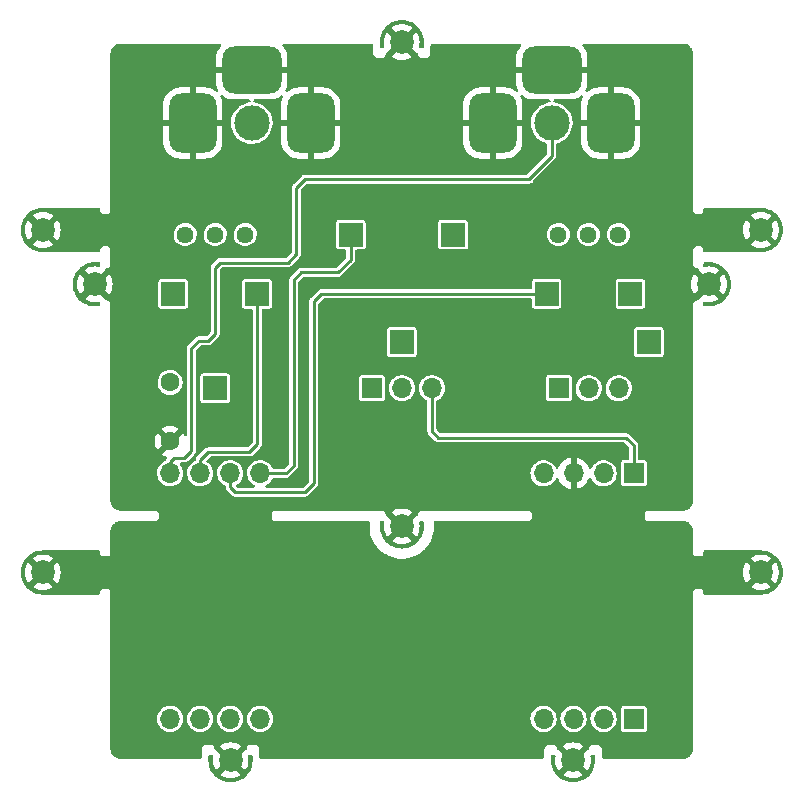
<source format=gtl>
%TF.GenerationSoftware,KiCad,Pcbnew,(6.0.1)*%
%TF.CreationDate,2022-02-04T13:52:56-05:00*%
%TF.ProjectId,C64-Composite-Modulator,4336342d-436f-46d7-906f-736974652d4d,0825*%
%TF.SameCoordinates,Original*%
%TF.FileFunction,Copper,L1,Top*%
%TF.FilePolarity,Positive*%
%FSLAX46Y46*%
G04 Gerber Fmt 4.6, Leading zero omitted, Abs format (unit mm)*
G04 Created by KiCad (PCBNEW (6.0.1)) date 2022-02-04 13:52:56*
%MOMM*%
%LPD*%
G01*
G04 APERTURE LIST*
G04 Aperture macros list*
%AMRoundRect*
0 Rectangle with rounded corners*
0 $1 Rounding radius*
0 $2 $3 $4 $5 $6 $7 $8 $9 X,Y pos of 4 corners*
0 Add a 4 corners polygon primitive as box body*
4,1,4,$2,$3,$4,$5,$6,$7,$8,$9,$2,$3,0*
0 Add four circle primitives for the rounded corners*
1,1,$1+$1,$2,$3*
1,1,$1+$1,$4,$5*
1,1,$1+$1,$6,$7*
1,1,$1+$1,$8,$9*
0 Add four rect primitives between the rounded corners*
20,1,$1+$1,$2,$3,$4,$5,0*
20,1,$1+$1,$4,$5,$6,$7,0*
20,1,$1+$1,$6,$7,$8,$9,0*
20,1,$1+$1,$8,$9,$2,$3,0*%
G04 Aperture macros list end*
%TA.AperFunction,ComponentPad*%
%ADD10R,2.000000X2.000000*%
%TD*%
%TA.AperFunction,ComponentPad*%
%ADD11C,1.440000*%
%TD*%
%TA.AperFunction,ComponentPad*%
%ADD12C,3.000000*%
%TD*%
%TA.AperFunction,ComponentPad*%
%ADD13RoundRect,1.000000X-1.000000X1.500000X-1.000000X-1.500000X1.000000X-1.500000X1.000000X1.500000X0*%
%TD*%
%TA.AperFunction,ComponentPad*%
%ADD14RoundRect,1.000000X-1.500000X1.000000X-1.500000X-1.000000X1.500000X-1.000000X1.500000X1.000000X0*%
%TD*%
%TA.AperFunction,ComponentPad*%
%ADD15R,1.700000X1.700000*%
%TD*%
%TA.AperFunction,ComponentPad*%
%ADD16O,1.700000X1.700000*%
%TD*%
%TA.AperFunction,ComponentPad*%
%ADD17C,1.600000*%
%TD*%
%TA.AperFunction,ComponentPad*%
%ADD18C,2.000000*%
%TD*%
%TA.AperFunction,Conductor*%
%ADD19C,0.254000*%
%TD*%
G04 APERTURE END LIST*
D10*
X145108200Y-91327950D03*
X136455800Y-91327950D03*
X128522000Y-96327950D03*
D11*
X154042000Y-91327950D03*
X156582000Y-91327950D03*
X159122000Y-91327950D03*
D12*
X128082000Y-81874450D03*
D13*
X123082000Y-81874450D03*
D14*
X128082000Y-77374450D03*
D13*
X133082000Y-81874450D03*
D11*
X127522000Y-91327950D03*
X124982000Y-91327950D03*
X122442000Y-91327950D03*
D15*
X154067000Y-104327950D03*
D16*
X156607000Y-104327950D03*
X159147000Y-104327950D03*
D12*
X153482001Y-81874450D03*
D13*
X158482001Y-81874450D03*
D14*
X153482001Y-77374450D03*
D13*
X148482001Y-81874450D03*
D10*
X124982000Y-104327950D03*
X121422000Y-96327950D03*
X160142000Y-96327950D03*
X153042000Y-96327950D03*
D17*
X121162000Y-103840450D03*
X121162000Y-108840450D03*
D15*
X160422000Y-132327950D03*
D16*
X157862000Y-132327950D03*
X155322000Y-132327950D03*
X152782000Y-132327950D03*
X128782000Y-132327950D03*
X126242000Y-132327950D03*
X123702000Y-132327950D03*
X121162000Y-132327950D03*
D18*
X171182000Y-90927950D03*
X171182000Y-119927950D03*
X126282000Y-135827950D03*
X110382000Y-90927950D03*
X110382000Y-119927950D03*
X155282000Y-135827950D03*
D10*
X140782000Y-100427950D03*
D15*
X160422000Y-111527950D03*
D16*
X157862000Y-111527950D03*
X155322000Y-111527950D03*
X152782000Y-111527950D03*
X128782000Y-111527950D03*
X126242000Y-111527950D03*
X123702000Y-111527950D03*
X121162000Y-111527950D03*
D18*
X140782000Y-75027950D03*
X114782000Y-95527950D03*
X140782000Y-116027950D03*
X166782000Y-95527950D03*
D10*
X161687000Y-100427950D03*
D15*
X138257000Y-104327950D03*
D16*
X140797000Y-104327950D03*
X143337000Y-104327950D03*
D19*
X122971999Y-109637951D02*
X122971999Y-100937951D01*
X131848899Y-92961051D02*
X131848899Y-87361051D01*
X122971999Y-100937951D02*
X123582001Y-100327949D01*
X124971999Y-99737951D02*
X124971999Y-94127950D01*
X151533751Y-86576199D02*
X153482001Y-84627949D01*
X125412000Y-93687949D02*
X131122001Y-93687949D01*
X121162000Y-110547950D02*
X121482000Y-110227950D01*
X121162000Y-111527950D02*
X121162000Y-110547950D01*
X121482000Y-110227950D02*
X122382000Y-110227950D01*
X122382000Y-110227950D02*
X122971999Y-109637951D01*
X131122001Y-93687949D02*
X131848899Y-92961051D01*
X124971999Y-94127950D02*
X125412000Y-93687949D01*
X131848899Y-87361051D02*
X132583751Y-86626199D01*
X153482001Y-81874450D02*
X153482001Y-84627949D01*
X123582001Y-100327949D02*
X124382001Y-100327949D01*
X124382001Y-100327949D02*
X124971999Y-99737951D01*
X132583751Y-86626199D02*
X151533751Y-86626199D01*
X128522000Y-109087950D02*
X128522000Y-96327950D01*
X127882000Y-109727950D02*
X128522000Y-109087950D01*
X123702000Y-110407950D02*
X124382000Y-109727950D01*
X123702000Y-111527950D02*
X123702000Y-110407950D01*
X124382000Y-109727950D02*
X127882000Y-109727950D01*
X126682000Y-113127950D02*
X132582000Y-113127950D01*
X126242000Y-112687950D02*
X126682000Y-113127950D01*
X133345199Y-112364751D02*
X133345199Y-96964751D01*
X132582000Y-113127950D02*
X133345199Y-112364751D01*
X133345199Y-96964751D02*
X133982000Y-96327950D01*
X126242000Y-111527950D02*
X126242000Y-112687950D01*
X133982000Y-96327950D02*
X153042000Y-96327950D01*
X131632599Y-95177351D02*
X132282000Y-94527950D01*
X128782000Y-111527950D02*
X130982000Y-111527950D01*
X130982000Y-111527950D02*
X131632599Y-110877351D01*
X132282000Y-94527950D02*
X135382000Y-94527950D01*
X136455800Y-93454150D02*
X136455800Y-91327950D01*
X135382000Y-94527950D02*
X136455800Y-93454150D01*
X131632599Y-110877351D02*
X131632599Y-95177351D01*
X160422000Y-111527950D02*
X160422000Y-109167950D01*
X143882000Y-108527950D02*
X143337000Y-107982950D01*
X143337000Y-107982950D02*
X143337000Y-104327950D01*
X159782000Y-108527950D02*
X143882000Y-108527950D01*
X160422000Y-109167950D02*
X159782000Y-108527950D01*
%TA.AperFunction,Conductor*%
G36*
X140894784Y-73163016D02*
G01*
X141039572Y-73173372D01*
X141057361Y-73175929D01*
X141245008Y-73216750D01*
X141300877Y-73228904D01*
X141318126Y-73233968D01*
X141551635Y-73321062D01*
X141567980Y-73328527D01*
X141624034Y-73359135D01*
X141786713Y-73447965D01*
X141801836Y-73457684D01*
X142001343Y-73607033D01*
X142014929Y-73618806D01*
X142191144Y-73795021D01*
X142202917Y-73808607D01*
X142352266Y-74008114D01*
X142361985Y-74023237D01*
X142481422Y-74241968D01*
X142488888Y-74258315D01*
X142518233Y-74336992D01*
X142575982Y-74491825D01*
X142581046Y-74509073D01*
X142634020Y-74752585D01*
X142636578Y-74770377D01*
X142654056Y-75014753D01*
X142652556Y-75014860D01*
X142653274Y-75017673D01*
X142650520Y-75027950D01*
X142654813Y-75043972D01*
X142654813Y-75059837D01*
X142655000Y-75061258D01*
X142655000Y-75374950D01*
X142634998Y-75443071D01*
X142581342Y-75489564D01*
X142529000Y-75500950D01*
X142515307Y-75500950D01*
X142513886Y-75500763D01*
X142498022Y-75500763D01*
X142481999Y-75496470D01*
X142478312Y-75497458D01*
X142396177Y-75510467D01*
X142325767Y-75501368D01*
X142271453Y-75455646D01*
X142250480Y-75387818D01*
X142253948Y-75356604D01*
X142274885Y-75269396D01*
X142276428Y-75259649D01*
X142294275Y-75032880D01*
X142294275Y-75023020D01*
X142276428Y-74796251D01*
X142274885Y-74786504D01*
X142221783Y-74565323D01*
X142218734Y-74555938D01*
X142131687Y-74345787D01*
X142127205Y-74336992D01*
X142024568Y-74169505D01*
X142014110Y-74160043D01*
X142005334Y-74163826D01*
X141154022Y-75015138D01*
X141146408Y-75029082D01*
X141146539Y-75030915D01*
X141150790Y-75037530D01*
X142002290Y-75889030D01*
X142016235Y-75896645D01*
X142019825Y-75896388D01*
X142089199Y-75911480D01*
X142139401Y-75961682D01*
X142153488Y-76016873D01*
X142150520Y-76027951D01*
X142151508Y-76031638D01*
X142154665Y-76051572D01*
X142154665Y-76051573D01*
X142162486Y-76100950D01*
X142167128Y-76130258D01*
X142214154Y-76222551D01*
X142287399Y-76295796D01*
X142379692Y-76342822D01*
X142389483Y-76344373D01*
X142389484Y-76344373D01*
X142437830Y-76352030D01*
X142441538Y-76353008D01*
X142444407Y-76354861D01*
X142445021Y-76354950D01*
X142449556Y-76354950D01*
X142454081Y-76355276D01*
X142454061Y-76355557D01*
X142455162Y-76355644D01*
X142458107Y-76355242D01*
X142478312Y-76358442D01*
X142481999Y-76359430D01*
X142498022Y-76355137D01*
X142513886Y-76355137D01*
X142515307Y-76354950D01*
X142748692Y-76354950D01*
X142750113Y-76355137D01*
X142765977Y-76355137D01*
X142782000Y-76359430D01*
X142787833Y-76357867D01*
X142805457Y-76355547D01*
X142805458Y-76355547D01*
X142885281Y-76345038D01*
X142893469Y-76343960D01*
X142997343Y-76300934D01*
X143036982Y-76270518D01*
X143079990Y-76237516D01*
X143086540Y-76232490D01*
X143154984Y-76143293D01*
X143198010Y-76039419D01*
X143206891Y-75971959D01*
X143208230Y-75966598D01*
X143208911Y-75965543D01*
X143209000Y-75964929D01*
X143209000Y-75960389D01*
X143209326Y-75955869D01*
X143209545Y-75955885D01*
X143209704Y-75953465D01*
X143209503Y-75952122D01*
X143211917Y-75933783D01*
X143213480Y-75927950D01*
X143209187Y-75911927D01*
X143209187Y-75896063D01*
X143209000Y-75894642D01*
X143209000Y-75361258D01*
X143209187Y-75359837D01*
X143209187Y-75343972D01*
X143213480Y-75327950D01*
X143211167Y-75319317D01*
X143211608Y-75314841D01*
X143217279Y-75286329D01*
X143236096Y-75240903D01*
X143245750Y-75226456D01*
X143280506Y-75191700D01*
X143294953Y-75182046D01*
X143340378Y-75163229D01*
X143359479Y-75159430D01*
X143368891Y-75157558D01*
X143373367Y-75157117D01*
X143382000Y-75159430D01*
X143398022Y-75155137D01*
X143413887Y-75155137D01*
X143415308Y-75154950D01*
X150766943Y-75154950D01*
X150835064Y-75174952D01*
X150881557Y-75228608D01*
X150891661Y-75298882D01*
X150862897Y-75362613D01*
X150758221Y-75485607D01*
X150752313Y-75493798D01*
X150631853Y-75692701D01*
X150627333Y-75701727D01*
X150540220Y-75917338D01*
X150537204Y-75926962D01*
X150485623Y-76154002D01*
X150484221Y-76163434D01*
X150474162Y-76303760D01*
X150474001Y-76308273D01*
X150474001Y-77102335D01*
X150478476Y-77117574D01*
X150479866Y-77118779D01*
X150487549Y-77120450D01*
X156471886Y-77120450D01*
X156487125Y-77115975D01*
X156488330Y-77114585D01*
X156490001Y-77106902D01*
X156490001Y-76308273D01*
X156489840Y-76303760D01*
X156479781Y-76163434D01*
X156478379Y-76154002D01*
X156426798Y-75926962D01*
X156423782Y-75917338D01*
X156336669Y-75701727D01*
X156332149Y-75692701D01*
X156211689Y-75493798D01*
X156205781Y-75485607D01*
X156101105Y-75362613D01*
X156072187Y-75297773D01*
X156082915Y-75227592D01*
X156129883Y-75174351D01*
X156197059Y-75154950D01*
X164548692Y-75154950D01*
X164550113Y-75155137D01*
X164565978Y-75155137D01*
X164582000Y-75159430D01*
X164589600Y-75157394D01*
X164593977Y-75158679D01*
X164594226Y-75156154D01*
X164739964Y-75170508D01*
X164764185Y-75175325D01*
X164904216Y-75217803D01*
X164927026Y-75227252D01*
X165056068Y-75296227D01*
X165076605Y-75309949D01*
X165189711Y-75402772D01*
X165207178Y-75420239D01*
X165300001Y-75533345D01*
X165313723Y-75553882D01*
X165382698Y-75682924D01*
X165392147Y-75705734D01*
X165434625Y-75845765D01*
X165439442Y-75869986D01*
X165453796Y-76015724D01*
X165451560Y-76015944D01*
X165452651Y-76019998D01*
X165450520Y-76027950D01*
X165454813Y-76043972D01*
X165454813Y-76059837D01*
X165455000Y-76061258D01*
X165455000Y-89194643D01*
X165454813Y-89196064D01*
X165454813Y-89211928D01*
X165450520Y-89227951D01*
X165451508Y-89231638D01*
X165467128Y-89330258D01*
X165514154Y-89422551D01*
X165587399Y-89495796D01*
X165679692Y-89542822D01*
X165689483Y-89544373D01*
X165689484Y-89544373D01*
X165737830Y-89552030D01*
X165741538Y-89553008D01*
X165744407Y-89554861D01*
X165745021Y-89554950D01*
X165749556Y-89554950D01*
X165754081Y-89555276D01*
X165754061Y-89555557D01*
X165755162Y-89555644D01*
X165758107Y-89555242D01*
X165778312Y-89558442D01*
X165781999Y-89559430D01*
X165798022Y-89555137D01*
X165813886Y-89555137D01*
X165815307Y-89554950D01*
X165948693Y-89554950D01*
X165950114Y-89555137D01*
X165965978Y-89555137D01*
X165982001Y-89559430D01*
X165985688Y-89558442D01*
X166049195Y-89548383D01*
X166074517Y-89544373D01*
X166074518Y-89544373D01*
X166084308Y-89542822D01*
X166176601Y-89495796D01*
X166249846Y-89422551D01*
X166296872Y-89330258D01*
X166301514Y-89300950D01*
X166306080Y-89272120D01*
X166307058Y-89268412D01*
X166308911Y-89265543D01*
X166309000Y-89264929D01*
X166309000Y-89260394D01*
X166309326Y-89255869D01*
X166309607Y-89255889D01*
X166309694Y-89254788D01*
X166309292Y-89251843D01*
X166312492Y-89231638D01*
X166313480Y-89227951D01*
X166309187Y-89211928D01*
X166309187Y-89196064D01*
X166309000Y-89194643D01*
X166309000Y-89180950D01*
X166329002Y-89112829D01*
X166382658Y-89066336D01*
X166435000Y-89054950D01*
X171148692Y-89054950D01*
X171150113Y-89055137D01*
X171165978Y-89055137D01*
X171182000Y-89059430D01*
X171191862Y-89056788D01*
X171195066Y-89057728D01*
X171195197Y-89055894D01*
X171439573Y-89073372D01*
X171457361Y-89075929D01*
X171578192Y-89102215D01*
X171700877Y-89128904D01*
X171718126Y-89133968D01*
X171951635Y-89221062D01*
X171967980Y-89228527D01*
X172009262Y-89251069D01*
X172186713Y-89347965D01*
X172201836Y-89357684D01*
X172401343Y-89507033D01*
X172414929Y-89518806D01*
X172591144Y-89695021D01*
X172602917Y-89708607D01*
X172752266Y-89908114D01*
X172761985Y-89923237D01*
X172836687Y-90060043D01*
X172855837Y-90095112D01*
X172881422Y-90141968D01*
X172888888Y-90158315D01*
X172942809Y-90302883D01*
X172975982Y-90391825D01*
X172981046Y-90409073D01*
X173031878Y-90642737D01*
X173034020Y-90652585D01*
X173036578Y-90670378D01*
X173044428Y-90780129D01*
X173054357Y-90918962D01*
X173054357Y-90936938D01*
X173039557Y-91143886D01*
X173036579Y-91185519D01*
X173034021Y-91203311D01*
X173000959Y-91355291D01*
X172981046Y-91446827D01*
X172975982Y-91464075D01*
X172888888Y-91697585D01*
X172881422Y-91713932D01*
X172761985Y-91932663D01*
X172752266Y-91947786D01*
X172602917Y-92147293D01*
X172591144Y-92160879D01*
X172414929Y-92337094D01*
X172401343Y-92348867D01*
X172201836Y-92498216D01*
X172186713Y-92507935D01*
X172034645Y-92590971D01*
X171982232Y-92619591D01*
X171967982Y-92627372D01*
X171951635Y-92634838D01*
X171754275Y-92708449D01*
X171718125Y-92721932D01*
X171700877Y-92726996D01*
X171696487Y-92727951D01*
X171457361Y-92779971D01*
X171439573Y-92782528D01*
X171195197Y-92800006D01*
X171195090Y-92798506D01*
X171192277Y-92799224D01*
X171182000Y-92796470D01*
X171165978Y-92800763D01*
X171150113Y-92800763D01*
X171148692Y-92800950D01*
X166435000Y-92800950D01*
X166366879Y-92780948D01*
X166320386Y-92727292D01*
X166309000Y-92674950D01*
X166309000Y-92661257D01*
X166309187Y-92659836D01*
X166309187Y-92643972D01*
X166313480Y-92627949D01*
X166312492Y-92624262D01*
X166296872Y-92525642D01*
X166249846Y-92433349D01*
X166176601Y-92360104D01*
X166084308Y-92313078D01*
X166074517Y-92311527D01*
X166074516Y-92311527D01*
X166026170Y-92303870D01*
X166022462Y-92302892D01*
X166019593Y-92301039D01*
X166018979Y-92300950D01*
X166014444Y-92300950D01*
X166009919Y-92300624D01*
X166009939Y-92300343D01*
X166008838Y-92300256D01*
X166005893Y-92300658D01*
X165985688Y-92297458D01*
X165982001Y-92296470D01*
X165965978Y-92300763D01*
X165950114Y-92300763D01*
X165948693Y-92300950D01*
X165815307Y-92300950D01*
X165813886Y-92300763D01*
X165798022Y-92300763D01*
X165781999Y-92296470D01*
X165778312Y-92297458D01*
X165714805Y-92307517D01*
X165689483Y-92311527D01*
X165689482Y-92311527D01*
X165679692Y-92313078D01*
X165587399Y-92360104D01*
X165514154Y-92433349D01*
X165467128Y-92525642D01*
X165465577Y-92535433D01*
X165465577Y-92535434D01*
X165457920Y-92583780D01*
X165456942Y-92587488D01*
X165455089Y-92590357D01*
X165455000Y-92590971D01*
X165455000Y-92595506D01*
X165454674Y-92600031D01*
X165454393Y-92600011D01*
X165454306Y-92601112D01*
X165454708Y-92604057D01*
X165451508Y-92624262D01*
X165450520Y-92627949D01*
X165454813Y-92643972D01*
X165454813Y-92659836D01*
X165455000Y-92661257D01*
X165455000Y-93794643D01*
X165454813Y-93796064D01*
X165454813Y-93811928D01*
X165450520Y-93827951D01*
X165451508Y-93831638D01*
X165467128Y-93930258D01*
X165514154Y-94022551D01*
X165587399Y-94095796D01*
X165679692Y-94142822D01*
X165689483Y-94144373D01*
X165689484Y-94144373D01*
X165737830Y-94152030D01*
X165741538Y-94153008D01*
X165744407Y-94154861D01*
X165745021Y-94154950D01*
X165749556Y-94154950D01*
X165754081Y-94155276D01*
X165754061Y-94155557D01*
X165755163Y-94155644D01*
X165758108Y-94155242D01*
X165778312Y-94158442D01*
X165781999Y-94159430D01*
X165792697Y-94156564D01*
X165855959Y-94175141D01*
X165902450Y-94228799D01*
X165910138Y-94286664D01*
X165917876Y-94304616D01*
X166769188Y-95155928D01*
X166783132Y-95163542D01*
X166784965Y-95163411D01*
X166791580Y-95159160D01*
X167643080Y-94307660D01*
X167649840Y-94295280D01*
X167644113Y-94287630D01*
X167472958Y-94182745D01*
X167464163Y-94178263D01*
X167254012Y-94091216D01*
X167244627Y-94088167D01*
X167023446Y-94035065D01*
X167013699Y-94033522D01*
X166786930Y-94015675D01*
X166777070Y-94015675D01*
X166550301Y-94033522D01*
X166540554Y-94035065D01*
X166453346Y-94056002D01*
X166382438Y-94052455D01*
X166324704Y-94011135D01*
X166298474Y-93945161D01*
X166299483Y-93913772D01*
X166306080Y-93872120D01*
X166307058Y-93868412D01*
X166308911Y-93865543D01*
X166309000Y-93864929D01*
X166309000Y-93860394D01*
X166309326Y-93855869D01*
X166309607Y-93855889D01*
X166309694Y-93854788D01*
X166309292Y-93851843D01*
X166312492Y-93831638D01*
X166313480Y-93827951D01*
X166309187Y-93811928D01*
X166309187Y-93796064D01*
X166309000Y-93794643D01*
X166309000Y-93780950D01*
X166329002Y-93712829D01*
X166382658Y-93666336D01*
X166435000Y-93654950D01*
X166748692Y-93654950D01*
X166750113Y-93655137D01*
X166765978Y-93655137D01*
X166782000Y-93659430D01*
X166791862Y-93656788D01*
X166795066Y-93657728D01*
X166795197Y-93655894D01*
X167039573Y-93673372D01*
X167057361Y-93675929D01*
X167174910Y-93701501D01*
X167300877Y-93728904D01*
X167318126Y-93733968D01*
X167551635Y-93821062D01*
X167567980Y-93828527D01*
X167592432Y-93841879D01*
X167786713Y-93947965D01*
X167801836Y-93957684D01*
X168001343Y-94107033D01*
X168014929Y-94118806D01*
X168191144Y-94295021D01*
X168202917Y-94308607D01*
X168352266Y-94508114D01*
X168361985Y-94523237D01*
X168481422Y-94741968D01*
X168488888Y-94758315D01*
X168546332Y-94912329D01*
X168575982Y-94991825D01*
X168581046Y-95009073D01*
X168626568Y-95218328D01*
X168634020Y-95252585D01*
X168636578Y-95270378D01*
X168639346Y-95309070D01*
X168654357Y-95518962D01*
X168654357Y-95536938D01*
X168636579Y-95785519D01*
X168634021Y-95803311D01*
X168602975Y-95946022D01*
X168581046Y-96046827D01*
X168575982Y-96064075D01*
X168488888Y-96297585D01*
X168481422Y-96313932D01*
X168361985Y-96532663D01*
X168352266Y-96547786D01*
X168202917Y-96747293D01*
X168191144Y-96760879D01*
X168014929Y-96937094D01*
X168001343Y-96948867D01*
X167801836Y-97098216D01*
X167786713Y-97107935D01*
X167634645Y-97190971D01*
X167582232Y-97219591D01*
X167567982Y-97227372D01*
X167551635Y-97234838D01*
X167346821Y-97311229D01*
X167318125Y-97321932D01*
X167300877Y-97326996D01*
X167296487Y-97327951D01*
X167057361Y-97379971D01*
X167039573Y-97382528D01*
X166795197Y-97400006D01*
X166795090Y-97398506D01*
X166792277Y-97399224D01*
X166782000Y-97396470D01*
X166765978Y-97400763D01*
X166750113Y-97400763D01*
X166748692Y-97400950D01*
X166435000Y-97400950D01*
X166366879Y-97380948D01*
X166320386Y-97327292D01*
X166309000Y-97274950D01*
X166309000Y-97261257D01*
X166309187Y-97259836D01*
X166309187Y-97243972D01*
X166313480Y-97227949D01*
X166312492Y-97224262D01*
X166299483Y-97142127D01*
X166308582Y-97071717D01*
X166354304Y-97017403D01*
X166422132Y-96996430D01*
X166453346Y-96999898D01*
X166540554Y-97020835D01*
X166550301Y-97022378D01*
X166777070Y-97040225D01*
X166786930Y-97040225D01*
X167013699Y-97022378D01*
X167023446Y-97020835D01*
X167244627Y-96967733D01*
X167254012Y-96964684D01*
X167464163Y-96877637D01*
X167472958Y-96873155D01*
X167640445Y-96770518D01*
X167649907Y-96760060D01*
X167646124Y-96751284D01*
X166794812Y-95899972D01*
X166780868Y-95892358D01*
X166779035Y-95892489D01*
X166772420Y-95896740D01*
X165920920Y-96748240D01*
X165913305Y-96762185D01*
X165913562Y-96765775D01*
X165898470Y-96835149D01*
X165848268Y-96885351D01*
X165793077Y-96899438D01*
X165781999Y-96896470D01*
X165778312Y-96897458D01*
X165758378Y-96900615D01*
X165758377Y-96900615D01*
X165689483Y-96911527D01*
X165689482Y-96911527D01*
X165679692Y-96913078D01*
X165587399Y-96960104D01*
X165514154Y-97033349D01*
X165467128Y-97125642D01*
X165465577Y-97135433D01*
X165465577Y-97135434D01*
X165457920Y-97183780D01*
X165456942Y-97187488D01*
X165455089Y-97190357D01*
X165455000Y-97190971D01*
X165455000Y-97195506D01*
X165454674Y-97200031D01*
X165454393Y-97200011D01*
X165454306Y-97201112D01*
X165454708Y-97204057D01*
X165451508Y-97224262D01*
X165450520Y-97227949D01*
X165454813Y-97243972D01*
X165454813Y-97259836D01*
X165455000Y-97261257D01*
X165455000Y-113794642D01*
X165454813Y-113796063D01*
X165454813Y-113811928D01*
X165450520Y-113827950D01*
X165452556Y-113835550D01*
X165451271Y-113839927D01*
X165453796Y-113840176D01*
X165439442Y-113985914D01*
X165434625Y-114010135D01*
X165392147Y-114150166D01*
X165382698Y-114172976D01*
X165313723Y-114302018D01*
X165300001Y-114322555D01*
X165207178Y-114435661D01*
X165189711Y-114453128D01*
X165076605Y-114545951D01*
X165056068Y-114559673D01*
X164927026Y-114628648D01*
X164904216Y-114638097D01*
X164764185Y-114680575D01*
X164739964Y-114685392D01*
X164594226Y-114699746D01*
X164594006Y-114697510D01*
X164589952Y-114698601D01*
X164582000Y-114696470D01*
X164565978Y-114700763D01*
X164550113Y-114700763D01*
X164548692Y-114700950D01*
X161715307Y-114700950D01*
X161713886Y-114700763D01*
X161698022Y-114700763D01*
X161681999Y-114696470D01*
X161678312Y-114697458D01*
X161614805Y-114707517D01*
X161589483Y-114711527D01*
X161589482Y-114711527D01*
X161579692Y-114713078D01*
X161487399Y-114760104D01*
X161414154Y-114833349D01*
X161367128Y-114925642D01*
X161365577Y-114935433D01*
X161365577Y-114935434D01*
X161357920Y-114983780D01*
X161356942Y-114987488D01*
X161355089Y-114990357D01*
X161355000Y-114990971D01*
X161355000Y-114995506D01*
X161354674Y-115000031D01*
X161354393Y-115000011D01*
X161354306Y-115001112D01*
X161354708Y-115004057D01*
X161351508Y-115024262D01*
X161350520Y-115027949D01*
X161354813Y-115043972D01*
X161354813Y-115059836D01*
X161355000Y-115061257D01*
X161355000Y-115194643D01*
X161354813Y-115196064D01*
X161354813Y-115211928D01*
X161350520Y-115227951D01*
X161351508Y-115231638D01*
X161356705Y-115264450D01*
X161364527Y-115313833D01*
X161367128Y-115330258D01*
X161414154Y-115422551D01*
X161487399Y-115495796D01*
X161579692Y-115542822D01*
X161589483Y-115544373D01*
X161589484Y-115544373D01*
X161637830Y-115552030D01*
X161641538Y-115553008D01*
X161644407Y-115554861D01*
X161645021Y-115554950D01*
X161649556Y-115554950D01*
X161654081Y-115555276D01*
X161654061Y-115555557D01*
X161655162Y-115555644D01*
X161658107Y-115555242D01*
X161678312Y-115558442D01*
X161681999Y-115559430D01*
X161698022Y-115555137D01*
X161713886Y-115555137D01*
X161715307Y-115554950D01*
X164548692Y-115554950D01*
X164550113Y-115555137D01*
X164565978Y-115555137D01*
X164582000Y-115559430D01*
X164589600Y-115557394D01*
X164593977Y-115558679D01*
X164594226Y-115556154D01*
X164739964Y-115570508D01*
X164764185Y-115575325D01*
X164904216Y-115617803D01*
X164927025Y-115627251D01*
X164959614Y-115644671D01*
X165056068Y-115696227D01*
X165076605Y-115709949D01*
X165189711Y-115802772D01*
X165207178Y-115820239D01*
X165300001Y-115933345D01*
X165313723Y-115953882D01*
X165344376Y-116011230D01*
X165360368Y-116041147D01*
X165382698Y-116082924D01*
X165392147Y-116105734D01*
X165434625Y-116245765D01*
X165439442Y-116269986D01*
X165453796Y-116415724D01*
X165451560Y-116415944D01*
X165452651Y-116419998D01*
X165450520Y-116427950D01*
X165454813Y-116443972D01*
X165454813Y-116459837D01*
X165455000Y-116461258D01*
X165455000Y-118194643D01*
X165454813Y-118196064D01*
X165454813Y-118211928D01*
X165450520Y-118227951D01*
X165451508Y-118231638D01*
X165467128Y-118330258D01*
X165514154Y-118422551D01*
X165587399Y-118495796D01*
X165679692Y-118542822D01*
X165689483Y-118544373D01*
X165689484Y-118544373D01*
X165737830Y-118552030D01*
X165741538Y-118553008D01*
X165744407Y-118554861D01*
X165745021Y-118554950D01*
X165749556Y-118554950D01*
X165754081Y-118555276D01*
X165754061Y-118555557D01*
X165755162Y-118555644D01*
X165758107Y-118555242D01*
X165778312Y-118558442D01*
X165781999Y-118559430D01*
X165798022Y-118555137D01*
X165813886Y-118555137D01*
X165815307Y-118554950D01*
X165948693Y-118554950D01*
X165950114Y-118555137D01*
X165965978Y-118555137D01*
X165982001Y-118559430D01*
X165985688Y-118558442D01*
X166049195Y-118548383D01*
X166074517Y-118544373D01*
X166074518Y-118544373D01*
X166084308Y-118542822D01*
X166176601Y-118495796D01*
X166249846Y-118422551D01*
X166296872Y-118330258D01*
X166301514Y-118300950D01*
X166306080Y-118272120D01*
X166307058Y-118268412D01*
X166308911Y-118265543D01*
X166309000Y-118264929D01*
X166309000Y-118260394D01*
X166309326Y-118255869D01*
X166309607Y-118255889D01*
X166309694Y-118254788D01*
X166309292Y-118251843D01*
X166312492Y-118231638D01*
X166313480Y-118227951D01*
X166309187Y-118211928D01*
X166309187Y-118196064D01*
X166309000Y-118194643D01*
X166309000Y-118180950D01*
X166329002Y-118112829D01*
X166382658Y-118066336D01*
X166435000Y-118054950D01*
X171148692Y-118054950D01*
X171150113Y-118055137D01*
X171165978Y-118055137D01*
X171182000Y-118059430D01*
X171191862Y-118056788D01*
X171195066Y-118057728D01*
X171195197Y-118055894D01*
X171439573Y-118073372D01*
X171457361Y-118075929D01*
X171578192Y-118102215D01*
X171700877Y-118128904D01*
X171718126Y-118133968D01*
X171951635Y-118221062D01*
X171967980Y-118228527D01*
X172009262Y-118251069D01*
X172186713Y-118347965D01*
X172201836Y-118357684D01*
X172401343Y-118507033D01*
X172414929Y-118518806D01*
X172591144Y-118695021D01*
X172602917Y-118708607D01*
X172752266Y-118908114D01*
X172761985Y-118923237D01*
X172881422Y-119141968D01*
X172888888Y-119158315D01*
X172918233Y-119236992D01*
X172975982Y-119391825D01*
X172981046Y-119409073D01*
X173034020Y-119652585D01*
X173036579Y-119670381D01*
X173054357Y-119918962D01*
X173054357Y-119936938D01*
X173036579Y-120185519D01*
X173034020Y-120203315D01*
X172981046Y-120446827D01*
X172975982Y-120464075D01*
X172888888Y-120697585D01*
X172881422Y-120713932D01*
X172761985Y-120932663D01*
X172752266Y-120947786D01*
X172602917Y-121147293D01*
X172591144Y-121160879D01*
X172414929Y-121337094D01*
X172401343Y-121348867D01*
X172201836Y-121498216D01*
X172186713Y-121507935D01*
X172034645Y-121590971D01*
X171982232Y-121619591D01*
X171967982Y-121627372D01*
X171951635Y-121634838D01*
X171746821Y-121711229D01*
X171718125Y-121721932D01*
X171700877Y-121726996D01*
X171696487Y-121727951D01*
X171457361Y-121779971D01*
X171439573Y-121782528D01*
X171195197Y-121800006D01*
X171195090Y-121798506D01*
X171192277Y-121799224D01*
X171182000Y-121796470D01*
X171165978Y-121800763D01*
X171150076Y-121800763D01*
X171148725Y-121800941D01*
X169669673Y-121800944D01*
X166435000Y-121800950D01*
X166366879Y-121780948D01*
X166320386Y-121727293D01*
X166309000Y-121674950D01*
X166309000Y-121661257D01*
X166309187Y-121659836D01*
X166309187Y-121643972D01*
X166313480Y-121627949D01*
X166312492Y-121624262D01*
X166296872Y-121525642D01*
X166249846Y-121433349D01*
X166176601Y-121360104D01*
X166084308Y-121313078D01*
X166074517Y-121311527D01*
X166074516Y-121311527D01*
X166026170Y-121303870D01*
X166022462Y-121302892D01*
X166019593Y-121301039D01*
X166018979Y-121300950D01*
X166014444Y-121300950D01*
X166009919Y-121300624D01*
X166009939Y-121300343D01*
X166008838Y-121300256D01*
X166005893Y-121300658D01*
X165985688Y-121297458D01*
X165982001Y-121296470D01*
X165965978Y-121300763D01*
X165950114Y-121300763D01*
X165948693Y-121300950D01*
X165815307Y-121300950D01*
X165813886Y-121300763D01*
X165798022Y-121300763D01*
X165781999Y-121296470D01*
X165778312Y-121297458D01*
X165714805Y-121307517D01*
X165689483Y-121311527D01*
X165689482Y-121311527D01*
X165679692Y-121313078D01*
X165587399Y-121360104D01*
X165514154Y-121433349D01*
X165467128Y-121525642D01*
X165465577Y-121535433D01*
X165465577Y-121535434D01*
X165457920Y-121583780D01*
X165456942Y-121587488D01*
X165455089Y-121590357D01*
X165455000Y-121590971D01*
X165455000Y-121595506D01*
X165454674Y-121600031D01*
X165454393Y-121600011D01*
X165454306Y-121601112D01*
X165454708Y-121604057D01*
X165451508Y-121624262D01*
X165450520Y-121627949D01*
X165454813Y-121643972D01*
X165454813Y-121659836D01*
X165455000Y-121661257D01*
X165455000Y-134794641D01*
X165454813Y-134796062D01*
X165454813Y-134811927D01*
X165450520Y-134827949D01*
X165452556Y-134835549D01*
X165451271Y-134839926D01*
X165453796Y-134840175D01*
X165439442Y-134985913D01*
X165434625Y-135010134D01*
X165392147Y-135150165D01*
X165382698Y-135172975D01*
X165313723Y-135302017D01*
X165300001Y-135322554D01*
X165207178Y-135435660D01*
X165189711Y-135453127D01*
X165076605Y-135545950D01*
X165056068Y-135559672D01*
X164927026Y-135628647D01*
X164904216Y-135638096D01*
X164764185Y-135680574D01*
X164739964Y-135685391D01*
X164594226Y-135699745D01*
X164594006Y-135697509D01*
X164589952Y-135698600D01*
X164582000Y-135696469D01*
X164565978Y-135700762D01*
X164550113Y-135700762D01*
X164548692Y-135700949D01*
X161232000Y-135700950D01*
X157915308Y-135700950D01*
X157913887Y-135700763D01*
X157898022Y-135700763D01*
X157882000Y-135696470D01*
X157873367Y-135698783D01*
X157868891Y-135698342D01*
X157849972Y-135694579D01*
X157840378Y-135692671D01*
X157794953Y-135673854D01*
X157780506Y-135664200D01*
X157745750Y-135629444D01*
X157736096Y-135614997D01*
X157717279Y-135569571D01*
X157711608Y-135541059D01*
X157711167Y-135536583D01*
X157713480Y-135527950D01*
X157709187Y-135511928D01*
X157709187Y-135496063D01*
X157709000Y-135494642D01*
X157709000Y-134961258D01*
X157709187Y-134959837D01*
X157709187Y-134943973D01*
X157713480Y-134927950D01*
X157711917Y-134922117D01*
X157709010Y-134900031D01*
X157699088Y-134824669D01*
X157698010Y-134816481D01*
X157688964Y-134794642D01*
X157658145Y-134720238D01*
X157658143Y-134720235D01*
X157654984Y-134712608D01*
X157600944Y-134642182D01*
X157591567Y-134629961D01*
X157591566Y-134629960D01*
X157586540Y-134623410D01*
X157579990Y-134618384D01*
X157579987Y-134618381D01*
X157503896Y-134559994D01*
X157503894Y-134559993D01*
X157497343Y-134554966D01*
X157393469Y-134511940D01*
X157326009Y-134503059D01*
X157320648Y-134501720D01*
X157319593Y-134501039D01*
X157318979Y-134500950D01*
X157314439Y-134500950D01*
X157309919Y-134500624D01*
X157309935Y-134500405D01*
X157307515Y-134500246D01*
X157306172Y-134500447D01*
X157287833Y-134498033D01*
X157282000Y-134496470D01*
X157265977Y-134500763D01*
X157250113Y-134500763D01*
X157248692Y-134500950D01*
X157015307Y-134500950D01*
X157013886Y-134500763D01*
X156998022Y-134500763D01*
X156981999Y-134496470D01*
X156978312Y-134497458D01*
X156914805Y-134507517D01*
X156889483Y-134511527D01*
X156889482Y-134511527D01*
X156879692Y-134513078D01*
X156787399Y-134560104D01*
X156714154Y-134633349D01*
X156667128Y-134725642D01*
X156665577Y-134735433D01*
X156665577Y-134735434D01*
X156657920Y-134783780D01*
X156656942Y-134787488D01*
X156655089Y-134790357D01*
X156655000Y-134790971D01*
X156655000Y-134795506D01*
X156654674Y-134800031D01*
X156654393Y-134800011D01*
X156654306Y-134801113D01*
X156654708Y-134804058D01*
X156651508Y-134824262D01*
X156650520Y-134827949D01*
X156653386Y-134838647D01*
X156634809Y-134901909D01*
X156581151Y-134948400D01*
X156523286Y-134956088D01*
X156505334Y-134963826D01*
X155654022Y-135815138D01*
X155646408Y-135829082D01*
X155646539Y-135830915D01*
X155650790Y-135837530D01*
X156502290Y-136689030D01*
X156514670Y-136695790D01*
X156522320Y-136690063D01*
X156627205Y-136518908D01*
X156631687Y-136510113D01*
X156718734Y-136299962D01*
X156721783Y-136290577D01*
X156774885Y-136069396D01*
X156776428Y-136059649D01*
X156794275Y-135832880D01*
X156794275Y-135823020D01*
X156776428Y-135596251D01*
X156774885Y-135586504D01*
X156753948Y-135499296D01*
X156757495Y-135428388D01*
X156798815Y-135370654D01*
X156864789Y-135344424D01*
X156896178Y-135345433D01*
X156937830Y-135352030D01*
X156941538Y-135353008D01*
X156944407Y-135354861D01*
X156945021Y-135354950D01*
X156949556Y-135354950D01*
X156954081Y-135355276D01*
X156954061Y-135355557D01*
X156955162Y-135355644D01*
X156958107Y-135355242D01*
X156978312Y-135358442D01*
X156981999Y-135359430D01*
X156998022Y-135355137D01*
X157013886Y-135355137D01*
X157015307Y-135354950D01*
X157029000Y-135354950D01*
X157097121Y-135374952D01*
X157143614Y-135428608D01*
X157155000Y-135480950D01*
X157155000Y-135794642D01*
X157154813Y-135796063D01*
X157154813Y-135811928D01*
X157150520Y-135827950D01*
X157153162Y-135837812D01*
X157152222Y-135841016D01*
X157154056Y-135841147D01*
X157150489Y-135891029D01*
X157136579Y-136085519D01*
X157134020Y-136103315D01*
X157081046Y-136346827D01*
X157075982Y-136364075D01*
X156988888Y-136597585D01*
X156981422Y-136613932D01*
X156861985Y-136832663D01*
X156852266Y-136847786D01*
X156702917Y-137047293D01*
X156691144Y-137060879D01*
X156514929Y-137237094D01*
X156501343Y-137248867D01*
X156301836Y-137398216D01*
X156286713Y-137407935D01*
X156124034Y-137496765D01*
X156083254Y-137519033D01*
X156067982Y-137527372D01*
X156051635Y-137534838D01*
X155840542Y-137613571D01*
X155818125Y-137621932D01*
X155800876Y-137626996D01*
X155557361Y-137679971D01*
X155539572Y-137682528D01*
X155394784Y-137692884D01*
X155290988Y-137700307D01*
X155273012Y-137700307D01*
X155169216Y-137692884D01*
X155024428Y-137682528D01*
X155006639Y-137679971D01*
X154763124Y-137626996D01*
X154745875Y-137621932D01*
X154723458Y-137613571D01*
X154512365Y-137534838D01*
X154496018Y-137527372D01*
X154480747Y-137519033D01*
X154439966Y-137496765D01*
X154277287Y-137407935D01*
X154262164Y-137398216D01*
X154062657Y-137248867D01*
X154049071Y-137237094D01*
X153872856Y-137060879D01*
X153872632Y-137060620D01*
X154414160Y-137060620D01*
X154419887Y-137068270D01*
X154591042Y-137173155D01*
X154599837Y-137177637D01*
X154809988Y-137264684D01*
X154819373Y-137267733D01*
X155040554Y-137320835D01*
X155050301Y-137322378D01*
X155277070Y-137340225D01*
X155286930Y-137340225D01*
X155513699Y-137322378D01*
X155523446Y-137320835D01*
X155744627Y-137267733D01*
X155754012Y-137264684D01*
X155964163Y-137177637D01*
X155972958Y-137173155D01*
X156140445Y-137070518D01*
X156149907Y-137060060D01*
X156146124Y-137051284D01*
X155294812Y-136199972D01*
X155280868Y-136192358D01*
X155279035Y-136192489D01*
X155272420Y-136196740D01*
X154420920Y-137048240D01*
X154414160Y-137060620D01*
X153872632Y-137060620D01*
X153861083Y-137047293D01*
X153711734Y-136847786D01*
X153702015Y-136832663D01*
X153582578Y-136613932D01*
X153575112Y-136597585D01*
X153488018Y-136364075D01*
X153482954Y-136346827D01*
X153429980Y-136103315D01*
X153427421Y-136085519D01*
X153413512Y-135891029D01*
X153409944Y-135841147D01*
X153411444Y-135841040D01*
X153410726Y-135838227D01*
X153413480Y-135827950D01*
X153409187Y-135811928D01*
X153409187Y-135796063D01*
X153409000Y-135794642D01*
X153409000Y-135480950D01*
X153429002Y-135412829D01*
X153482658Y-135366336D01*
X153535000Y-135354950D01*
X153548693Y-135354950D01*
X153550114Y-135355137D01*
X153565978Y-135355137D01*
X153582001Y-135359430D01*
X153585688Y-135358442D01*
X153667823Y-135345433D01*
X153738233Y-135354532D01*
X153792547Y-135400254D01*
X153813520Y-135468082D01*
X153810052Y-135499296D01*
X153789115Y-135586504D01*
X153787572Y-135596251D01*
X153769725Y-135823020D01*
X153769725Y-135832880D01*
X153787572Y-136059649D01*
X153789115Y-136069396D01*
X153842217Y-136290577D01*
X153845266Y-136299962D01*
X153932313Y-136510113D01*
X153936795Y-136518908D01*
X154039432Y-136686395D01*
X154049890Y-136695857D01*
X154058666Y-136692074D01*
X154909978Y-135840762D01*
X154917592Y-135826818D01*
X154917461Y-135824985D01*
X154913210Y-135818370D01*
X154061710Y-134966870D01*
X154047765Y-134959255D01*
X154044175Y-134959512D01*
X153974801Y-134944420D01*
X153924599Y-134894218D01*
X153910512Y-134839027D01*
X153913480Y-134827949D01*
X153912492Y-134824262D01*
X153908655Y-134800031D01*
X153898423Y-134735433D01*
X153898423Y-134735432D01*
X153896872Y-134725642D01*
X153849846Y-134633349D01*
X153812337Y-134595840D01*
X154414093Y-134595840D01*
X154417876Y-134604616D01*
X155269188Y-135455928D01*
X155283132Y-135463542D01*
X155284965Y-135463411D01*
X155291580Y-135459160D01*
X156143080Y-134607660D01*
X156149840Y-134595280D01*
X156144113Y-134587630D01*
X155972958Y-134482745D01*
X155964163Y-134478263D01*
X155754012Y-134391216D01*
X155744627Y-134388167D01*
X155523446Y-134335065D01*
X155513699Y-134333522D01*
X155286930Y-134315675D01*
X155277070Y-134315675D01*
X155050301Y-134333522D01*
X155040554Y-134335065D01*
X154819373Y-134388167D01*
X154809988Y-134391216D01*
X154599837Y-134478263D01*
X154591042Y-134482745D01*
X154423555Y-134585382D01*
X154414093Y-134595840D01*
X153812337Y-134595840D01*
X153776601Y-134560104D01*
X153684308Y-134513078D01*
X153674517Y-134511527D01*
X153674516Y-134511527D01*
X153626170Y-134503870D01*
X153622462Y-134502892D01*
X153619593Y-134501039D01*
X153618979Y-134500950D01*
X153614444Y-134500950D01*
X153609919Y-134500624D01*
X153609939Y-134500343D01*
X153608838Y-134500256D01*
X153605893Y-134500658D01*
X153585688Y-134497458D01*
X153582001Y-134496470D01*
X153565978Y-134500763D01*
X153550114Y-134500763D01*
X153548693Y-134500950D01*
X153315308Y-134500950D01*
X153313887Y-134500763D01*
X153298023Y-134500763D01*
X153282000Y-134496470D01*
X153276167Y-134498033D01*
X153258543Y-134500353D01*
X153258542Y-134500353D01*
X153178719Y-134510862D01*
X153170531Y-134511940D01*
X153162902Y-134515100D01*
X153074288Y-134551805D01*
X153074285Y-134551807D01*
X153066658Y-134554966D01*
X152977460Y-134623410D01*
X152972437Y-134629956D01*
X152963056Y-134642182D01*
X152909016Y-134712608D01*
X152905857Y-134720235D01*
X152905855Y-134720238D01*
X152875036Y-134794642D01*
X152865990Y-134816481D01*
X152864912Y-134824669D01*
X152864352Y-134828920D01*
X152862871Y-134840176D01*
X152857109Y-134883940D01*
X152855770Y-134889302D01*
X152855089Y-134890357D01*
X152855000Y-134890971D01*
X152855000Y-134895511D01*
X152854674Y-134900031D01*
X152854455Y-134900015D01*
X152854296Y-134902435D01*
X152854497Y-134903778D01*
X152852083Y-134922117D01*
X152850520Y-134927950D01*
X152854813Y-134943973D01*
X152854813Y-134959837D01*
X152855000Y-134961258D01*
X152855000Y-135494642D01*
X152854813Y-135496063D01*
X152854813Y-135511928D01*
X152850520Y-135527950D01*
X152852833Y-135536583D01*
X152852392Y-135541059D01*
X152846721Y-135569571D01*
X152827904Y-135614997D01*
X152818250Y-135629444D01*
X152783494Y-135664200D01*
X152769047Y-135673854D01*
X152723622Y-135692671D01*
X152714028Y-135694579D01*
X152695109Y-135698342D01*
X152690633Y-135698783D01*
X152682000Y-135696470D01*
X152665978Y-135700763D01*
X152650113Y-135700763D01*
X152648692Y-135700950D01*
X128915308Y-135700950D01*
X128913887Y-135700763D01*
X128898022Y-135700763D01*
X128882000Y-135696470D01*
X128873367Y-135698783D01*
X128868891Y-135698342D01*
X128849972Y-135694579D01*
X128840378Y-135692671D01*
X128794953Y-135673854D01*
X128780506Y-135664200D01*
X128745750Y-135629444D01*
X128736096Y-135614997D01*
X128717279Y-135569571D01*
X128711608Y-135541059D01*
X128711167Y-135536583D01*
X128713480Y-135527950D01*
X128709187Y-135511928D01*
X128709187Y-135496063D01*
X128709000Y-135494642D01*
X128709000Y-134961258D01*
X128709187Y-134959837D01*
X128709187Y-134943973D01*
X128713480Y-134927950D01*
X128711917Y-134922117D01*
X128709010Y-134900031D01*
X128699088Y-134824669D01*
X128698010Y-134816481D01*
X128688964Y-134794642D01*
X128658145Y-134720238D01*
X128658143Y-134720235D01*
X128654984Y-134712608D01*
X128600944Y-134642182D01*
X128591567Y-134629961D01*
X128591566Y-134629960D01*
X128586540Y-134623410D01*
X128579990Y-134618384D01*
X128579987Y-134618381D01*
X128503896Y-134559994D01*
X128503894Y-134559993D01*
X128497343Y-134554966D01*
X128393469Y-134511940D01*
X128326009Y-134503059D01*
X128320648Y-134501720D01*
X128319593Y-134501039D01*
X128318979Y-134500950D01*
X128314439Y-134500950D01*
X128309919Y-134500624D01*
X128309935Y-134500405D01*
X128307515Y-134500246D01*
X128306172Y-134500447D01*
X128287833Y-134498033D01*
X128282000Y-134496470D01*
X128265977Y-134500763D01*
X128250113Y-134500763D01*
X128248692Y-134500950D01*
X128015307Y-134500950D01*
X128013886Y-134500763D01*
X127998022Y-134500763D01*
X127981999Y-134496470D01*
X127978312Y-134497458D01*
X127914805Y-134507517D01*
X127889483Y-134511527D01*
X127889482Y-134511527D01*
X127879692Y-134513078D01*
X127787399Y-134560104D01*
X127714154Y-134633349D01*
X127667128Y-134725642D01*
X127665577Y-134735433D01*
X127665577Y-134735434D01*
X127657920Y-134783780D01*
X127656942Y-134787488D01*
X127655089Y-134790357D01*
X127655000Y-134790971D01*
X127655000Y-134795506D01*
X127654674Y-134800031D01*
X127654393Y-134800011D01*
X127654306Y-134801113D01*
X127654708Y-134804058D01*
X127651508Y-134824262D01*
X127650520Y-134827949D01*
X127653386Y-134838647D01*
X127634809Y-134901909D01*
X127581151Y-134948400D01*
X127523286Y-134956088D01*
X127505334Y-134963826D01*
X126654022Y-135815138D01*
X126646408Y-135829082D01*
X126646539Y-135830915D01*
X126650790Y-135837530D01*
X127502290Y-136689030D01*
X127514670Y-136695790D01*
X127522320Y-136690063D01*
X127627205Y-136518908D01*
X127631687Y-136510113D01*
X127718734Y-136299962D01*
X127721783Y-136290577D01*
X127774885Y-136069396D01*
X127776428Y-136059649D01*
X127794275Y-135832880D01*
X127794275Y-135823020D01*
X127776428Y-135596251D01*
X127774885Y-135586504D01*
X127753948Y-135499296D01*
X127757495Y-135428388D01*
X127798815Y-135370654D01*
X127864789Y-135344424D01*
X127896178Y-135345433D01*
X127937830Y-135352030D01*
X127941538Y-135353008D01*
X127944407Y-135354861D01*
X127945021Y-135354950D01*
X127949556Y-135354950D01*
X127954081Y-135355276D01*
X127954061Y-135355557D01*
X127955162Y-135355644D01*
X127958107Y-135355242D01*
X127978312Y-135358442D01*
X127981999Y-135359430D01*
X127998022Y-135355137D01*
X128013886Y-135355137D01*
X128015307Y-135354950D01*
X128029000Y-135354950D01*
X128097121Y-135374952D01*
X128143614Y-135428608D01*
X128155000Y-135480950D01*
X128155000Y-135794642D01*
X128154813Y-135796063D01*
X128154813Y-135811928D01*
X128150520Y-135827950D01*
X128153162Y-135837812D01*
X128152222Y-135841016D01*
X128154056Y-135841147D01*
X128150489Y-135891029D01*
X128136579Y-136085519D01*
X128134020Y-136103315D01*
X128081046Y-136346827D01*
X128075982Y-136364075D01*
X127988888Y-136597585D01*
X127981422Y-136613932D01*
X127861985Y-136832663D01*
X127852266Y-136847786D01*
X127702917Y-137047293D01*
X127691144Y-137060879D01*
X127514929Y-137237094D01*
X127501343Y-137248867D01*
X127301836Y-137398216D01*
X127286713Y-137407935D01*
X127124034Y-137496765D01*
X127083254Y-137519033D01*
X127067982Y-137527372D01*
X127051635Y-137534838D01*
X126840542Y-137613571D01*
X126818125Y-137621932D01*
X126800876Y-137626996D01*
X126557361Y-137679971D01*
X126539572Y-137682528D01*
X126394784Y-137692884D01*
X126290988Y-137700307D01*
X126273012Y-137700307D01*
X126169216Y-137692884D01*
X126024428Y-137682528D01*
X126006639Y-137679971D01*
X125763124Y-137626996D01*
X125745875Y-137621932D01*
X125723458Y-137613571D01*
X125512365Y-137534838D01*
X125496018Y-137527372D01*
X125480747Y-137519033D01*
X125439966Y-137496765D01*
X125277287Y-137407935D01*
X125262164Y-137398216D01*
X125062657Y-137248867D01*
X125049071Y-137237094D01*
X124872856Y-137060879D01*
X124872632Y-137060620D01*
X125414160Y-137060620D01*
X125419887Y-137068270D01*
X125591042Y-137173155D01*
X125599837Y-137177637D01*
X125809988Y-137264684D01*
X125819373Y-137267733D01*
X126040554Y-137320835D01*
X126050301Y-137322378D01*
X126277070Y-137340225D01*
X126286930Y-137340225D01*
X126513699Y-137322378D01*
X126523446Y-137320835D01*
X126744627Y-137267733D01*
X126754012Y-137264684D01*
X126964163Y-137177637D01*
X126972958Y-137173155D01*
X127140445Y-137070518D01*
X127149907Y-137060060D01*
X127146124Y-137051284D01*
X126294812Y-136199972D01*
X126280868Y-136192358D01*
X126279035Y-136192489D01*
X126272420Y-136196740D01*
X125420920Y-137048240D01*
X125414160Y-137060620D01*
X124872632Y-137060620D01*
X124861083Y-137047293D01*
X124711734Y-136847786D01*
X124702015Y-136832663D01*
X124582578Y-136613932D01*
X124575112Y-136597585D01*
X124488018Y-136364075D01*
X124482954Y-136346827D01*
X124429980Y-136103315D01*
X124427421Y-136085519D01*
X124413512Y-135891029D01*
X124409944Y-135841147D01*
X124411444Y-135841040D01*
X124410726Y-135838227D01*
X124413480Y-135827950D01*
X124409187Y-135811928D01*
X124409187Y-135796063D01*
X124409000Y-135794642D01*
X124409000Y-135480950D01*
X124429002Y-135412829D01*
X124482658Y-135366336D01*
X124535000Y-135354950D01*
X124548693Y-135354950D01*
X124550114Y-135355137D01*
X124565978Y-135355137D01*
X124582001Y-135359430D01*
X124585688Y-135358442D01*
X124667823Y-135345433D01*
X124738233Y-135354532D01*
X124792547Y-135400254D01*
X124813520Y-135468082D01*
X124810052Y-135499296D01*
X124789115Y-135586504D01*
X124787572Y-135596251D01*
X124769725Y-135823020D01*
X124769725Y-135832880D01*
X124787572Y-136059649D01*
X124789115Y-136069396D01*
X124842217Y-136290577D01*
X124845266Y-136299962D01*
X124932313Y-136510113D01*
X124936795Y-136518908D01*
X125039432Y-136686395D01*
X125049890Y-136695857D01*
X125058666Y-136692074D01*
X125909978Y-135840762D01*
X125917592Y-135826818D01*
X125917461Y-135824985D01*
X125913210Y-135818370D01*
X125061710Y-134966870D01*
X125047765Y-134959255D01*
X125044175Y-134959512D01*
X124974801Y-134944420D01*
X124924599Y-134894218D01*
X124910512Y-134839027D01*
X124913480Y-134827949D01*
X124912492Y-134824262D01*
X124908655Y-134800031D01*
X124898423Y-134735433D01*
X124898423Y-134735432D01*
X124896872Y-134725642D01*
X124849846Y-134633349D01*
X124812337Y-134595840D01*
X125414093Y-134595840D01*
X125417876Y-134604616D01*
X126269188Y-135455928D01*
X126283132Y-135463542D01*
X126284965Y-135463411D01*
X126291580Y-135459160D01*
X127143080Y-134607660D01*
X127149840Y-134595280D01*
X127144113Y-134587630D01*
X126972958Y-134482745D01*
X126964163Y-134478263D01*
X126754012Y-134391216D01*
X126744627Y-134388167D01*
X126523446Y-134335065D01*
X126513699Y-134333522D01*
X126286930Y-134315675D01*
X126277070Y-134315675D01*
X126050301Y-134333522D01*
X126040554Y-134335065D01*
X125819373Y-134388167D01*
X125809988Y-134391216D01*
X125599837Y-134478263D01*
X125591042Y-134482745D01*
X125423555Y-134585382D01*
X125414093Y-134595840D01*
X124812337Y-134595840D01*
X124776601Y-134560104D01*
X124684308Y-134513078D01*
X124674517Y-134511527D01*
X124674516Y-134511527D01*
X124626170Y-134503870D01*
X124622462Y-134502892D01*
X124619593Y-134501039D01*
X124618979Y-134500950D01*
X124614444Y-134500950D01*
X124609919Y-134500624D01*
X124609939Y-134500343D01*
X124608838Y-134500256D01*
X124605893Y-134500658D01*
X124585688Y-134497458D01*
X124582001Y-134496470D01*
X124565978Y-134500763D01*
X124550114Y-134500763D01*
X124548693Y-134500950D01*
X124315308Y-134500950D01*
X124313887Y-134500763D01*
X124298023Y-134500763D01*
X124282000Y-134496470D01*
X124276167Y-134498033D01*
X124258543Y-134500353D01*
X124258542Y-134500353D01*
X124178719Y-134510862D01*
X124170531Y-134511940D01*
X124162902Y-134515100D01*
X124074288Y-134551805D01*
X124074285Y-134551807D01*
X124066658Y-134554966D01*
X123977460Y-134623410D01*
X123972437Y-134629956D01*
X123963056Y-134642182D01*
X123909016Y-134712608D01*
X123905857Y-134720235D01*
X123905855Y-134720238D01*
X123875036Y-134794642D01*
X123865990Y-134816481D01*
X123864912Y-134824669D01*
X123864352Y-134828920D01*
X123862871Y-134840176D01*
X123857109Y-134883940D01*
X123855770Y-134889302D01*
X123855089Y-134890357D01*
X123855000Y-134890971D01*
X123855000Y-134895511D01*
X123854674Y-134900031D01*
X123854455Y-134900015D01*
X123854296Y-134902435D01*
X123854497Y-134903778D01*
X123852083Y-134922117D01*
X123850520Y-134927950D01*
X123854813Y-134943973D01*
X123854813Y-134959837D01*
X123855000Y-134961258D01*
X123855000Y-135494642D01*
X123854813Y-135496063D01*
X123854813Y-135511928D01*
X123850520Y-135527950D01*
X123852833Y-135536583D01*
X123852392Y-135541059D01*
X123846721Y-135569571D01*
X123827904Y-135614997D01*
X123818250Y-135629444D01*
X123783494Y-135664200D01*
X123769047Y-135673854D01*
X123723622Y-135692671D01*
X123714028Y-135694579D01*
X123695109Y-135698342D01*
X123690633Y-135698783D01*
X123682000Y-135696470D01*
X123665978Y-135700763D01*
X123650113Y-135700763D01*
X123648692Y-135700950D01*
X117015308Y-135700950D01*
X117013887Y-135700763D01*
X116998022Y-135700763D01*
X116982000Y-135696470D01*
X116974400Y-135698506D01*
X116970023Y-135697221D01*
X116969774Y-135699746D01*
X116824036Y-135685392D01*
X116799815Y-135680575D01*
X116659784Y-135638097D01*
X116636974Y-135628648D01*
X116507932Y-135559673D01*
X116487395Y-135545951D01*
X116374289Y-135453128D01*
X116356822Y-135435661D01*
X116263999Y-135322555D01*
X116250277Y-135302018D01*
X116181302Y-135172976D01*
X116171853Y-135150166D01*
X116129375Y-135010135D01*
X116124558Y-134985914D01*
X116110204Y-134840176D01*
X116112440Y-134839956D01*
X116111349Y-134835902D01*
X116113480Y-134827950D01*
X116109187Y-134811928D01*
X116109187Y-134796063D01*
X116109000Y-134794642D01*
X116109000Y-132298914D01*
X120053148Y-132298914D01*
X120066424Y-132501472D01*
X120067845Y-132507068D01*
X120067846Y-132507073D01*
X120088119Y-132586895D01*
X120116392Y-132698219D01*
X120118809Y-132703462D01*
X120156010Y-132784158D01*
X120201377Y-132882566D01*
X120318533Y-133048339D01*
X120463938Y-133189985D01*
X120632720Y-133302762D01*
X120638023Y-133305040D01*
X120638026Y-133305042D01*
X120769283Y-133361434D01*
X120819228Y-133382892D01*
X120892244Y-133399414D01*
X121011579Y-133426417D01*
X121011584Y-133426418D01*
X121017216Y-133427692D01*
X121022987Y-133427919D01*
X121022989Y-133427919D01*
X121082756Y-133430267D01*
X121220053Y-133435662D01*
X121327348Y-133420105D01*
X121415231Y-133407363D01*
X121415236Y-133407362D01*
X121420945Y-133406534D01*
X121426409Y-133404679D01*
X121426414Y-133404678D01*
X121607693Y-133343142D01*
X121607698Y-133343140D01*
X121613165Y-133341284D01*
X121790276Y-133242097D01*
X121829969Y-133209085D01*
X121941913Y-133115981D01*
X121946345Y-133112295D01*
X122076147Y-132956226D01*
X122175334Y-132779115D01*
X122177190Y-132773648D01*
X122177192Y-132773643D01*
X122238728Y-132592364D01*
X122238729Y-132592359D01*
X122240584Y-132586895D01*
X122241412Y-132581186D01*
X122241413Y-132581181D01*
X122269179Y-132389677D01*
X122269712Y-132386003D01*
X122271232Y-132327950D01*
X122268564Y-132298914D01*
X122593148Y-132298914D01*
X122606424Y-132501472D01*
X122607845Y-132507068D01*
X122607846Y-132507073D01*
X122628119Y-132586895D01*
X122656392Y-132698219D01*
X122658809Y-132703462D01*
X122696010Y-132784158D01*
X122741377Y-132882566D01*
X122858533Y-133048339D01*
X123003938Y-133189985D01*
X123172720Y-133302762D01*
X123178023Y-133305040D01*
X123178026Y-133305042D01*
X123309283Y-133361434D01*
X123359228Y-133382892D01*
X123432244Y-133399414D01*
X123551579Y-133426417D01*
X123551584Y-133426418D01*
X123557216Y-133427692D01*
X123562987Y-133427919D01*
X123562989Y-133427919D01*
X123622756Y-133430267D01*
X123760053Y-133435662D01*
X123867348Y-133420105D01*
X123955231Y-133407363D01*
X123955236Y-133407362D01*
X123960945Y-133406534D01*
X123966409Y-133404679D01*
X123966414Y-133404678D01*
X124147693Y-133343142D01*
X124147698Y-133343140D01*
X124153165Y-133341284D01*
X124330276Y-133242097D01*
X124369969Y-133209085D01*
X124481913Y-133115981D01*
X124486345Y-133112295D01*
X124616147Y-132956226D01*
X124715334Y-132779115D01*
X124717190Y-132773648D01*
X124717192Y-132773643D01*
X124778728Y-132592364D01*
X124778729Y-132592359D01*
X124780584Y-132586895D01*
X124781412Y-132581186D01*
X124781413Y-132581181D01*
X124809179Y-132389677D01*
X124809712Y-132386003D01*
X124811232Y-132327950D01*
X124808564Y-132298914D01*
X125133148Y-132298914D01*
X125146424Y-132501472D01*
X125147845Y-132507068D01*
X125147846Y-132507073D01*
X125168119Y-132586895D01*
X125196392Y-132698219D01*
X125198809Y-132703462D01*
X125236010Y-132784158D01*
X125281377Y-132882566D01*
X125398533Y-133048339D01*
X125543938Y-133189985D01*
X125712720Y-133302762D01*
X125718023Y-133305040D01*
X125718026Y-133305042D01*
X125849283Y-133361434D01*
X125899228Y-133382892D01*
X125972244Y-133399414D01*
X126091579Y-133426417D01*
X126091584Y-133426418D01*
X126097216Y-133427692D01*
X126102987Y-133427919D01*
X126102989Y-133427919D01*
X126162756Y-133430267D01*
X126300053Y-133435662D01*
X126407348Y-133420105D01*
X126495231Y-133407363D01*
X126495236Y-133407362D01*
X126500945Y-133406534D01*
X126506409Y-133404679D01*
X126506414Y-133404678D01*
X126687693Y-133343142D01*
X126687698Y-133343140D01*
X126693165Y-133341284D01*
X126870276Y-133242097D01*
X126909969Y-133209085D01*
X127021913Y-133115981D01*
X127026345Y-133112295D01*
X127156147Y-132956226D01*
X127255334Y-132779115D01*
X127257190Y-132773648D01*
X127257192Y-132773643D01*
X127318728Y-132592364D01*
X127318729Y-132592359D01*
X127320584Y-132586895D01*
X127321412Y-132581186D01*
X127321413Y-132581181D01*
X127349179Y-132389677D01*
X127349712Y-132386003D01*
X127351232Y-132327950D01*
X127348564Y-132298914D01*
X127673148Y-132298914D01*
X127686424Y-132501472D01*
X127687845Y-132507068D01*
X127687846Y-132507073D01*
X127708119Y-132586895D01*
X127736392Y-132698219D01*
X127738809Y-132703462D01*
X127776010Y-132784158D01*
X127821377Y-132882566D01*
X127938533Y-133048339D01*
X128083938Y-133189985D01*
X128252720Y-133302762D01*
X128258023Y-133305040D01*
X128258026Y-133305042D01*
X128389283Y-133361434D01*
X128439228Y-133382892D01*
X128512244Y-133399414D01*
X128631579Y-133426417D01*
X128631584Y-133426418D01*
X128637216Y-133427692D01*
X128642987Y-133427919D01*
X128642989Y-133427919D01*
X128702756Y-133430267D01*
X128840053Y-133435662D01*
X128947348Y-133420105D01*
X129035231Y-133407363D01*
X129035236Y-133407362D01*
X129040945Y-133406534D01*
X129046409Y-133404679D01*
X129046414Y-133404678D01*
X129227693Y-133343142D01*
X129227698Y-133343140D01*
X129233165Y-133341284D01*
X129410276Y-133242097D01*
X129449969Y-133209085D01*
X129561913Y-133115981D01*
X129566345Y-133112295D01*
X129696147Y-132956226D01*
X129795334Y-132779115D01*
X129797190Y-132773648D01*
X129797192Y-132773643D01*
X129858728Y-132592364D01*
X129858729Y-132592359D01*
X129860584Y-132586895D01*
X129861412Y-132581186D01*
X129861413Y-132581181D01*
X129889179Y-132389677D01*
X129889712Y-132386003D01*
X129891232Y-132327950D01*
X129888564Y-132298914D01*
X151673148Y-132298914D01*
X151686424Y-132501472D01*
X151687845Y-132507068D01*
X151687846Y-132507073D01*
X151708119Y-132586895D01*
X151736392Y-132698219D01*
X151738809Y-132703462D01*
X151776010Y-132784158D01*
X151821377Y-132882566D01*
X151938533Y-133048339D01*
X152083938Y-133189985D01*
X152252720Y-133302762D01*
X152258023Y-133305040D01*
X152258026Y-133305042D01*
X152389283Y-133361434D01*
X152439228Y-133382892D01*
X152512244Y-133399414D01*
X152631579Y-133426417D01*
X152631584Y-133426418D01*
X152637216Y-133427692D01*
X152642987Y-133427919D01*
X152642989Y-133427919D01*
X152702756Y-133430267D01*
X152840053Y-133435662D01*
X152947348Y-133420105D01*
X153035231Y-133407363D01*
X153035236Y-133407362D01*
X153040945Y-133406534D01*
X153046409Y-133404679D01*
X153046414Y-133404678D01*
X153227693Y-133343142D01*
X153227698Y-133343140D01*
X153233165Y-133341284D01*
X153410276Y-133242097D01*
X153449969Y-133209085D01*
X153561913Y-133115981D01*
X153566345Y-133112295D01*
X153696147Y-132956226D01*
X153795334Y-132779115D01*
X153797190Y-132773648D01*
X153797192Y-132773643D01*
X153858728Y-132592364D01*
X153858729Y-132592359D01*
X153860584Y-132586895D01*
X153861412Y-132581186D01*
X153861413Y-132581181D01*
X153889179Y-132389677D01*
X153889712Y-132386003D01*
X153891232Y-132327950D01*
X153888564Y-132298914D01*
X154213148Y-132298914D01*
X154226424Y-132501472D01*
X154227845Y-132507068D01*
X154227846Y-132507073D01*
X154248119Y-132586895D01*
X154276392Y-132698219D01*
X154278809Y-132703462D01*
X154316010Y-132784158D01*
X154361377Y-132882566D01*
X154478533Y-133048339D01*
X154623938Y-133189985D01*
X154792720Y-133302762D01*
X154798023Y-133305040D01*
X154798026Y-133305042D01*
X154929283Y-133361434D01*
X154979228Y-133382892D01*
X155052244Y-133399414D01*
X155171579Y-133426417D01*
X155171584Y-133426418D01*
X155177216Y-133427692D01*
X155182987Y-133427919D01*
X155182989Y-133427919D01*
X155242756Y-133430267D01*
X155380053Y-133435662D01*
X155487348Y-133420105D01*
X155575231Y-133407363D01*
X155575236Y-133407362D01*
X155580945Y-133406534D01*
X155586409Y-133404679D01*
X155586414Y-133404678D01*
X155767693Y-133343142D01*
X155767698Y-133343140D01*
X155773165Y-133341284D01*
X155950276Y-133242097D01*
X155989969Y-133209085D01*
X156101913Y-133115981D01*
X156106345Y-133112295D01*
X156236147Y-132956226D01*
X156335334Y-132779115D01*
X156337190Y-132773648D01*
X156337192Y-132773643D01*
X156398728Y-132592364D01*
X156398729Y-132592359D01*
X156400584Y-132586895D01*
X156401412Y-132581186D01*
X156401413Y-132581181D01*
X156429179Y-132389677D01*
X156429712Y-132386003D01*
X156431232Y-132327950D01*
X156428564Y-132298914D01*
X156753148Y-132298914D01*
X156766424Y-132501472D01*
X156767845Y-132507068D01*
X156767846Y-132507073D01*
X156788119Y-132586895D01*
X156816392Y-132698219D01*
X156818809Y-132703462D01*
X156856010Y-132784158D01*
X156901377Y-132882566D01*
X157018533Y-133048339D01*
X157163938Y-133189985D01*
X157332720Y-133302762D01*
X157338023Y-133305040D01*
X157338026Y-133305042D01*
X157469283Y-133361434D01*
X157519228Y-133382892D01*
X157592244Y-133399414D01*
X157711579Y-133426417D01*
X157711584Y-133426418D01*
X157717216Y-133427692D01*
X157722987Y-133427919D01*
X157722989Y-133427919D01*
X157782756Y-133430267D01*
X157920053Y-133435662D01*
X158027348Y-133420105D01*
X158115231Y-133407363D01*
X158115236Y-133407362D01*
X158120945Y-133406534D01*
X158126409Y-133404679D01*
X158126414Y-133404678D01*
X158307693Y-133343142D01*
X158307698Y-133343140D01*
X158313165Y-133341284D01*
X158490276Y-133242097D01*
X158529969Y-133209085D01*
X158641913Y-133115981D01*
X158646345Y-133112295D01*
X158776147Y-132956226D01*
X158875334Y-132779115D01*
X158877190Y-132773648D01*
X158877192Y-132773643D01*
X158938728Y-132592364D01*
X158938729Y-132592359D01*
X158940584Y-132586895D01*
X158941412Y-132581186D01*
X158941413Y-132581181D01*
X158969179Y-132389677D01*
X158969712Y-132386003D01*
X158971232Y-132327950D01*
X158952658Y-132125809D01*
X158951090Y-132120249D01*
X158899125Y-131935996D01*
X158899124Y-131935994D01*
X158897557Y-131930437D01*
X158886978Y-131908983D01*
X158810331Y-131753559D01*
X158807776Y-131748378D01*
X158686320Y-131585729D01*
X158542609Y-131452883D01*
X159317500Y-131452883D01*
X159317501Y-133203016D01*
X159332266Y-133277251D01*
X159339161Y-133287570D01*
X159339162Y-133287572D01*
X159379516Y-133347965D01*
X159388516Y-133361434D01*
X159472699Y-133417684D01*
X159546933Y-133432450D01*
X160421858Y-133432450D01*
X161297066Y-133432449D01*
X161332818Y-133425338D01*
X161359126Y-133420106D01*
X161359128Y-133420105D01*
X161371301Y-133417684D01*
X161381621Y-133410789D01*
X161381622Y-133410788D01*
X161445168Y-133368327D01*
X161455484Y-133361434D01*
X161511734Y-133277251D01*
X161526500Y-133203017D01*
X161526499Y-131452884D01*
X161511734Y-131378649D01*
X161485654Y-131339617D01*
X161462377Y-131304782D01*
X161455484Y-131294466D01*
X161371301Y-131238216D01*
X161297067Y-131223450D01*
X160422142Y-131223450D01*
X159546934Y-131223451D01*
X159511182Y-131230562D01*
X159484874Y-131235794D01*
X159484872Y-131235795D01*
X159472699Y-131238216D01*
X159462379Y-131245111D01*
X159462378Y-131245112D01*
X159401985Y-131285466D01*
X159388516Y-131294466D01*
X159332266Y-131378649D01*
X159317500Y-131452883D01*
X158542609Y-131452883D01*
X158537258Y-131447937D01*
X158532375Y-131444856D01*
X158532371Y-131444853D01*
X158370464Y-131342698D01*
X158365581Y-131339617D01*
X158177039Y-131264396D01*
X158171379Y-131263270D01*
X158171375Y-131263269D01*
X157983613Y-131225921D01*
X157983610Y-131225921D01*
X157977946Y-131224794D01*
X157972171Y-131224718D01*
X157972167Y-131224718D01*
X157870793Y-131223391D01*
X157774971Y-131222137D01*
X157769274Y-131223116D01*
X157769273Y-131223116D01*
X157681397Y-131238216D01*
X157574910Y-131256514D01*
X157384463Y-131326774D01*
X157210010Y-131430562D01*
X157205670Y-131434368D01*
X157205666Y-131434371D01*
X157061733Y-131560598D01*
X157057392Y-131564405D01*
X156931720Y-131723819D01*
X156929031Y-131728930D01*
X156929029Y-131728933D01*
X156916073Y-131753559D01*
X156837203Y-131903465D01*
X156777007Y-132097328D01*
X156753148Y-132298914D01*
X156428564Y-132298914D01*
X156412658Y-132125809D01*
X156411090Y-132120249D01*
X156359125Y-131935996D01*
X156359124Y-131935994D01*
X156357557Y-131930437D01*
X156346978Y-131908983D01*
X156270331Y-131753559D01*
X156267776Y-131748378D01*
X156146320Y-131585729D01*
X155997258Y-131447937D01*
X155992375Y-131444856D01*
X155992371Y-131444853D01*
X155830464Y-131342698D01*
X155825581Y-131339617D01*
X155637039Y-131264396D01*
X155631379Y-131263270D01*
X155631375Y-131263269D01*
X155443613Y-131225921D01*
X155443610Y-131225921D01*
X155437946Y-131224794D01*
X155432171Y-131224718D01*
X155432167Y-131224718D01*
X155330793Y-131223391D01*
X155234971Y-131222137D01*
X155229274Y-131223116D01*
X155229273Y-131223116D01*
X155141397Y-131238216D01*
X155034910Y-131256514D01*
X154844463Y-131326774D01*
X154670010Y-131430562D01*
X154665670Y-131434368D01*
X154665666Y-131434371D01*
X154521733Y-131560598D01*
X154517392Y-131564405D01*
X154391720Y-131723819D01*
X154389031Y-131728930D01*
X154389029Y-131728933D01*
X154376073Y-131753559D01*
X154297203Y-131903465D01*
X154237007Y-132097328D01*
X154213148Y-132298914D01*
X153888564Y-132298914D01*
X153872658Y-132125809D01*
X153871090Y-132120249D01*
X153819125Y-131935996D01*
X153819124Y-131935994D01*
X153817557Y-131930437D01*
X153806978Y-131908983D01*
X153730331Y-131753559D01*
X153727776Y-131748378D01*
X153606320Y-131585729D01*
X153457258Y-131447937D01*
X153452375Y-131444856D01*
X153452371Y-131444853D01*
X153290464Y-131342698D01*
X153285581Y-131339617D01*
X153097039Y-131264396D01*
X153091379Y-131263270D01*
X153091375Y-131263269D01*
X152903613Y-131225921D01*
X152903610Y-131225921D01*
X152897946Y-131224794D01*
X152892171Y-131224718D01*
X152892167Y-131224718D01*
X152790793Y-131223391D01*
X152694971Y-131222137D01*
X152689274Y-131223116D01*
X152689273Y-131223116D01*
X152601397Y-131238216D01*
X152494910Y-131256514D01*
X152304463Y-131326774D01*
X152130010Y-131430562D01*
X152125670Y-131434368D01*
X152125666Y-131434371D01*
X151981733Y-131560598D01*
X151977392Y-131564405D01*
X151851720Y-131723819D01*
X151849031Y-131728930D01*
X151849029Y-131728933D01*
X151836073Y-131753559D01*
X151757203Y-131903465D01*
X151697007Y-132097328D01*
X151673148Y-132298914D01*
X129888564Y-132298914D01*
X129872658Y-132125809D01*
X129871090Y-132120249D01*
X129819125Y-131935996D01*
X129819124Y-131935994D01*
X129817557Y-131930437D01*
X129806978Y-131908983D01*
X129730331Y-131753559D01*
X129727776Y-131748378D01*
X129606320Y-131585729D01*
X129457258Y-131447937D01*
X129452375Y-131444856D01*
X129452371Y-131444853D01*
X129290464Y-131342698D01*
X129285581Y-131339617D01*
X129097039Y-131264396D01*
X129091379Y-131263270D01*
X129091375Y-131263269D01*
X128903613Y-131225921D01*
X128903610Y-131225921D01*
X128897946Y-131224794D01*
X128892171Y-131224718D01*
X128892167Y-131224718D01*
X128790793Y-131223391D01*
X128694971Y-131222137D01*
X128689274Y-131223116D01*
X128689273Y-131223116D01*
X128601397Y-131238216D01*
X128494910Y-131256514D01*
X128304463Y-131326774D01*
X128130010Y-131430562D01*
X128125670Y-131434368D01*
X128125666Y-131434371D01*
X127981733Y-131560598D01*
X127977392Y-131564405D01*
X127851720Y-131723819D01*
X127849031Y-131728930D01*
X127849029Y-131728933D01*
X127836073Y-131753559D01*
X127757203Y-131903465D01*
X127697007Y-132097328D01*
X127673148Y-132298914D01*
X127348564Y-132298914D01*
X127332658Y-132125809D01*
X127331090Y-132120249D01*
X127279125Y-131935996D01*
X127279124Y-131935994D01*
X127277557Y-131930437D01*
X127266978Y-131908983D01*
X127190331Y-131753559D01*
X127187776Y-131748378D01*
X127066320Y-131585729D01*
X126917258Y-131447937D01*
X126912375Y-131444856D01*
X126912371Y-131444853D01*
X126750464Y-131342698D01*
X126745581Y-131339617D01*
X126557039Y-131264396D01*
X126551379Y-131263270D01*
X126551375Y-131263269D01*
X126363613Y-131225921D01*
X126363610Y-131225921D01*
X126357946Y-131224794D01*
X126352171Y-131224718D01*
X126352167Y-131224718D01*
X126250793Y-131223391D01*
X126154971Y-131222137D01*
X126149274Y-131223116D01*
X126149273Y-131223116D01*
X126061397Y-131238216D01*
X125954910Y-131256514D01*
X125764463Y-131326774D01*
X125590010Y-131430562D01*
X125585670Y-131434368D01*
X125585666Y-131434371D01*
X125441733Y-131560598D01*
X125437392Y-131564405D01*
X125311720Y-131723819D01*
X125309031Y-131728930D01*
X125309029Y-131728933D01*
X125296073Y-131753559D01*
X125217203Y-131903465D01*
X125157007Y-132097328D01*
X125133148Y-132298914D01*
X124808564Y-132298914D01*
X124792658Y-132125809D01*
X124791090Y-132120249D01*
X124739125Y-131935996D01*
X124739124Y-131935994D01*
X124737557Y-131930437D01*
X124726978Y-131908983D01*
X124650331Y-131753559D01*
X124647776Y-131748378D01*
X124526320Y-131585729D01*
X124377258Y-131447937D01*
X124372375Y-131444856D01*
X124372371Y-131444853D01*
X124210464Y-131342698D01*
X124205581Y-131339617D01*
X124017039Y-131264396D01*
X124011379Y-131263270D01*
X124011375Y-131263269D01*
X123823613Y-131225921D01*
X123823610Y-131225921D01*
X123817946Y-131224794D01*
X123812171Y-131224718D01*
X123812167Y-131224718D01*
X123710793Y-131223391D01*
X123614971Y-131222137D01*
X123609274Y-131223116D01*
X123609273Y-131223116D01*
X123521397Y-131238216D01*
X123414910Y-131256514D01*
X123224463Y-131326774D01*
X123050010Y-131430562D01*
X123045670Y-131434368D01*
X123045666Y-131434371D01*
X122901733Y-131560598D01*
X122897392Y-131564405D01*
X122771720Y-131723819D01*
X122769031Y-131728930D01*
X122769029Y-131728933D01*
X122756073Y-131753559D01*
X122677203Y-131903465D01*
X122617007Y-132097328D01*
X122593148Y-132298914D01*
X122268564Y-132298914D01*
X122252658Y-132125809D01*
X122251090Y-132120249D01*
X122199125Y-131935996D01*
X122199124Y-131935994D01*
X122197557Y-131930437D01*
X122186978Y-131908983D01*
X122110331Y-131753559D01*
X122107776Y-131748378D01*
X121986320Y-131585729D01*
X121837258Y-131447937D01*
X121832375Y-131444856D01*
X121832371Y-131444853D01*
X121670464Y-131342698D01*
X121665581Y-131339617D01*
X121477039Y-131264396D01*
X121471379Y-131263270D01*
X121471375Y-131263269D01*
X121283613Y-131225921D01*
X121283610Y-131225921D01*
X121277946Y-131224794D01*
X121272171Y-131224718D01*
X121272167Y-131224718D01*
X121170793Y-131223391D01*
X121074971Y-131222137D01*
X121069274Y-131223116D01*
X121069273Y-131223116D01*
X120981397Y-131238216D01*
X120874910Y-131256514D01*
X120684463Y-131326774D01*
X120510010Y-131430562D01*
X120505670Y-131434368D01*
X120505666Y-131434371D01*
X120361733Y-131560598D01*
X120357392Y-131564405D01*
X120231720Y-131723819D01*
X120229031Y-131728930D01*
X120229029Y-131728933D01*
X120216073Y-131753559D01*
X120137203Y-131903465D01*
X120077007Y-132097328D01*
X120053148Y-132298914D01*
X116109000Y-132298914D01*
X116109000Y-121661257D01*
X116109187Y-121659836D01*
X116109187Y-121643972D01*
X116113480Y-121627949D01*
X116112492Y-121624262D01*
X116096872Y-121525642D01*
X116049846Y-121433349D01*
X115976601Y-121360104D01*
X115884308Y-121313078D01*
X115874517Y-121311527D01*
X115874516Y-121311527D01*
X115826170Y-121303870D01*
X115822462Y-121302892D01*
X115819593Y-121301039D01*
X115818979Y-121300950D01*
X115814444Y-121300950D01*
X115809919Y-121300624D01*
X115809939Y-121300343D01*
X115808838Y-121300256D01*
X115805893Y-121300658D01*
X115785688Y-121297458D01*
X115782001Y-121296470D01*
X115765978Y-121300763D01*
X115750114Y-121300763D01*
X115748693Y-121300950D01*
X115615307Y-121300950D01*
X115613886Y-121300763D01*
X115598022Y-121300763D01*
X115581999Y-121296470D01*
X115578312Y-121297458D01*
X115514805Y-121307517D01*
X115489483Y-121311527D01*
X115489482Y-121311527D01*
X115479692Y-121313078D01*
X115387399Y-121360104D01*
X115314154Y-121433349D01*
X115267128Y-121525642D01*
X115265577Y-121535433D01*
X115265577Y-121535434D01*
X115257920Y-121583780D01*
X115256942Y-121587488D01*
X115255089Y-121590357D01*
X115255000Y-121590971D01*
X115255000Y-121595506D01*
X115254674Y-121600031D01*
X115254393Y-121600011D01*
X115254306Y-121601112D01*
X115254708Y-121604057D01*
X115251508Y-121624262D01*
X115250520Y-121627949D01*
X115254813Y-121643972D01*
X115254813Y-121659836D01*
X115255000Y-121661257D01*
X115255000Y-121674950D01*
X115234998Y-121743071D01*
X115181342Y-121789564D01*
X115129000Y-121800950D01*
X110415308Y-121800950D01*
X110413887Y-121800763D01*
X110398022Y-121800763D01*
X110382000Y-121796470D01*
X110372138Y-121799112D01*
X110368934Y-121798172D01*
X110368803Y-121800006D01*
X110124427Y-121782528D01*
X110106639Y-121779971D01*
X109867513Y-121727951D01*
X109863123Y-121726996D01*
X109845875Y-121721932D01*
X109817179Y-121711229D01*
X109612365Y-121634838D01*
X109596018Y-121627372D01*
X109581769Y-121619591D01*
X109529355Y-121590971D01*
X109377287Y-121507935D01*
X109362164Y-121498216D01*
X109162657Y-121348867D01*
X109149071Y-121337094D01*
X108972856Y-121160879D01*
X108972632Y-121160620D01*
X109514160Y-121160620D01*
X109519887Y-121168270D01*
X109691042Y-121273155D01*
X109699837Y-121277637D01*
X109909988Y-121364684D01*
X109919373Y-121367733D01*
X110140554Y-121420835D01*
X110150301Y-121422378D01*
X110377070Y-121440225D01*
X110386930Y-121440225D01*
X110613699Y-121422378D01*
X110623446Y-121420835D01*
X110844627Y-121367733D01*
X110854012Y-121364684D01*
X111064163Y-121277637D01*
X111072958Y-121273155D01*
X111240445Y-121170518D01*
X111249400Y-121160620D01*
X170314160Y-121160620D01*
X170319887Y-121168270D01*
X170491042Y-121273155D01*
X170499837Y-121277637D01*
X170709988Y-121364684D01*
X170719373Y-121367733D01*
X170940554Y-121420835D01*
X170950301Y-121422378D01*
X171177070Y-121440225D01*
X171186930Y-121440225D01*
X171413699Y-121422378D01*
X171423446Y-121420835D01*
X171644627Y-121367733D01*
X171654012Y-121364684D01*
X171864163Y-121277637D01*
X171872958Y-121273155D01*
X172040445Y-121170518D01*
X172049907Y-121160060D01*
X172046124Y-121151284D01*
X171194812Y-120299972D01*
X171180868Y-120292358D01*
X171179035Y-120292489D01*
X171172420Y-120296740D01*
X170320920Y-121148240D01*
X170314160Y-121160620D01*
X111249400Y-121160620D01*
X111249907Y-121160060D01*
X111246124Y-121151284D01*
X110394812Y-120299972D01*
X110380868Y-120292358D01*
X110379035Y-120292489D01*
X110372420Y-120296740D01*
X109520920Y-121148240D01*
X109514160Y-121160620D01*
X108972632Y-121160620D01*
X108961083Y-121147293D01*
X108811734Y-120947786D01*
X108802015Y-120932663D01*
X108682578Y-120713932D01*
X108675112Y-120697585D01*
X108588018Y-120464075D01*
X108582954Y-120446827D01*
X108529980Y-120203315D01*
X108527421Y-120185519D01*
X108509643Y-119936938D01*
X108509643Y-119932880D01*
X108869725Y-119932880D01*
X108887572Y-120159649D01*
X108889115Y-120169396D01*
X108942217Y-120390577D01*
X108945266Y-120399962D01*
X109032313Y-120610113D01*
X109036795Y-120618908D01*
X109139432Y-120786395D01*
X109149890Y-120795857D01*
X109158666Y-120792074D01*
X110009978Y-119940762D01*
X110016356Y-119929082D01*
X110746408Y-119929082D01*
X110746539Y-119930915D01*
X110750790Y-119937530D01*
X111602290Y-120789030D01*
X111614670Y-120795790D01*
X111622320Y-120790063D01*
X111727205Y-120618908D01*
X111731687Y-120610113D01*
X111818734Y-120399962D01*
X111821783Y-120390577D01*
X111874885Y-120169396D01*
X111876428Y-120159649D01*
X111894275Y-119932880D01*
X169669725Y-119932880D01*
X169687572Y-120159649D01*
X169689115Y-120169396D01*
X169742217Y-120390577D01*
X169745266Y-120399962D01*
X169832313Y-120610113D01*
X169836795Y-120618908D01*
X169939432Y-120786395D01*
X169949890Y-120795857D01*
X169958666Y-120792074D01*
X170809978Y-119940762D01*
X170816356Y-119929082D01*
X171546408Y-119929082D01*
X171546539Y-119930915D01*
X171550790Y-119937530D01*
X172402290Y-120789030D01*
X172414670Y-120795790D01*
X172422320Y-120790063D01*
X172527205Y-120618908D01*
X172531687Y-120610113D01*
X172618734Y-120399962D01*
X172621783Y-120390577D01*
X172674885Y-120169396D01*
X172676428Y-120159649D01*
X172694275Y-119932880D01*
X172694275Y-119923020D01*
X172676428Y-119696251D01*
X172674885Y-119686504D01*
X172621783Y-119465323D01*
X172618734Y-119455938D01*
X172531687Y-119245787D01*
X172527205Y-119236992D01*
X172424568Y-119069505D01*
X172414110Y-119060043D01*
X172405334Y-119063826D01*
X171554022Y-119915138D01*
X171546408Y-119929082D01*
X170816356Y-119929082D01*
X170817592Y-119926818D01*
X170817461Y-119924985D01*
X170813210Y-119918370D01*
X169961710Y-119066870D01*
X169949330Y-119060110D01*
X169941680Y-119065837D01*
X169836795Y-119236992D01*
X169832313Y-119245787D01*
X169745266Y-119455938D01*
X169742217Y-119465323D01*
X169689115Y-119686504D01*
X169687572Y-119696251D01*
X169669725Y-119923020D01*
X169669725Y-119932880D01*
X111894275Y-119932880D01*
X111894275Y-119923020D01*
X111876428Y-119696251D01*
X111874885Y-119686504D01*
X111821783Y-119465323D01*
X111818734Y-119455938D01*
X111731687Y-119245787D01*
X111727205Y-119236992D01*
X111624568Y-119069505D01*
X111614110Y-119060043D01*
X111605334Y-119063826D01*
X110754022Y-119915138D01*
X110746408Y-119929082D01*
X110016356Y-119929082D01*
X110017592Y-119926818D01*
X110017461Y-119924985D01*
X110013210Y-119918370D01*
X109161710Y-119066870D01*
X109149330Y-119060110D01*
X109141680Y-119065837D01*
X109036795Y-119236992D01*
X109032313Y-119245787D01*
X108945266Y-119455938D01*
X108942217Y-119465323D01*
X108889115Y-119686504D01*
X108887572Y-119696251D01*
X108869725Y-119923020D01*
X108869725Y-119932880D01*
X108509643Y-119932880D01*
X108509643Y-119918962D01*
X108527421Y-119670381D01*
X108529980Y-119652585D01*
X108582954Y-119409073D01*
X108588018Y-119391825D01*
X108645767Y-119236992D01*
X108675112Y-119158315D01*
X108682578Y-119141968D01*
X108802015Y-118923237D01*
X108811734Y-118908114D01*
X108961083Y-118708607D01*
X108972146Y-118695840D01*
X109514093Y-118695840D01*
X109517876Y-118704616D01*
X110369188Y-119555928D01*
X110383132Y-119563542D01*
X110384965Y-119563411D01*
X110391580Y-119559160D01*
X111243080Y-118707660D01*
X111249840Y-118695280D01*
X111244113Y-118687630D01*
X111072958Y-118582745D01*
X111064163Y-118578263D01*
X110854012Y-118491216D01*
X110844627Y-118488167D01*
X110623446Y-118435065D01*
X110613699Y-118433522D01*
X110386930Y-118415675D01*
X110377070Y-118415675D01*
X110150301Y-118433522D01*
X110140554Y-118435065D01*
X109919373Y-118488167D01*
X109909988Y-118491216D01*
X109699837Y-118578263D01*
X109691042Y-118582745D01*
X109523555Y-118685382D01*
X109514093Y-118695840D01*
X108972146Y-118695840D01*
X108972856Y-118695021D01*
X109149071Y-118518806D01*
X109162657Y-118507033D01*
X109362164Y-118357684D01*
X109377287Y-118347965D01*
X109554738Y-118251069D01*
X109596020Y-118228527D01*
X109612365Y-118221062D01*
X109845874Y-118133968D01*
X109863123Y-118128904D01*
X109985808Y-118102215D01*
X110106639Y-118075929D01*
X110124427Y-118073372D01*
X110368803Y-118055894D01*
X110368910Y-118057394D01*
X110371723Y-118056676D01*
X110382000Y-118059430D01*
X110398022Y-118055137D01*
X110413887Y-118055137D01*
X110415308Y-118054950D01*
X115129000Y-118054950D01*
X115197121Y-118074952D01*
X115243614Y-118128608D01*
X115255000Y-118180950D01*
X115255000Y-118194643D01*
X115254813Y-118196064D01*
X115254813Y-118211928D01*
X115250520Y-118227951D01*
X115251508Y-118231638D01*
X115267128Y-118330258D01*
X115314154Y-118422551D01*
X115387399Y-118495796D01*
X115479692Y-118542822D01*
X115489483Y-118544373D01*
X115489484Y-118544373D01*
X115537830Y-118552030D01*
X115541538Y-118553008D01*
X115544407Y-118554861D01*
X115545021Y-118554950D01*
X115549556Y-118554950D01*
X115554081Y-118555276D01*
X115554061Y-118555557D01*
X115555162Y-118555644D01*
X115558107Y-118555242D01*
X115578312Y-118558442D01*
X115581999Y-118559430D01*
X115598022Y-118555137D01*
X115613886Y-118555137D01*
X115615307Y-118554950D01*
X115748693Y-118554950D01*
X115750114Y-118555137D01*
X115765978Y-118555137D01*
X115782001Y-118559430D01*
X115785688Y-118558442D01*
X115849195Y-118548383D01*
X115874517Y-118544373D01*
X115874518Y-118544373D01*
X115884308Y-118542822D01*
X115976601Y-118495796D01*
X116049846Y-118422551D01*
X116096872Y-118330258D01*
X116101514Y-118300950D01*
X116106080Y-118272120D01*
X116107058Y-118268412D01*
X116108911Y-118265543D01*
X116109000Y-118264929D01*
X116109000Y-118260394D01*
X116109326Y-118255869D01*
X116109607Y-118255889D01*
X116109694Y-118254788D01*
X116109292Y-118251843D01*
X116112492Y-118231638D01*
X116113480Y-118227951D01*
X116109187Y-118211928D01*
X116109187Y-118196064D01*
X116109000Y-118194643D01*
X116109000Y-116461258D01*
X116109187Y-116459837D01*
X116109187Y-116443972D01*
X116113480Y-116427950D01*
X116111444Y-116420350D01*
X116112729Y-116415973D01*
X116110204Y-116415724D01*
X116124559Y-116269985D01*
X116129375Y-116245768D01*
X116171854Y-116105735D01*
X116181303Y-116082925D01*
X116250278Y-115953883D01*
X116264001Y-115933345D01*
X116356825Y-115820240D01*
X116374290Y-115802775D01*
X116487395Y-115709951D01*
X116507933Y-115696228D01*
X116636975Y-115627253D01*
X116659785Y-115617804D01*
X116799818Y-115575325D01*
X116824035Y-115570509D01*
X116969774Y-115556154D01*
X116969994Y-115558390D01*
X116974048Y-115557299D01*
X116982000Y-115559430D01*
X116998022Y-115555137D01*
X117013887Y-115555137D01*
X117015308Y-115554950D01*
X119848693Y-115554950D01*
X119850114Y-115555137D01*
X119865978Y-115555137D01*
X119882001Y-115559430D01*
X119885688Y-115558442D01*
X119949195Y-115548383D01*
X119974517Y-115544373D01*
X119974518Y-115544373D01*
X119984308Y-115542822D01*
X120076601Y-115495796D01*
X120149846Y-115422551D01*
X120196872Y-115330258D01*
X120198423Y-115320466D01*
X120206080Y-115272120D01*
X120207058Y-115268412D01*
X120208911Y-115265543D01*
X120209000Y-115264929D01*
X120209000Y-115260394D01*
X120209326Y-115255869D01*
X120209607Y-115255889D01*
X120209694Y-115254788D01*
X120209292Y-115251843D01*
X120212492Y-115231638D01*
X120213480Y-115227951D01*
X129750520Y-115227951D01*
X129751508Y-115231638D01*
X129756705Y-115264450D01*
X129764527Y-115313833D01*
X129767128Y-115330258D01*
X129814154Y-115422551D01*
X129887399Y-115495796D01*
X129979692Y-115542822D01*
X129989483Y-115544373D01*
X129989484Y-115544373D01*
X130037830Y-115552030D01*
X130041538Y-115553008D01*
X130044407Y-115554861D01*
X130045021Y-115554950D01*
X130049556Y-115554950D01*
X130054081Y-115555276D01*
X130054061Y-115555557D01*
X130055162Y-115555644D01*
X130058107Y-115555242D01*
X130078312Y-115558442D01*
X130081999Y-115559430D01*
X130098022Y-115555137D01*
X130113886Y-115555137D01*
X130115307Y-115554950D01*
X137929000Y-115554950D01*
X137997121Y-115574952D01*
X138043614Y-115628608D01*
X138055000Y-115680950D01*
X138055000Y-115994642D01*
X138054962Y-115994933D01*
X138055000Y-115995390D01*
X138055000Y-116011230D01*
X138052817Y-116011230D01*
X138051412Y-116021903D01*
X138051640Y-116023770D01*
X138050520Y-116027950D01*
X138050379Y-116027950D01*
X138054910Y-116105744D01*
X138066584Y-116306175D01*
X138068849Y-116345072D01*
X138124010Y-116657905D01*
X138125061Y-116661415D01*
X138125062Y-116661420D01*
X138193514Y-116890063D01*
X138215116Y-116962219D01*
X138340934Y-117253899D01*
X138342766Y-117257073D01*
X138342768Y-117257076D01*
X138453499Y-117448867D01*
X138499764Y-117529000D01*
X138501949Y-117531935D01*
X138508121Y-117540225D01*
X138689457Y-117783802D01*
X138691971Y-117786467D01*
X138691978Y-117786475D01*
X138799980Y-117900950D01*
X138907448Y-118014859D01*
X138910256Y-118017215D01*
X138910259Y-118017218D01*
X139123399Y-118196064D01*
X139150789Y-118219047D01*
X139206805Y-118255889D01*
X139361578Y-118357684D01*
X139416190Y-118393603D01*
X139700060Y-118536168D01*
X139703512Y-118537424D01*
X139703511Y-118537424D01*
X139995121Y-118643562D01*
X139995128Y-118643564D01*
X139998562Y-118644814D01*
X140307659Y-118718072D01*
X140311283Y-118718496D01*
X140311291Y-118718497D01*
X140576936Y-118749546D01*
X140623170Y-118754950D01*
X140940830Y-118754950D01*
X140987064Y-118749546D01*
X141252709Y-118718497D01*
X141252717Y-118718496D01*
X141256341Y-118718072D01*
X141350144Y-118695840D01*
X170314093Y-118695840D01*
X170317876Y-118704616D01*
X171169188Y-119555928D01*
X171183132Y-119563542D01*
X171184965Y-119563411D01*
X171191580Y-119559160D01*
X172043080Y-118707660D01*
X172049840Y-118695280D01*
X172044113Y-118687630D01*
X171872958Y-118582745D01*
X171864163Y-118578263D01*
X171654012Y-118491216D01*
X171644627Y-118488167D01*
X171423446Y-118435065D01*
X171413699Y-118433522D01*
X171186930Y-118415675D01*
X171177070Y-118415675D01*
X170950301Y-118433522D01*
X170940554Y-118435065D01*
X170719373Y-118488167D01*
X170709988Y-118491216D01*
X170499837Y-118578263D01*
X170491042Y-118582745D01*
X170323555Y-118685382D01*
X170314093Y-118695840D01*
X141350144Y-118695840D01*
X141565438Y-118644814D01*
X141568872Y-118643564D01*
X141568879Y-118643562D01*
X141860489Y-118537424D01*
X141860488Y-118537424D01*
X141863940Y-118536168D01*
X142076211Y-118429562D01*
X142144544Y-118395244D01*
X142144547Y-118395242D01*
X142147811Y-118393603D01*
X142202424Y-118357684D01*
X142399676Y-118227949D01*
X142413211Y-118219047D01*
X142440601Y-118196064D01*
X142653741Y-118017218D01*
X142653744Y-118017215D01*
X142656552Y-118014859D01*
X142764020Y-117900950D01*
X142872022Y-117786475D01*
X142872029Y-117786467D01*
X142874543Y-117783802D01*
X143055879Y-117540225D01*
X143062051Y-117531935D01*
X143064236Y-117529000D01*
X143110501Y-117448867D01*
X143221232Y-117257076D01*
X143221234Y-117257073D01*
X143223066Y-117253899D01*
X143348884Y-116962219D01*
X143370486Y-116890063D01*
X143438938Y-116661420D01*
X143438939Y-116661415D01*
X143439990Y-116657905D01*
X143495151Y-116345072D01*
X143496260Y-116326037D01*
X143512568Y-116046033D01*
X143512568Y-116046032D01*
X143513621Y-116027950D01*
X143513480Y-116027950D01*
X143512074Y-116022703D01*
X143512264Y-116019440D01*
X143511183Y-116011230D01*
X143509000Y-116011230D01*
X143509000Y-115995390D01*
X143509068Y-115995158D01*
X143509000Y-115994642D01*
X143509000Y-115680950D01*
X143529002Y-115612829D01*
X143582658Y-115566336D01*
X143635000Y-115554950D01*
X151448693Y-115554950D01*
X151450114Y-115555137D01*
X151465978Y-115555137D01*
X151482001Y-115559430D01*
X151485688Y-115558442D01*
X151549195Y-115548383D01*
X151574517Y-115544373D01*
X151574518Y-115544373D01*
X151584308Y-115542822D01*
X151676601Y-115495796D01*
X151749846Y-115422551D01*
X151796872Y-115330258D01*
X151798423Y-115320466D01*
X151806080Y-115272120D01*
X151807058Y-115268412D01*
X151808911Y-115265543D01*
X151809000Y-115264929D01*
X151809000Y-115260394D01*
X151809326Y-115255869D01*
X151809607Y-115255889D01*
X151809694Y-115254788D01*
X151809292Y-115251843D01*
X151812492Y-115231638D01*
X151813480Y-115227951D01*
X151809187Y-115211928D01*
X151809187Y-115196064D01*
X151809000Y-115194643D01*
X151809000Y-115061257D01*
X151809187Y-115059836D01*
X151809187Y-115043972D01*
X151813480Y-115027949D01*
X151812492Y-115024262D01*
X151796872Y-114925642D01*
X151749846Y-114833349D01*
X151676601Y-114760104D01*
X151584308Y-114713078D01*
X151574517Y-114711527D01*
X151574516Y-114711527D01*
X151526170Y-114703870D01*
X151522462Y-114702892D01*
X151519593Y-114701039D01*
X151518979Y-114700950D01*
X151514444Y-114700950D01*
X151509919Y-114700624D01*
X151509939Y-114700343D01*
X151508838Y-114700256D01*
X151505893Y-114700658D01*
X151485688Y-114697458D01*
X151482001Y-114696470D01*
X151465978Y-114700763D01*
X151450114Y-114700763D01*
X151448693Y-114700950D01*
X142515307Y-114700950D01*
X142513886Y-114700763D01*
X142498022Y-114700763D01*
X142481999Y-114696470D01*
X142478312Y-114697458D01*
X142414805Y-114707517D01*
X142389483Y-114711527D01*
X142389482Y-114711527D01*
X142379692Y-114713078D01*
X142287399Y-114760104D01*
X142214154Y-114833349D01*
X142167128Y-114925642D01*
X142165577Y-114935433D01*
X142165577Y-114935434D01*
X142157920Y-114983780D01*
X142156942Y-114987488D01*
X142155089Y-114990357D01*
X142155000Y-114990971D01*
X142155000Y-114995506D01*
X142154674Y-115000031D01*
X142154393Y-115000011D01*
X142154306Y-115001113D01*
X142154708Y-115004058D01*
X142151508Y-115024262D01*
X142150520Y-115027949D01*
X142153386Y-115038647D01*
X142134809Y-115101909D01*
X142081151Y-115148400D01*
X142023286Y-115156088D01*
X142005334Y-115163826D01*
X141154022Y-116015138D01*
X141146408Y-116029082D01*
X141146539Y-116030915D01*
X141150790Y-116037530D01*
X142002290Y-116889030D01*
X142014670Y-116895790D01*
X142022320Y-116890063D01*
X142127205Y-116718908D01*
X142131687Y-116710113D01*
X142218734Y-116499962D01*
X142221783Y-116490577D01*
X142274885Y-116269396D01*
X142276428Y-116259649D01*
X142294275Y-116032880D01*
X142294275Y-116023020D01*
X142276428Y-115796251D01*
X142274885Y-115786504D01*
X142253948Y-115699296D01*
X142257495Y-115628388D01*
X142298815Y-115570654D01*
X142364789Y-115544424D01*
X142396178Y-115545433D01*
X142437830Y-115552030D01*
X142441538Y-115553008D01*
X142444407Y-115554861D01*
X142445021Y-115554950D01*
X142449556Y-115554950D01*
X142454081Y-115555276D01*
X142454061Y-115555557D01*
X142455162Y-115555644D01*
X142458107Y-115555242D01*
X142478312Y-115558442D01*
X142481999Y-115559430D01*
X142498022Y-115555137D01*
X142513886Y-115555137D01*
X142515307Y-115554950D01*
X142529000Y-115554950D01*
X142597121Y-115574952D01*
X142643614Y-115628608D01*
X142655000Y-115680950D01*
X142655000Y-115994642D01*
X142654813Y-115996063D01*
X142654813Y-116011928D01*
X142650520Y-116027950D01*
X142653162Y-116037812D01*
X142652222Y-116041016D01*
X142654056Y-116041147D01*
X142636579Y-116285519D01*
X142634021Y-116303311D01*
X142609512Y-116415973D01*
X142581046Y-116546827D01*
X142575982Y-116564075D01*
X142488888Y-116797585D01*
X142481422Y-116813932D01*
X142361985Y-117032663D01*
X142352266Y-117047786D01*
X142202917Y-117247293D01*
X142191144Y-117260879D01*
X142014929Y-117437094D01*
X142001343Y-117448867D01*
X141801836Y-117598216D01*
X141786713Y-117607935D01*
X141676984Y-117667852D01*
X141583254Y-117719033D01*
X141567982Y-117727372D01*
X141551635Y-117734838D01*
X141374142Y-117801039D01*
X141318125Y-117821932D01*
X141300876Y-117826996D01*
X141057361Y-117879971D01*
X141039572Y-117882528D01*
X140894784Y-117892884D01*
X140790988Y-117900307D01*
X140773012Y-117900307D01*
X140669216Y-117892884D01*
X140524428Y-117882528D01*
X140506639Y-117879971D01*
X140263124Y-117826996D01*
X140245875Y-117821932D01*
X140189858Y-117801039D01*
X140012365Y-117734838D01*
X139996018Y-117727372D01*
X139980747Y-117719033D01*
X139887016Y-117667852D01*
X139777287Y-117607935D01*
X139762164Y-117598216D01*
X139562657Y-117448867D01*
X139549071Y-117437094D01*
X139372856Y-117260879D01*
X139372632Y-117260620D01*
X139914160Y-117260620D01*
X139919887Y-117268270D01*
X140091042Y-117373155D01*
X140099837Y-117377637D01*
X140309988Y-117464684D01*
X140319373Y-117467733D01*
X140540554Y-117520835D01*
X140550301Y-117522378D01*
X140777070Y-117540225D01*
X140786930Y-117540225D01*
X141013699Y-117522378D01*
X141023446Y-117520835D01*
X141244627Y-117467733D01*
X141254012Y-117464684D01*
X141464163Y-117377637D01*
X141472958Y-117373155D01*
X141640445Y-117270518D01*
X141649907Y-117260060D01*
X141646124Y-117251284D01*
X140794812Y-116399972D01*
X140780868Y-116392358D01*
X140779035Y-116392489D01*
X140772420Y-116396740D01*
X139920920Y-117248240D01*
X139914160Y-117260620D01*
X139372632Y-117260620D01*
X139361083Y-117247293D01*
X139211734Y-117047786D01*
X139202015Y-117032663D01*
X139082578Y-116813932D01*
X139075112Y-116797585D01*
X138988018Y-116564075D01*
X138982954Y-116546827D01*
X138954488Y-116415973D01*
X138929979Y-116303311D01*
X138927421Y-116285519D01*
X138909944Y-116041147D01*
X138911444Y-116041040D01*
X138910726Y-116038227D01*
X138913480Y-116027950D01*
X138909187Y-116011928D01*
X138909187Y-115996063D01*
X138909000Y-115994642D01*
X138909000Y-115680950D01*
X138929002Y-115612829D01*
X138982658Y-115566336D01*
X139035000Y-115554950D01*
X139048693Y-115554950D01*
X139050114Y-115555137D01*
X139065978Y-115555137D01*
X139082001Y-115559430D01*
X139085688Y-115558442D01*
X139167823Y-115545433D01*
X139238233Y-115554532D01*
X139292547Y-115600254D01*
X139313520Y-115668082D01*
X139310052Y-115699296D01*
X139289115Y-115786504D01*
X139287572Y-115796251D01*
X139269725Y-116023020D01*
X139269725Y-116032880D01*
X139287572Y-116259649D01*
X139289115Y-116269396D01*
X139342217Y-116490577D01*
X139345266Y-116499962D01*
X139432313Y-116710113D01*
X139436795Y-116718908D01*
X139539432Y-116886395D01*
X139549890Y-116895857D01*
X139558666Y-116892074D01*
X140409978Y-116040762D01*
X140417592Y-116026818D01*
X140417461Y-116024985D01*
X140413210Y-116018370D01*
X139561710Y-115166870D01*
X139547765Y-115159255D01*
X139544175Y-115159512D01*
X139474801Y-115144420D01*
X139424599Y-115094218D01*
X139410512Y-115039027D01*
X139413480Y-115027949D01*
X139412492Y-115024262D01*
X139409335Y-115004326D01*
X139398423Y-114935433D01*
X139398423Y-114935432D01*
X139396872Y-114925642D01*
X139349846Y-114833349D01*
X139312337Y-114795840D01*
X139914093Y-114795840D01*
X139917876Y-114804616D01*
X140769188Y-115655928D01*
X140783132Y-115663542D01*
X140784965Y-115663411D01*
X140791580Y-115659160D01*
X141643080Y-114807660D01*
X141649840Y-114795280D01*
X141644113Y-114787630D01*
X141472958Y-114682745D01*
X141464163Y-114678263D01*
X141254012Y-114591216D01*
X141244627Y-114588167D01*
X141023446Y-114535065D01*
X141013699Y-114533522D01*
X140786930Y-114515675D01*
X140777070Y-114515675D01*
X140550301Y-114533522D01*
X140540554Y-114535065D01*
X140319373Y-114588167D01*
X140309988Y-114591216D01*
X140099837Y-114678263D01*
X140091042Y-114682745D01*
X139923555Y-114785382D01*
X139914093Y-114795840D01*
X139312337Y-114795840D01*
X139276601Y-114760104D01*
X139184308Y-114713078D01*
X139174517Y-114711527D01*
X139174516Y-114711527D01*
X139126170Y-114703870D01*
X139122462Y-114702892D01*
X139119593Y-114701039D01*
X139118979Y-114700950D01*
X139114444Y-114700950D01*
X139109919Y-114700624D01*
X139109939Y-114700343D01*
X139108838Y-114700256D01*
X139105893Y-114700658D01*
X139085688Y-114697458D01*
X139082001Y-114696470D01*
X139065978Y-114700763D01*
X139050114Y-114700763D01*
X139048693Y-114700950D01*
X130115307Y-114700950D01*
X130113886Y-114700763D01*
X130098022Y-114700763D01*
X130081999Y-114696470D01*
X130078312Y-114697458D01*
X130014805Y-114707517D01*
X129989483Y-114711527D01*
X129989482Y-114711527D01*
X129979692Y-114713078D01*
X129887399Y-114760104D01*
X129814154Y-114833349D01*
X129767128Y-114925642D01*
X129765577Y-114935433D01*
X129765577Y-114935434D01*
X129757920Y-114983780D01*
X129756942Y-114987488D01*
X129755089Y-114990357D01*
X129755000Y-114990971D01*
X129755000Y-114995506D01*
X129754674Y-115000031D01*
X129754393Y-115000011D01*
X129754306Y-115001112D01*
X129754708Y-115004057D01*
X129751508Y-115024262D01*
X129750520Y-115027949D01*
X129754813Y-115043972D01*
X129754813Y-115059836D01*
X129755000Y-115061257D01*
X129755000Y-115194643D01*
X129754813Y-115196064D01*
X129754813Y-115211928D01*
X129750520Y-115227951D01*
X120213480Y-115227951D01*
X120209187Y-115211928D01*
X120209187Y-115196064D01*
X120209000Y-115194643D01*
X120209000Y-115061257D01*
X120209187Y-115059836D01*
X120209187Y-115043972D01*
X120213480Y-115027949D01*
X120212492Y-115024262D01*
X120196872Y-114925642D01*
X120149846Y-114833349D01*
X120076601Y-114760104D01*
X119984308Y-114713078D01*
X119974517Y-114711527D01*
X119974516Y-114711527D01*
X119926170Y-114703870D01*
X119922462Y-114702892D01*
X119919593Y-114701039D01*
X119918979Y-114700950D01*
X119914444Y-114700950D01*
X119909919Y-114700624D01*
X119909939Y-114700343D01*
X119908838Y-114700256D01*
X119905893Y-114700658D01*
X119885688Y-114697458D01*
X119882001Y-114696470D01*
X119865978Y-114700763D01*
X119850114Y-114700763D01*
X119848693Y-114700950D01*
X117015308Y-114700950D01*
X117013887Y-114700763D01*
X116998022Y-114700763D01*
X116982000Y-114696470D01*
X116974400Y-114698506D01*
X116970023Y-114697221D01*
X116969774Y-114699746D01*
X116824036Y-114685392D01*
X116799815Y-114680575D01*
X116659784Y-114638097D01*
X116636974Y-114628648D01*
X116507932Y-114559673D01*
X116487395Y-114545951D01*
X116374289Y-114453128D01*
X116356822Y-114435661D01*
X116263999Y-114322555D01*
X116250277Y-114302018D01*
X116181302Y-114172976D01*
X116171853Y-114150166D01*
X116129375Y-114010135D01*
X116124558Y-113985914D01*
X116110204Y-113840176D01*
X116112440Y-113839956D01*
X116111349Y-113835902D01*
X116113480Y-113827950D01*
X116109187Y-113811928D01*
X116109187Y-113796063D01*
X116109000Y-113794642D01*
X116109000Y-111498914D01*
X120053148Y-111498914D01*
X120066424Y-111701472D01*
X120067845Y-111707068D01*
X120067846Y-111707073D01*
X120101603Y-111839989D01*
X120116392Y-111898219D01*
X120118809Y-111903462D01*
X120153944Y-111979676D01*
X120201377Y-112082566D01*
X120318533Y-112248339D01*
X120463938Y-112389985D01*
X120632720Y-112502762D01*
X120638023Y-112505040D01*
X120638026Y-112505042D01*
X120807336Y-112577783D01*
X120819228Y-112582892D01*
X120892244Y-112599414D01*
X121011579Y-112626417D01*
X121011584Y-112626418D01*
X121017216Y-112627692D01*
X121022987Y-112627919D01*
X121022989Y-112627919D01*
X121082756Y-112630267D01*
X121220053Y-112635662D01*
X121327348Y-112620105D01*
X121415231Y-112607363D01*
X121415236Y-112607362D01*
X121420945Y-112606534D01*
X121426409Y-112604679D01*
X121426414Y-112604678D01*
X121607693Y-112543142D01*
X121607698Y-112543140D01*
X121613165Y-112541284D01*
X121619267Y-112537867D01*
X121691138Y-112497617D01*
X121790276Y-112442097D01*
X121803320Y-112431249D01*
X121917696Y-112336122D01*
X121946345Y-112312295D01*
X122076147Y-112156226D01*
X122175334Y-111979115D01*
X122177190Y-111973648D01*
X122177192Y-111973643D01*
X122238728Y-111792364D01*
X122238729Y-111792359D01*
X122240584Y-111786895D01*
X122241412Y-111781186D01*
X122241413Y-111781181D01*
X122269179Y-111589677D01*
X122269712Y-111586003D01*
X122271232Y-111527950D01*
X122268564Y-111498914D01*
X122593148Y-111498914D01*
X122606424Y-111701472D01*
X122607845Y-111707068D01*
X122607846Y-111707073D01*
X122641603Y-111839989D01*
X122656392Y-111898219D01*
X122658809Y-111903462D01*
X122693944Y-111979676D01*
X122741377Y-112082566D01*
X122858533Y-112248339D01*
X123003938Y-112389985D01*
X123172720Y-112502762D01*
X123178023Y-112505040D01*
X123178026Y-112505042D01*
X123347336Y-112577783D01*
X123359228Y-112582892D01*
X123432244Y-112599414D01*
X123551579Y-112626417D01*
X123551584Y-112626418D01*
X123557216Y-112627692D01*
X123562987Y-112627919D01*
X123562989Y-112627919D01*
X123622756Y-112630267D01*
X123760053Y-112635662D01*
X123867348Y-112620105D01*
X123955231Y-112607363D01*
X123955236Y-112607362D01*
X123960945Y-112606534D01*
X123966409Y-112604679D01*
X123966414Y-112604678D01*
X124147693Y-112543142D01*
X124147698Y-112543140D01*
X124153165Y-112541284D01*
X124159267Y-112537867D01*
X124231138Y-112497617D01*
X124330276Y-112442097D01*
X124343320Y-112431249D01*
X124457696Y-112336122D01*
X124486345Y-112312295D01*
X124616147Y-112156226D01*
X124715334Y-111979115D01*
X124717190Y-111973648D01*
X124717192Y-111973643D01*
X124778728Y-111792364D01*
X124778729Y-111792359D01*
X124780584Y-111786895D01*
X124781412Y-111781186D01*
X124781413Y-111781181D01*
X124809179Y-111589677D01*
X124809712Y-111586003D01*
X124811232Y-111527950D01*
X124808564Y-111498914D01*
X125133148Y-111498914D01*
X125146424Y-111701472D01*
X125147845Y-111707068D01*
X125147846Y-111707073D01*
X125181603Y-111839989D01*
X125196392Y-111898219D01*
X125198809Y-111903462D01*
X125233944Y-111979676D01*
X125281377Y-112082566D01*
X125398533Y-112248339D01*
X125543938Y-112389985D01*
X125712720Y-112502762D01*
X125718027Y-112505042D01*
X125718029Y-112505043D01*
X125781975Y-112532516D01*
X125836668Y-112577783D01*
X125858206Y-112645434D01*
X125858098Y-112654220D01*
X125857847Y-112659550D01*
X125855655Y-112669730D01*
X125856879Y-112680070D01*
X125859627Y-112703292D01*
X125859979Y-112709270D01*
X125860072Y-112709262D01*
X125860500Y-112714440D01*
X125860500Y-112719642D01*
X125861354Y-112724772D01*
X125863686Y-112738782D01*
X125864522Y-112744654D01*
X125870582Y-112795857D01*
X125874567Y-112804156D01*
X125876078Y-112813233D01*
X125900558Y-112858601D01*
X125903239Y-112863864D01*
X125922127Y-112903200D01*
X125922130Y-112903204D01*
X125925560Y-112910348D01*
X125929170Y-112914642D01*
X125931102Y-112916574D01*
X125932889Y-112918523D01*
X125932918Y-112918576D01*
X125932788Y-112918695D01*
X125933289Y-112919263D01*
X125936388Y-112925007D01*
X125976194Y-112961803D01*
X125979761Y-112965233D01*
X126373960Y-113359433D01*
X126389314Y-113378444D01*
X126390280Y-113379506D01*
X126395929Y-113388254D01*
X126404104Y-113394698D01*
X126404106Y-113394701D01*
X126422472Y-113409179D01*
X126426947Y-113413156D01*
X126427008Y-113413085D01*
X126430965Y-113416438D01*
X126434648Y-113420121D01*
X126438883Y-113423147D01*
X126438885Y-113423149D01*
X126450436Y-113431403D01*
X126455182Y-113434966D01*
X126495670Y-113466884D01*
X126504357Y-113469935D01*
X126511843Y-113475284D01*
X126521819Y-113478267D01*
X126521820Y-113478268D01*
X126553202Y-113487653D01*
X126557463Y-113488927D01*
X126561211Y-113490048D01*
X126566843Y-113491878D01*
X126615502Y-113508966D01*
X126621091Y-113509450D01*
X126623802Y-113509450D01*
X126626469Y-113509565D01*
X126626532Y-113509584D01*
X126626525Y-113509758D01*
X126627271Y-113509805D01*
X126633524Y-113511675D01*
X126683383Y-113509716D01*
X126687678Y-113509547D01*
X126692625Y-113509450D01*
X132527865Y-113509450D01*
X132552164Y-113512036D01*
X132553602Y-113512104D01*
X132563780Y-113514295D01*
X132597341Y-113510323D01*
X132603320Y-113509971D01*
X132603312Y-113509878D01*
X132608490Y-113509450D01*
X132613692Y-113509450D01*
X132632846Y-113506262D01*
X132638704Y-113505428D01*
X132655318Y-113503462D01*
X132679567Y-113500592D01*
X132679568Y-113500592D01*
X132689907Y-113499368D01*
X132698206Y-113495383D01*
X132707283Y-113493872D01*
X132752651Y-113469392D01*
X132757914Y-113466711D01*
X132797250Y-113447823D01*
X132797254Y-113447820D01*
X132804398Y-113444390D01*
X132808692Y-113440780D01*
X132810624Y-113438848D01*
X132812573Y-113437061D01*
X132812626Y-113437032D01*
X132812745Y-113437162D01*
X132813313Y-113436661D01*
X132819057Y-113433562D01*
X132855854Y-113393755D01*
X132859284Y-113390188D01*
X133576682Y-112672791D01*
X133595693Y-112657437D01*
X133596755Y-112656471D01*
X133605503Y-112650822D01*
X133611947Y-112642647D01*
X133611950Y-112642645D01*
X133626428Y-112624279D01*
X133630407Y-112619801D01*
X133630336Y-112619741D01*
X133633689Y-112615784D01*
X133637370Y-112612103D01*
X133640396Y-112607869D01*
X133648668Y-112596294D01*
X133652231Y-112591549D01*
X133677684Y-112559261D01*
X133684133Y-112551081D01*
X133687183Y-112542396D01*
X133692533Y-112534909D01*
X133707308Y-112485504D01*
X133709129Y-112479901D01*
X133714336Y-112465076D01*
X133726215Y-112431249D01*
X133726699Y-112425660D01*
X133726699Y-112422947D01*
X133726814Y-112420282D01*
X133726833Y-112420219D01*
X133727007Y-112420226D01*
X133727054Y-112419480D01*
X133728924Y-112413227D01*
X133726796Y-112359073D01*
X133726699Y-112354126D01*
X133726699Y-111498914D01*
X151673148Y-111498914D01*
X151686424Y-111701472D01*
X151687845Y-111707068D01*
X151687846Y-111707073D01*
X151721603Y-111839989D01*
X151736392Y-111898219D01*
X151738809Y-111903462D01*
X151773944Y-111979676D01*
X151821377Y-112082566D01*
X151938533Y-112248339D01*
X152083938Y-112389985D01*
X152252720Y-112502762D01*
X152258023Y-112505040D01*
X152258026Y-112505042D01*
X152427336Y-112577783D01*
X152439228Y-112582892D01*
X152512244Y-112599414D01*
X152631579Y-112626417D01*
X152631584Y-112626418D01*
X152637216Y-112627692D01*
X152642987Y-112627919D01*
X152642989Y-112627919D01*
X152702756Y-112630267D01*
X152840053Y-112635662D01*
X152947348Y-112620105D01*
X153035231Y-112607363D01*
X153035236Y-112607362D01*
X153040945Y-112606534D01*
X153046409Y-112604679D01*
X153046414Y-112604678D01*
X153227693Y-112543142D01*
X153227698Y-112543140D01*
X153233165Y-112541284D01*
X153239267Y-112537867D01*
X153311138Y-112497617D01*
X153410276Y-112442097D01*
X153423320Y-112431249D01*
X153537696Y-112336122D01*
X153566345Y-112312295D01*
X153696147Y-112156226D01*
X153795334Y-111979115D01*
X153797720Y-111972085D01*
X153798170Y-111971446D01*
X153799541Y-111968366D01*
X153800146Y-111968635D01*
X153838553Y-111914009D01*
X153904305Y-111887228D01*
X153974098Y-111900245D01*
X154025773Y-111948930D01*
X154033777Y-111965179D01*
X154103770Y-112137553D01*
X154108413Y-112146744D01*
X154219694Y-112328338D01*
X154225777Y-112336649D01*
X154365213Y-112497617D01*
X154372580Y-112504833D01*
X154536434Y-112640866D01*
X154544881Y-112646781D01*
X154728756Y-112754229D01*
X154738042Y-112758679D01*
X154937001Y-112834653D01*
X154946899Y-112837529D01*
X155050250Y-112858556D01*
X155064299Y-112857360D01*
X155068000Y-112847015D01*
X155068000Y-112846467D01*
X155576000Y-112846467D01*
X155580064Y-112860309D01*
X155593478Y-112862343D01*
X155600184Y-112861484D01*
X155610262Y-112859342D01*
X155814255Y-112798141D01*
X155823842Y-112794383D01*
X156015095Y-112700689D01*
X156023945Y-112695414D01*
X156197328Y-112571742D01*
X156205200Y-112565089D01*
X156356052Y-112414762D01*
X156362730Y-112406915D01*
X156487003Y-112233970D01*
X156492313Y-112225133D01*
X156586670Y-112034217D01*
X156590469Y-112024622D01*
X156607066Y-111969997D01*
X156646007Y-111910633D01*
X156710862Y-111881746D01*
X156781038Y-111892508D01*
X156834256Y-111939501D01*
X156842048Y-111953872D01*
X156901377Y-112082566D01*
X157018533Y-112248339D01*
X157163938Y-112389985D01*
X157332720Y-112502762D01*
X157338023Y-112505040D01*
X157338026Y-112505042D01*
X157507336Y-112577783D01*
X157519228Y-112582892D01*
X157592244Y-112599414D01*
X157711579Y-112626417D01*
X157711584Y-112626418D01*
X157717216Y-112627692D01*
X157722987Y-112627919D01*
X157722989Y-112627919D01*
X157782756Y-112630267D01*
X157920053Y-112635662D01*
X158027348Y-112620105D01*
X158115231Y-112607363D01*
X158115236Y-112607362D01*
X158120945Y-112606534D01*
X158126409Y-112604679D01*
X158126414Y-112604678D01*
X158307693Y-112543142D01*
X158307698Y-112543140D01*
X158313165Y-112541284D01*
X158319267Y-112537867D01*
X158391138Y-112497617D01*
X158490276Y-112442097D01*
X158503320Y-112431249D01*
X158617696Y-112336122D01*
X158646345Y-112312295D01*
X158776147Y-112156226D01*
X158875334Y-111979115D01*
X158877190Y-111973648D01*
X158877192Y-111973643D01*
X158938728Y-111792364D01*
X158938729Y-111792359D01*
X158940584Y-111786895D01*
X158941412Y-111781186D01*
X158941413Y-111781181D01*
X158969179Y-111589677D01*
X158969712Y-111586003D01*
X158971232Y-111527950D01*
X158952658Y-111325809D01*
X158951090Y-111320249D01*
X158899125Y-111135996D01*
X158899124Y-111135994D01*
X158897557Y-111130437D01*
X158894730Y-111124703D01*
X158810331Y-110953559D01*
X158807776Y-110948378D01*
X158686320Y-110785729D01*
X158537258Y-110647937D01*
X158532372Y-110644854D01*
X158532371Y-110644853D01*
X158370464Y-110542698D01*
X158365581Y-110539617D01*
X158177039Y-110464396D01*
X158171379Y-110463270D01*
X158171375Y-110463269D01*
X157983613Y-110425921D01*
X157983610Y-110425921D01*
X157977946Y-110424794D01*
X157972171Y-110424718D01*
X157972167Y-110424718D01*
X157870793Y-110423391D01*
X157774971Y-110422137D01*
X157769274Y-110423116D01*
X157769273Y-110423116D01*
X157681397Y-110438216D01*
X157574910Y-110456514D01*
X157384463Y-110526774D01*
X157210010Y-110630562D01*
X157205670Y-110634368D01*
X157205666Y-110634371D01*
X157108791Y-110719329D01*
X157057392Y-110764405D01*
X156931720Y-110923819D01*
X156929031Y-110928930D01*
X156929029Y-110928933D01*
X156839589Y-111098930D01*
X156790170Y-111149902D01*
X156721037Y-111166065D01*
X156654141Y-111142286D01*
X156614003Y-111087923D01*
X156611955Y-111088813D01*
X156524972Y-110888764D01*
X156520105Y-110879689D01*
X156404426Y-110700876D01*
X156398136Y-110692707D01*
X156254806Y-110535190D01*
X156247273Y-110528165D01*
X156080139Y-110396172D01*
X156071552Y-110390467D01*
X155885117Y-110287549D01*
X155875705Y-110283319D01*
X155674959Y-110212230D01*
X155664988Y-110209596D01*
X155593837Y-110196922D01*
X155580540Y-110198382D01*
X155576000Y-110212939D01*
X155576000Y-112846467D01*
X155068000Y-112846467D01*
X155068000Y-110211052D01*
X155064082Y-110197708D01*
X155049806Y-110195721D01*
X155011324Y-110201610D01*
X155001288Y-110204001D01*
X154798868Y-110270162D01*
X154789359Y-110274159D01*
X154600463Y-110372492D01*
X154591738Y-110377986D01*
X154421433Y-110505855D01*
X154413726Y-110512698D01*
X154266590Y-110666667D01*
X154260104Y-110674677D01*
X154140098Y-110850599D01*
X154135000Y-110859573D01*
X154045338Y-111052733D01*
X154041777Y-111062414D01*
X154037291Y-111078590D01*
X153999813Y-111138889D01*
X153935684Y-111169353D01*
X153865266Y-111160310D01*
X153810915Y-111114632D01*
X153802867Y-111100648D01*
X153730331Y-110953559D01*
X153727776Y-110948378D01*
X153606320Y-110785729D01*
X153457258Y-110647937D01*
X153452372Y-110644854D01*
X153452371Y-110644853D01*
X153290464Y-110542698D01*
X153285581Y-110539617D01*
X153097039Y-110464396D01*
X153091379Y-110463270D01*
X153091375Y-110463269D01*
X152903613Y-110425921D01*
X152903610Y-110425921D01*
X152897946Y-110424794D01*
X152892171Y-110424718D01*
X152892167Y-110424718D01*
X152790793Y-110423391D01*
X152694971Y-110422137D01*
X152689274Y-110423116D01*
X152689273Y-110423116D01*
X152601397Y-110438216D01*
X152494910Y-110456514D01*
X152304463Y-110526774D01*
X152130010Y-110630562D01*
X152125670Y-110634368D01*
X152125666Y-110634371D01*
X152028791Y-110719329D01*
X151977392Y-110764405D01*
X151851720Y-110923819D01*
X151849031Y-110928930D01*
X151849029Y-110928933D01*
X151801128Y-111019977D01*
X151757203Y-111103465D01*
X151697007Y-111297328D01*
X151673148Y-111498914D01*
X133726699Y-111498914D01*
X133726699Y-103452883D01*
X137152500Y-103452883D01*
X137152501Y-105203016D01*
X137167266Y-105277251D01*
X137174161Y-105287570D01*
X137174162Y-105287572D01*
X137213756Y-105346827D01*
X137223516Y-105361434D01*
X137307699Y-105417684D01*
X137381933Y-105432450D01*
X138256858Y-105432450D01*
X139132066Y-105432449D01*
X139167818Y-105425338D01*
X139194126Y-105420106D01*
X139194128Y-105420105D01*
X139206301Y-105417684D01*
X139216621Y-105410789D01*
X139216622Y-105410788D01*
X139280168Y-105368327D01*
X139290484Y-105361434D01*
X139346734Y-105277251D01*
X139361500Y-105203017D01*
X139361499Y-104298914D01*
X139688148Y-104298914D01*
X139701424Y-104501472D01*
X139702845Y-104507068D01*
X139702846Y-104507073D01*
X139749971Y-104692624D01*
X139751392Y-104698219D01*
X139753809Y-104703462D01*
X139791010Y-104784158D01*
X139836377Y-104882566D01*
X139953533Y-105048339D01*
X140098938Y-105189985D01*
X140267720Y-105302762D01*
X140273023Y-105305040D01*
X140273026Y-105305042D01*
X140420327Y-105368327D01*
X140454228Y-105382892D01*
X140527244Y-105399414D01*
X140646579Y-105426417D01*
X140646584Y-105426418D01*
X140652216Y-105427692D01*
X140657987Y-105427919D01*
X140657989Y-105427919D01*
X140717756Y-105430267D01*
X140855053Y-105435662D01*
X140962348Y-105420105D01*
X141050231Y-105407363D01*
X141050236Y-105407362D01*
X141055945Y-105406534D01*
X141061409Y-105404679D01*
X141061414Y-105404678D01*
X141242693Y-105343142D01*
X141242698Y-105343140D01*
X141248165Y-105341284D01*
X141425276Y-105242097D01*
X141464969Y-105209085D01*
X141576913Y-105115981D01*
X141581345Y-105112295D01*
X141711147Y-104956226D01*
X141770845Y-104849627D01*
X141807510Y-104784158D01*
X141807511Y-104784156D01*
X141810334Y-104779115D01*
X141812190Y-104773648D01*
X141812192Y-104773643D01*
X141873728Y-104592364D01*
X141873729Y-104592359D01*
X141875584Y-104586895D01*
X141876412Y-104581186D01*
X141876413Y-104581181D01*
X141895253Y-104451239D01*
X141904712Y-104386003D01*
X141906232Y-104327950D01*
X141903564Y-104298914D01*
X142228148Y-104298914D01*
X142241424Y-104501472D01*
X142242845Y-104507068D01*
X142242846Y-104507073D01*
X142289971Y-104692624D01*
X142291392Y-104698219D01*
X142293809Y-104703462D01*
X142331010Y-104784158D01*
X142376377Y-104882566D01*
X142493533Y-105048339D01*
X142638938Y-105189985D01*
X142807720Y-105302762D01*
X142813027Y-105305042D01*
X142813029Y-105305043D01*
X142879237Y-105333488D01*
X142933930Y-105378756D01*
X142955500Y-105449256D01*
X142955500Y-107928815D01*
X142952914Y-107953114D01*
X142952846Y-107954552D01*
X142950655Y-107964730D01*
X142951879Y-107975070D01*
X142954627Y-107998292D01*
X142954979Y-108004270D01*
X142955072Y-108004262D01*
X142955500Y-108009440D01*
X142955500Y-108014642D01*
X142956354Y-108019772D01*
X142958686Y-108033782D01*
X142959522Y-108039654D01*
X142965582Y-108090857D01*
X142969567Y-108099156D01*
X142971078Y-108108233D01*
X142995558Y-108153601D01*
X142998239Y-108158864D01*
X143017127Y-108198200D01*
X143017130Y-108198204D01*
X143020560Y-108205348D01*
X143024170Y-108209642D01*
X143026102Y-108211574D01*
X143027889Y-108213523D01*
X143027918Y-108213576D01*
X143027788Y-108213695D01*
X143028289Y-108214263D01*
X143031388Y-108220007D01*
X143039033Y-108227074D01*
X143071195Y-108256804D01*
X143074762Y-108260234D01*
X143573960Y-108759433D01*
X143589314Y-108778444D01*
X143590280Y-108779506D01*
X143595929Y-108788254D01*
X143604104Y-108794698D01*
X143604106Y-108794701D01*
X143622472Y-108809179D01*
X143626950Y-108813158D01*
X143627010Y-108813087D01*
X143630967Y-108816440D01*
X143634648Y-108820121D01*
X143638880Y-108823145D01*
X143638882Y-108823147D01*
X143650457Y-108831419D01*
X143655193Y-108834975D01*
X143695670Y-108866884D01*
X143704355Y-108869934D01*
X143711842Y-108875284D01*
X143761247Y-108890059D01*
X143766842Y-108891877D01*
X143815502Y-108908966D01*
X143821091Y-108909450D01*
X143823804Y-108909450D01*
X143826469Y-108909565D01*
X143826532Y-108909584D01*
X143826525Y-108909758D01*
X143827271Y-108909805D01*
X143833524Y-108911675D01*
X143883383Y-108909716D01*
X143887678Y-108909547D01*
X143892625Y-108909450D01*
X159571788Y-108909450D01*
X159639909Y-108929452D01*
X159660883Y-108946355D01*
X160003595Y-109289067D01*
X160037621Y-109351379D01*
X160040500Y-109378162D01*
X160040500Y-110297451D01*
X160020498Y-110365572D01*
X159966842Y-110412065D01*
X159914500Y-110423451D01*
X159546934Y-110423451D01*
X159513992Y-110430003D01*
X159484874Y-110435794D01*
X159484872Y-110435795D01*
X159472699Y-110438216D01*
X159462379Y-110445111D01*
X159462378Y-110445112D01*
X159428650Y-110467649D01*
X159388516Y-110494466D01*
X159332266Y-110578649D01*
X159317500Y-110652883D01*
X159317501Y-112403016D01*
X159324539Y-112438403D01*
X159325836Y-112444920D01*
X159332266Y-112477251D01*
X159339161Y-112487570D01*
X159339162Y-112487572D01*
X159377519Y-112544976D01*
X159388516Y-112561434D01*
X159472699Y-112617684D01*
X159546933Y-112632450D01*
X160421858Y-112632450D01*
X161297066Y-112632449D01*
X161338143Y-112624279D01*
X161359126Y-112620106D01*
X161359128Y-112620105D01*
X161371301Y-112617684D01*
X161381621Y-112610789D01*
X161381622Y-112610788D01*
X161445168Y-112568327D01*
X161455484Y-112561434D01*
X161511734Y-112477251D01*
X161526500Y-112403017D01*
X161526499Y-110652884D01*
X161517690Y-110608596D01*
X161514156Y-110590824D01*
X161514155Y-110590822D01*
X161511734Y-110578649D01*
X161503758Y-110566711D01*
X161462377Y-110504782D01*
X161455484Y-110494466D01*
X161371301Y-110438216D01*
X161297067Y-110423450D01*
X160929500Y-110423450D01*
X160861379Y-110403448D01*
X160814886Y-110349792D01*
X160803500Y-110297450D01*
X160803500Y-109222090D01*
X160806087Y-109197774D01*
X160806154Y-109196351D01*
X160808346Y-109186170D01*
X160804373Y-109152602D01*
X160804021Y-109146628D01*
X160803928Y-109146636D01*
X160803500Y-109141458D01*
X160803500Y-109136258D01*
X160801796Y-109126020D01*
X160800314Y-109117115D01*
X160799477Y-109111236D01*
X160794642Y-109070383D01*
X160794642Y-109070382D01*
X160793418Y-109060043D01*
X160789433Y-109051744D01*
X160787922Y-109042667D01*
X160763442Y-108997299D01*
X160760761Y-108992036D01*
X160741869Y-108952693D01*
X160738440Y-108945552D01*
X160734831Y-108941258D01*
X160732905Y-108939332D01*
X160731109Y-108937374D01*
X160731079Y-108937317D01*
X160731208Y-108937199D01*
X160730710Y-108936634D01*
X160727612Y-108930893D01*
X160703892Y-108908966D01*
X160687805Y-108894096D01*
X160684239Y-108890666D01*
X160090044Y-108296471D01*
X160074685Y-108277455D01*
X160073719Y-108276394D01*
X160068071Y-108267646D01*
X160041528Y-108246721D01*
X160037053Y-108242744D01*
X160036992Y-108242815D01*
X160033035Y-108239462D01*
X160029352Y-108235779D01*
X160013561Y-108224495D01*
X160008815Y-108220932D01*
X159976507Y-108195462D01*
X159976506Y-108195461D01*
X159968330Y-108189016D01*
X159959643Y-108185965D01*
X159952157Y-108180616D01*
X159942181Y-108177633D01*
X159942180Y-108177632D01*
X159902789Y-108165852D01*
X159897157Y-108164022D01*
X159848498Y-108146934D01*
X159842909Y-108146450D01*
X159840198Y-108146450D01*
X159837531Y-108146335D01*
X159837468Y-108146316D01*
X159837475Y-108146142D01*
X159836729Y-108146095D01*
X159830476Y-108144225D01*
X159781692Y-108146142D01*
X159776322Y-108146353D01*
X159771375Y-108146450D01*
X144092213Y-108146450D01*
X144024092Y-108126448D01*
X144003117Y-108109545D01*
X143755404Y-107861831D01*
X143721379Y-107799519D01*
X143718500Y-107772736D01*
X143718500Y-105453547D01*
X143738502Y-105385426D01*
X143788740Y-105342311D01*
X143788165Y-105341284D01*
X143852878Y-105305043D01*
X143965276Y-105242097D01*
X144004969Y-105209085D01*
X144116913Y-105115981D01*
X144121345Y-105112295D01*
X144251147Y-104956226D01*
X144310845Y-104849627D01*
X144347510Y-104784158D01*
X144347511Y-104784156D01*
X144350334Y-104779115D01*
X144352190Y-104773648D01*
X144352192Y-104773643D01*
X144413728Y-104592364D01*
X144413729Y-104592359D01*
X144415584Y-104586895D01*
X144416412Y-104581186D01*
X144416413Y-104581181D01*
X144435253Y-104451239D01*
X144444712Y-104386003D01*
X144446232Y-104327950D01*
X144427658Y-104125809D01*
X144426090Y-104120249D01*
X144374125Y-103935996D01*
X144374124Y-103935994D01*
X144372557Y-103930437D01*
X144361978Y-103908983D01*
X144285331Y-103753559D01*
X144282776Y-103748378D01*
X144161320Y-103585729D01*
X144017609Y-103452883D01*
X152962500Y-103452883D01*
X152962501Y-105203016D01*
X152977266Y-105277251D01*
X152984161Y-105287570D01*
X152984162Y-105287572D01*
X153023756Y-105346827D01*
X153033516Y-105361434D01*
X153117699Y-105417684D01*
X153191933Y-105432450D01*
X154066858Y-105432450D01*
X154942066Y-105432449D01*
X154977818Y-105425338D01*
X155004126Y-105420106D01*
X155004128Y-105420105D01*
X155016301Y-105417684D01*
X155026621Y-105410789D01*
X155026622Y-105410788D01*
X155090168Y-105368327D01*
X155100484Y-105361434D01*
X155156734Y-105277251D01*
X155171500Y-105203017D01*
X155171499Y-104298914D01*
X155498148Y-104298914D01*
X155511424Y-104501472D01*
X155512845Y-104507068D01*
X155512846Y-104507073D01*
X155559971Y-104692624D01*
X155561392Y-104698219D01*
X155563809Y-104703462D01*
X155601010Y-104784158D01*
X155646377Y-104882566D01*
X155763533Y-105048339D01*
X155908938Y-105189985D01*
X156077720Y-105302762D01*
X156083023Y-105305040D01*
X156083026Y-105305042D01*
X156230327Y-105368327D01*
X156264228Y-105382892D01*
X156337244Y-105399414D01*
X156456579Y-105426417D01*
X156456584Y-105426418D01*
X156462216Y-105427692D01*
X156467987Y-105427919D01*
X156467989Y-105427919D01*
X156527756Y-105430267D01*
X156665053Y-105435662D01*
X156772348Y-105420105D01*
X156860231Y-105407363D01*
X156860236Y-105407362D01*
X156865945Y-105406534D01*
X156871409Y-105404679D01*
X156871414Y-105404678D01*
X157052693Y-105343142D01*
X157052698Y-105343140D01*
X157058165Y-105341284D01*
X157235276Y-105242097D01*
X157274969Y-105209085D01*
X157386913Y-105115981D01*
X157391345Y-105112295D01*
X157521147Y-104956226D01*
X157580845Y-104849627D01*
X157617510Y-104784158D01*
X157617511Y-104784156D01*
X157620334Y-104779115D01*
X157622190Y-104773648D01*
X157622192Y-104773643D01*
X157683728Y-104592364D01*
X157683729Y-104592359D01*
X157685584Y-104586895D01*
X157686412Y-104581186D01*
X157686413Y-104581181D01*
X157705253Y-104451239D01*
X157714712Y-104386003D01*
X157716232Y-104327950D01*
X157713564Y-104298914D01*
X158038148Y-104298914D01*
X158051424Y-104501472D01*
X158052845Y-104507068D01*
X158052846Y-104507073D01*
X158099971Y-104692624D01*
X158101392Y-104698219D01*
X158103809Y-104703462D01*
X158141010Y-104784158D01*
X158186377Y-104882566D01*
X158303533Y-105048339D01*
X158448938Y-105189985D01*
X158617720Y-105302762D01*
X158623023Y-105305040D01*
X158623026Y-105305042D01*
X158770327Y-105368327D01*
X158804228Y-105382892D01*
X158877244Y-105399414D01*
X158996579Y-105426417D01*
X158996584Y-105426418D01*
X159002216Y-105427692D01*
X159007987Y-105427919D01*
X159007989Y-105427919D01*
X159067756Y-105430267D01*
X159205053Y-105435662D01*
X159312348Y-105420105D01*
X159400231Y-105407363D01*
X159400236Y-105407362D01*
X159405945Y-105406534D01*
X159411409Y-105404679D01*
X159411414Y-105404678D01*
X159592693Y-105343142D01*
X159592698Y-105343140D01*
X159598165Y-105341284D01*
X159775276Y-105242097D01*
X159814969Y-105209085D01*
X159926913Y-105115981D01*
X159931345Y-105112295D01*
X160061147Y-104956226D01*
X160120845Y-104849627D01*
X160157510Y-104784158D01*
X160157511Y-104784156D01*
X160160334Y-104779115D01*
X160162190Y-104773648D01*
X160162192Y-104773643D01*
X160223728Y-104592364D01*
X160223729Y-104592359D01*
X160225584Y-104586895D01*
X160226412Y-104581186D01*
X160226413Y-104581181D01*
X160245253Y-104451239D01*
X160254712Y-104386003D01*
X160256232Y-104327950D01*
X160237658Y-104125809D01*
X160236090Y-104120249D01*
X160184125Y-103935996D01*
X160184124Y-103935994D01*
X160182557Y-103930437D01*
X160171978Y-103908983D01*
X160095331Y-103753559D01*
X160092776Y-103748378D01*
X159971320Y-103585729D01*
X159822258Y-103447937D01*
X159817375Y-103444856D01*
X159817371Y-103444853D01*
X159655464Y-103342698D01*
X159650581Y-103339617D01*
X159462039Y-103264396D01*
X159456379Y-103263270D01*
X159456375Y-103263269D01*
X159268613Y-103225921D01*
X159268610Y-103225921D01*
X159262946Y-103224794D01*
X159257171Y-103224718D01*
X159257167Y-103224718D01*
X159155793Y-103223391D01*
X159059971Y-103222137D01*
X159054274Y-103223116D01*
X159054273Y-103223116D01*
X158874104Y-103254075D01*
X158859910Y-103256514D01*
X158669463Y-103326774D01*
X158495010Y-103430562D01*
X158490670Y-103434368D01*
X158490666Y-103434371D01*
X158346733Y-103560598D01*
X158342392Y-103564405D01*
X158216720Y-103723819D01*
X158214031Y-103728930D01*
X158214029Y-103728933D01*
X158201073Y-103753559D01*
X158122203Y-103903465D01*
X158062007Y-104097328D01*
X158038148Y-104298914D01*
X157713564Y-104298914D01*
X157697658Y-104125809D01*
X157696090Y-104120249D01*
X157644125Y-103935996D01*
X157644124Y-103935994D01*
X157642557Y-103930437D01*
X157631978Y-103908983D01*
X157555331Y-103753559D01*
X157552776Y-103748378D01*
X157431320Y-103585729D01*
X157282258Y-103447937D01*
X157277375Y-103444856D01*
X157277371Y-103444853D01*
X157115464Y-103342698D01*
X157110581Y-103339617D01*
X156922039Y-103264396D01*
X156916379Y-103263270D01*
X156916375Y-103263269D01*
X156728613Y-103225921D01*
X156728610Y-103225921D01*
X156722946Y-103224794D01*
X156717171Y-103224718D01*
X156717167Y-103224718D01*
X156615793Y-103223391D01*
X156519971Y-103222137D01*
X156514274Y-103223116D01*
X156514273Y-103223116D01*
X156334104Y-103254075D01*
X156319910Y-103256514D01*
X156129463Y-103326774D01*
X155955010Y-103430562D01*
X155950670Y-103434368D01*
X155950666Y-103434371D01*
X155806733Y-103560598D01*
X155802392Y-103564405D01*
X155676720Y-103723819D01*
X155674031Y-103728930D01*
X155674029Y-103728933D01*
X155661073Y-103753559D01*
X155582203Y-103903465D01*
X155522007Y-104097328D01*
X155498148Y-104298914D01*
X155171499Y-104298914D01*
X155171499Y-103452884D01*
X155156734Y-103378649D01*
X155130654Y-103339617D01*
X155107377Y-103304782D01*
X155100484Y-103294466D01*
X155016301Y-103238216D01*
X154942067Y-103223450D01*
X154067142Y-103223450D01*
X153191934Y-103223451D01*
X153165800Y-103228649D01*
X153129874Y-103235794D01*
X153129872Y-103235795D01*
X153117699Y-103238216D01*
X153107379Y-103245111D01*
X153107378Y-103245112D01*
X153046985Y-103285466D01*
X153033516Y-103294466D01*
X152977266Y-103378649D01*
X152962500Y-103452883D01*
X144017609Y-103452883D01*
X144012258Y-103447937D01*
X144007375Y-103444856D01*
X144007371Y-103444853D01*
X143845464Y-103342698D01*
X143840581Y-103339617D01*
X143652039Y-103264396D01*
X143646379Y-103263270D01*
X143646375Y-103263269D01*
X143458613Y-103225921D01*
X143458610Y-103225921D01*
X143452946Y-103224794D01*
X143447171Y-103224718D01*
X143447167Y-103224718D01*
X143345793Y-103223391D01*
X143249971Y-103222137D01*
X143244274Y-103223116D01*
X143244273Y-103223116D01*
X143064104Y-103254075D01*
X143049910Y-103256514D01*
X142859463Y-103326774D01*
X142685010Y-103430562D01*
X142680670Y-103434368D01*
X142680666Y-103434371D01*
X142536733Y-103560598D01*
X142532392Y-103564405D01*
X142406720Y-103723819D01*
X142404031Y-103728930D01*
X142404029Y-103728933D01*
X142391073Y-103753559D01*
X142312203Y-103903465D01*
X142252007Y-104097328D01*
X142228148Y-104298914D01*
X141903564Y-104298914D01*
X141887658Y-104125809D01*
X141886090Y-104120249D01*
X141834125Y-103935996D01*
X141834124Y-103935994D01*
X141832557Y-103930437D01*
X141821978Y-103908983D01*
X141745331Y-103753559D01*
X141742776Y-103748378D01*
X141621320Y-103585729D01*
X141472258Y-103447937D01*
X141467375Y-103444856D01*
X141467371Y-103444853D01*
X141305464Y-103342698D01*
X141300581Y-103339617D01*
X141112039Y-103264396D01*
X141106379Y-103263270D01*
X141106375Y-103263269D01*
X140918613Y-103225921D01*
X140918610Y-103225921D01*
X140912946Y-103224794D01*
X140907171Y-103224718D01*
X140907167Y-103224718D01*
X140805793Y-103223391D01*
X140709971Y-103222137D01*
X140704274Y-103223116D01*
X140704273Y-103223116D01*
X140524104Y-103254075D01*
X140509910Y-103256514D01*
X140319463Y-103326774D01*
X140145010Y-103430562D01*
X140140670Y-103434368D01*
X140140666Y-103434371D01*
X139996733Y-103560598D01*
X139992392Y-103564405D01*
X139866720Y-103723819D01*
X139864031Y-103728930D01*
X139864029Y-103728933D01*
X139851073Y-103753559D01*
X139772203Y-103903465D01*
X139712007Y-104097328D01*
X139688148Y-104298914D01*
X139361499Y-104298914D01*
X139361499Y-103452884D01*
X139346734Y-103378649D01*
X139320654Y-103339617D01*
X139297377Y-103304782D01*
X139290484Y-103294466D01*
X139206301Y-103238216D01*
X139132067Y-103223450D01*
X138257142Y-103223450D01*
X137381934Y-103223451D01*
X137355800Y-103228649D01*
X137319874Y-103235794D01*
X137319872Y-103235795D01*
X137307699Y-103238216D01*
X137297379Y-103245111D01*
X137297378Y-103245112D01*
X137236985Y-103285466D01*
X137223516Y-103294466D01*
X137167266Y-103378649D01*
X137152500Y-103452883D01*
X133726699Y-103452883D01*
X133726699Y-99402883D01*
X139527500Y-99402883D01*
X139527501Y-101453016D01*
X139542266Y-101527251D01*
X139598516Y-101611434D01*
X139682699Y-101667684D01*
X139756933Y-101682450D01*
X140781834Y-101682450D01*
X141807066Y-101682449D01*
X141842818Y-101675338D01*
X141869126Y-101670106D01*
X141869128Y-101670105D01*
X141881301Y-101667684D01*
X141891621Y-101660789D01*
X141891622Y-101660788D01*
X141955168Y-101618327D01*
X141965484Y-101611434D01*
X142021734Y-101527251D01*
X142036500Y-101453017D01*
X142036499Y-99402884D01*
X142036499Y-99402883D01*
X160432500Y-99402883D01*
X160432501Y-101453016D01*
X160447266Y-101527251D01*
X160503516Y-101611434D01*
X160587699Y-101667684D01*
X160661933Y-101682450D01*
X161686834Y-101682450D01*
X162712066Y-101682449D01*
X162747818Y-101675338D01*
X162774126Y-101670106D01*
X162774128Y-101670105D01*
X162786301Y-101667684D01*
X162796621Y-101660789D01*
X162796622Y-101660788D01*
X162860168Y-101618327D01*
X162870484Y-101611434D01*
X162926734Y-101527251D01*
X162941500Y-101453017D01*
X162941499Y-99402884D01*
X162926734Y-99328649D01*
X162870484Y-99244466D01*
X162786301Y-99188216D01*
X162712067Y-99173450D01*
X161687166Y-99173450D01*
X160661934Y-99173451D01*
X160626182Y-99180562D01*
X160599874Y-99185794D01*
X160599872Y-99185795D01*
X160587699Y-99188216D01*
X160577379Y-99195111D01*
X160577378Y-99195112D01*
X160516985Y-99235466D01*
X160503516Y-99244466D01*
X160447266Y-99328649D01*
X160432500Y-99402883D01*
X142036499Y-99402883D01*
X142021734Y-99328649D01*
X141965484Y-99244466D01*
X141881301Y-99188216D01*
X141807067Y-99173450D01*
X140782166Y-99173450D01*
X139756934Y-99173451D01*
X139721182Y-99180562D01*
X139694874Y-99185794D01*
X139694872Y-99185795D01*
X139682699Y-99188216D01*
X139672379Y-99195111D01*
X139672378Y-99195112D01*
X139611985Y-99235466D01*
X139598516Y-99244466D01*
X139542266Y-99328649D01*
X139527500Y-99402883D01*
X133726699Y-99402883D01*
X133726699Y-97174963D01*
X133746701Y-97106842D01*
X133763604Y-97085868D01*
X134103117Y-96746355D01*
X134165429Y-96712329D01*
X134192212Y-96709450D01*
X151661501Y-96709450D01*
X151729622Y-96729452D01*
X151776115Y-96783108D01*
X151787501Y-96835450D01*
X151787501Y-97353016D01*
X151792862Y-97379970D01*
X151796998Y-97400763D01*
X151802266Y-97427251D01*
X151858516Y-97511434D01*
X151942699Y-97567684D01*
X152016933Y-97582450D01*
X153041834Y-97582450D01*
X154067066Y-97582449D01*
X154102818Y-97575338D01*
X154129126Y-97570106D01*
X154129128Y-97570105D01*
X154141301Y-97567684D01*
X154151621Y-97560789D01*
X154151622Y-97560788D01*
X154215168Y-97518327D01*
X154225484Y-97511434D01*
X154281734Y-97427251D01*
X154296500Y-97353017D01*
X154296499Y-95302884D01*
X154296499Y-95302883D01*
X158887500Y-95302883D01*
X158887501Y-97353016D01*
X158892862Y-97379970D01*
X158896998Y-97400763D01*
X158902266Y-97427251D01*
X158958516Y-97511434D01*
X159042699Y-97567684D01*
X159116933Y-97582450D01*
X160141834Y-97582450D01*
X161167066Y-97582449D01*
X161202818Y-97575338D01*
X161229126Y-97570106D01*
X161229128Y-97570105D01*
X161241301Y-97567684D01*
X161251621Y-97560789D01*
X161251622Y-97560788D01*
X161315168Y-97518327D01*
X161325484Y-97511434D01*
X161381734Y-97427251D01*
X161396500Y-97353017D01*
X161396499Y-95532880D01*
X165269725Y-95532880D01*
X165287572Y-95759649D01*
X165289115Y-95769396D01*
X165342217Y-95990577D01*
X165345266Y-95999962D01*
X165432313Y-96210113D01*
X165436795Y-96218908D01*
X165539432Y-96386395D01*
X165549890Y-96395857D01*
X165558666Y-96392074D01*
X166409978Y-95540762D01*
X166416356Y-95529082D01*
X167146408Y-95529082D01*
X167146539Y-95530915D01*
X167150790Y-95537530D01*
X168002290Y-96389030D01*
X168014670Y-96395790D01*
X168022320Y-96390063D01*
X168127205Y-96218908D01*
X168131687Y-96210113D01*
X168218734Y-95999962D01*
X168221783Y-95990577D01*
X168274885Y-95769396D01*
X168276428Y-95759649D01*
X168294275Y-95532880D01*
X168294275Y-95523020D01*
X168276428Y-95296251D01*
X168274885Y-95286504D01*
X168221783Y-95065323D01*
X168218734Y-95055938D01*
X168131687Y-94845787D01*
X168127205Y-94836992D01*
X168024568Y-94669505D01*
X168014110Y-94660043D01*
X168005334Y-94663826D01*
X167154022Y-95515138D01*
X167146408Y-95529082D01*
X166416356Y-95529082D01*
X166417592Y-95526818D01*
X166417461Y-95524985D01*
X166413210Y-95518370D01*
X165561710Y-94666870D01*
X165549330Y-94660110D01*
X165541680Y-94665837D01*
X165436795Y-94836992D01*
X165432313Y-94845787D01*
X165345266Y-95055938D01*
X165342217Y-95065323D01*
X165289115Y-95286504D01*
X165287572Y-95296251D01*
X165269725Y-95523020D01*
X165269725Y-95532880D01*
X161396499Y-95532880D01*
X161396499Y-95302884D01*
X161381734Y-95228649D01*
X161352901Y-95185497D01*
X161332377Y-95154782D01*
X161325484Y-95144466D01*
X161241301Y-95088216D01*
X161167067Y-95073450D01*
X160142166Y-95073450D01*
X159116934Y-95073451D01*
X159081182Y-95080562D01*
X159054874Y-95085794D01*
X159054872Y-95085795D01*
X159042699Y-95088216D01*
X159032379Y-95095111D01*
X159032378Y-95095112D01*
X159000456Y-95116442D01*
X158958516Y-95144466D01*
X158902266Y-95228649D01*
X158887500Y-95302883D01*
X154296499Y-95302883D01*
X154281734Y-95228649D01*
X154252901Y-95185497D01*
X154232377Y-95154782D01*
X154225484Y-95144466D01*
X154141301Y-95088216D01*
X154067067Y-95073450D01*
X153042166Y-95073450D01*
X152016934Y-95073451D01*
X151981182Y-95080562D01*
X151954874Y-95085794D01*
X151954872Y-95085795D01*
X151942699Y-95088216D01*
X151932379Y-95095111D01*
X151932378Y-95095112D01*
X151900456Y-95116442D01*
X151858516Y-95144466D01*
X151802266Y-95228649D01*
X151787500Y-95302883D01*
X151787500Y-95820450D01*
X151767498Y-95888571D01*
X151713842Y-95935064D01*
X151661500Y-95946450D01*
X134036140Y-95946450D01*
X134011824Y-95943863D01*
X134010401Y-95943796D01*
X134000220Y-95941604D01*
X133966681Y-95945574D01*
X133966652Y-95945577D01*
X133960678Y-95945929D01*
X133960686Y-95946022D01*
X133955508Y-95946450D01*
X133950308Y-95946450D01*
X133945179Y-95947304D01*
X133945176Y-95947304D01*
X133931165Y-95949636D01*
X133925286Y-95950473D01*
X133884433Y-95955308D01*
X133884432Y-95955308D01*
X133874093Y-95956532D01*
X133865794Y-95960517D01*
X133856717Y-95962028D01*
X133811349Y-95986508D01*
X133806086Y-95989189D01*
X133783651Y-95999962D01*
X133759602Y-96011510D01*
X133755308Y-96015119D01*
X133753382Y-96017045D01*
X133751424Y-96018841D01*
X133751367Y-96018871D01*
X133751249Y-96018742D01*
X133750684Y-96019240D01*
X133744943Y-96022338D01*
X133737874Y-96029985D01*
X133737873Y-96029986D01*
X133708146Y-96062145D01*
X133704716Y-96065711D01*
X133113720Y-96656707D01*
X133094704Y-96672066D01*
X133093643Y-96673032D01*
X133084895Y-96678680D01*
X133078449Y-96686857D01*
X133063970Y-96705223D01*
X133059993Y-96709698D01*
X133060064Y-96709759D01*
X133056711Y-96713716D01*
X133053028Y-96717399D01*
X133050002Y-96721634D01*
X133050000Y-96721636D01*
X133041746Y-96733187D01*
X133038183Y-96737933D01*
X133006265Y-96778421D01*
X133003214Y-96787108D01*
X132997865Y-96794594D01*
X132994882Y-96804570D01*
X132994881Y-96804571D01*
X132983101Y-96843962D01*
X132981271Y-96849594D01*
X132964183Y-96898253D01*
X132963699Y-96903842D01*
X132963699Y-96906553D01*
X132963584Y-96909220D01*
X132963565Y-96909283D01*
X132963391Y-96909276D01*
X132963344Y-96910022D01*
X132961474Y-96916275D01*
X132963196Y-96960104D01*
X132963602Y-96970429D01*
X132963699Y-96975376D01*
X132963699Y-112154538D01*
X132943697Y-112222659D01*
X132926794Y-112243634D01*
X132460881Y-112709546D01*
X132398569Y-112743571D01*
X132371786Y-112746450D01*
X129349671Y-112746450D01*
X129281550Y-112726448D01*
X129235057Y-112672792D01*
X129224953Y-112602518D01*
X129254447Y-112537938D01*
X129288101Y-112510519D01*
X129410276Y-112442097D01*
X129423320Y-112431249D01*
X129537696Y-112336122D01*
X129566345Y-112312295D01*
X129696147Y-112156226D01*
X129795334Y-111979115D01*
X129796336Y-111979676D01*
X129838470Y-111930105D01*
X129907597Y-111909450D01*
X130927865Y-111909450D01*
X130952164Y-111912036D01*
X130953602Y-111912104D01*
X130963780Y-111914295D01*
X130997341Y-111910323D01*
X131003320Y-111909971D01*
X131003312Y-111909878D01*
X131008490Y-111909450D01*
X131013692Y-111909450D01*
X131032846Y-111906262D01*
X131038704Y-111905428D01*
X131055318Y-111903462D01*
X131079567Y-111900592D01*
X131079568Y-111900592D01*
X131089907Y-111899368D01*
X131098206Y-111895383D01*
X131107283Y-111893872D01*
X131152651Y-111869392D01*
X131157914Y-111866711D01*
X131197250Y-111847823D01*
X131197254Y-111847820D01*
X131204398Y-111844390D01*
X131208692Y-111840780D01*
X131210624Y-111838848D01*
X131212573Y-111837061D01*
X131212626Y-111837032D01*
X131212745Y-111837162D01*
X131213313Y-111836661D01*
X131219057Y-111833562D01*
X131255854Y-111793755D01*
X131259284Y-111790188D01*
X131864082Y-111185391D01*
X131883093Y-111170037D01*
X131884155Y-111169071D01*
X131892903Y-111163422D01*
X131899347Y-111155247D01*
X131899350Y-111155245D01*
X131913828Y-111136879D01*
X131917805Y-111132404D01*
X131917734Y-111132343D01*
X131921087Y-111128386D01*
X131924770Y-111124703D01*
X131936054Y-111108912D01*
X131939617Y-111104166D01*
X131965087Y-111071858D01*
X131965088Y-111071857D01*
X131971533Y-111063681D01*
X131974584Y-111054994D01*
X131979933Y-111047508D01*
X131994698Y-110998137D01*
X131996532Y-110992492D01*
X132013615Y-110943849D01*
X132014099Y-110938260D01*
X132014099Y-110935549D01*
X132014214Y-110932882D01*
X132014233Y-110932819D01*
X132014407Y-110932826D01*
X132014454Y-110932080D01*
X132016324Y-110925827D01*
X132014196Y-110871673D01*
X132014099Y-110866726D01*
X132014099Y-95387563D01*
X132034101Y-95319442D01*
X132051004Y-95298468D01*
X132403117Y-94946355D01*
X132465429Y-94912329D01*
X132492212Y-94909450D01*
X135327865Y-94909450D01*
X135352164Y-94912036D01*
X135353602Y-94912104D01*
X135363780Y-94914295D01*
X135397341Y-94910323D01*
X135403320Y-94909971D01*
X135403312Y-94909878D01*
X135408490Y-94909450D01*
X135413692Y-94909450D01*
X135432846Y-94906262D01*
X135438704Y-94905428D01*
X135455318Y-94903462D01*
X135479567Y-94900592D01*
X135479568Y-94900592D01*
X135489907Y-94899368D01*
X135498206Y-94895383D01*
X135507283Y-94893872D01*
X135552651Y-94869392D01*
X135557914Y-94866711D01*
X135597250Y-94847823D01*
X135597254Y-94847820D01*
X135604398Y-94844390D01*
X135608692Y-94840780D01*
X135610624Y-94838848D01*
X135612573Y-94837061D01*
X135612626Y-94837032D01*
X135612745Y-94837162D01*
X135613313Y-94836661D01*
X135619057Y-94833562D01*
X135655868Y-94793740D01*
X135659297Y-94790175D01*
X136687276Y-93762196D01*
X136706299Y-93746832D01*
X136707358Y-93745868D01*
X136716104Y-93740221D01*
X136722552Y-93732042D01*
X136722554Y-93732040D01*
X136737034Y-93713673D01*
X136741009Y-93709200D01*
X136740937Y-93709139D01*
X136744290Y-93705182D01*
X136747971Y-93701501D01*
X136759255Y-93685710D01*
X136762819Y-93680964D01*
X136766788Y-93675930D01*
X136794734Y-93640480D01*
X136797784Y-93631795D01*
X136803135Y-93624307D01*
X136817910Y-93574900D01*
X136819726Y-93569313D01*
X136836816Y-93520648D01*
X136837300Y-93515059D01*
X136837300Y-93512348D01*
X136837415Y-93509679D01*
X136837434Y-93509618D01*
X136837608Y-93509625D01*
X136837655Y-93508878D01*
X136839525Y-93502625D01*
X136837397Y-93448461D01*
X136837300Y-93443515D01*
X136837300Y-92708449D01*
X136857302Y-92640328D01*
X136910958Y-92593835D01*
X136963300Y-92582449D01*
X137480866Y-92582449D01*
X137516618Y-92575338D01*
X137542926Y-92570106D01*
X137542928Y-92570105D01*
X137555101Y-92567684D01*
X137565421Y-92560789D01*
X137565422Y-92560788D01*
X137628968Y-92518327D01*
X137639284Y-92511434D01*
X137695534Y-92427251D01*
X137710300Y-92353017D01*
X137710299Y-90302884D01*
X137710299Y-90302883D01*
X143853700Y-90302883D01*
X143853701Y-92353016D01*
X143868466Y-92427251D01*
X143875361Y-92437570D01*
X143875362Y-92437572D01*
X143915716Y-92497965D01*
X143924716Y-92511434D01*
X144008899Y-92567684D01*
X144083133Y-92582450D01*
X145108034Y-92582450D01*
X146133266Y-92582449D01*
X146169018Y-92575338D01*
X146195326Y-92570106D01*
X146195328Y-92570105D01*
X146207501Y-92567684D01*
X146217821Y-92560789D01*
X146217822Y-92560788D01*
X146281368Y-92518327D01*
X146291684Y-92511434D01*
X146347934Y-92427251D01*
X146362700Y-92353017D01*
X146362699Y-91314278D01*
X153062880Y-91314278D01*
X153078872Y-91504717D01*
X153131549Y-91688423D01*
X153134367Y-91693905D01*
X153134368Y-91693909D01*
X153216085Y-91852913D01*
X153216088Y-91852917D01*
X153218905Y-91858399D01*
X153337612Y-92008170D01*
X153342306Y-92012165D01*
X153366086Y-92032403D01*
X153483149Y-92132032D01*
X153488527Y-92135038D01*
X153488529Y-92135039D01*
X153528733Y-92157508D01*
X153649972Y-92225266D01*
X153831728Y-92284322D01*
X154021493Y-92306950D01*
X154027628Y-92306478D01*
X154027630Y-92306478D01*
X154098629Y-92301015D01*
X154212039Y-92292289D01*
X154396108Y-92240895D01*
X154401612Y-92238115D01*
X154561189Y-92157508D01*
X154561191Y-92157507D01*
X154566690Y-92154729D01*
X154717286Y-92037070D01*
X154721312Y-92032406D01*
X154721315Y-92032403D01*
X154838134Y-91897066D01*
X154842161Y-91892401D01*
X154936557Y-91726233D01*
X154943281Y-91706022D01*
X154994934Y-91550746D01*
X154996881Y-91544894D01*
X155020833Y-91355291D01*
X155021215Y-91327950D01*
X155019874Y-91314278D01*
X155602880Y-91314278D01*
X155618872Y-91504717D01*
X155671549Y-91688423D01*
X155674367Y-91693905D01*
X155674368Y-91693909D01*
X155756085Y-91852913D01*
X155756088Y-91852917D01*
X155758905Y-91858399D01*
X155877612Y-92008170D01*
X155882306Y-92012165D01*
X155906086Y-92032403D01*
X156023149Y-92132032D01*
X156028527Y-92135038D01*
X156028529Y-92135039D01*
X156068733Y-92157508D01*
X156189972Y-92225266D01*
X156371728Y-92284322D01*
X156561493Y-92306950D01*
X156567628Y-92306478D01*
X156567630Y-92306478D01*
X156638629Y-92301015D01*
X156752039Y-92292289D01*
X156936108Y-92240895D01*
X156941612Y-92238115D01*
X157101189Y-92157508D01*
X157101191Y-92157507D01*
X157106690Y-92154729D01*
X157257286Y-92037070D01*
X157261312Y-92032406D01*
X157261315Y-92032403D01*
X157378134Y-91897066D01*
X157382161Y-91892401D01*
X157476557Y-91726233D01*
X157483281Y-91706022D01*
X157534934Y-91550746D01*
X157536881Y-91544894D01*
X157560833Y-91355291D01*
X157561215Y-91327950D01*
X157559874Y-91314278D01*
X158142880Y-91314278D01*
X158158872Y-91504717D01*
X158211549Y-91688423D01*
X158214367Y-91693905D01*
X158214368Y-91693909D01*
X158296085Y-91852913D01*
X158296088Y-91852917D01*
X158298905Y-91858399D01*
X158417612Y-92008170D01*
X158422306Y-92012165D01*
X158446086Y-92032403D01*
X158563149Y-92132032D01*
X158568527Y-92135038D01*
X158568529Y-92135039D01*
X158608733Y-92157508D01*
X158729972Y-92225266D01*
X158911728Y-92284322D01*
X159101493Y-92306950D01*
X159107628Y-92306478D01*
X159107630Y-92306478D01*
X159178629Y-92301015D01*
X159292039Y-92292289D01*
X159476108Y-92240895D01*
X159481612Y-92238115D01*
X159635028Y-92160620D01*
X170314160Y-92160620D01*
X170319887Y-92168270D01*
X170491042Y-92273155D01*
X170499837Y-92277637D01*
X170709988Y-92364684D01*
X170719373Y-92367733D01*
X170940554Y-92420835D01*
X170950301Y-92422378D01*
X171177070Y-92440225D01*
X171186930Y-92440225D01*
X171413699Y-92422378D01*
X171423446Y-92420835D01*
X171644627Y-92367733D01*
X171654012Y-92364684D01*
X171864163Y-92277637D01*
X171872958Y-92273155D01*
X172040445Y-92170518D01*
X172049907Y-92160060D01*
X172046124Y-92151284D01*
X171194812Y-91299972D01*
X171180868Y-91292358D01*
X171179035Y-91292489D01*
X171172420Y-91296740D01*
X170320920Y-92148240D01*
X170314160Y-92160620D01*
X159635028Y-92160620D01*
X159641189Y-92157508D01*
X159641191Y-92157507D01*
X159646690Y-92154729D01*
X159797286Y-92037070D01*
X159801312Y-92032406D01*
X159801315Y-92032403D01*
X159918134Y-91897066D01*
X159922161Y-91892401D01*
X160016557Y-91726233D01*
X160023281Y-91706022D01*
X160074934Y-91550746D01*
X160076881Y-91544894D01*
X160100833Y-91355291D01*
X160101215Y-91327950D01*
X160082566Y-91137753D01*
X160027329Y-90954800D01*
X160015674Y-90932880D01*
X169669725Y-90932880D01*
X169687572Y-91159649D01*
X169689115Y-91169396D01*
X169742217Y-91390577D01*
X169745266Y-91399962D01*
X169832313Y-91610113D01*
X169836795Y-91618908D01*
X169939432Y-91786395D01*
X169949890Y-91795857D01*
X169958666Y-91792074D01*
X170809978Y-90940762D01*
X170816356Y-90929082D01*
X171546408Y-90929082D01*
X171546539Y-90930915D01*
X171550790Y-90937530D01*
X172402290Y-91789030D01*
X172414670Y-91795790D01*
X172422320Y-91790063D01*
X172527205Y-91618908D01*
X172531687Y-91610113D01*
X172618734Y-91399962D01*
X172621783Y-91390577D01*
X172674885Y-91169396D01*
X172676428Y-91159649D01*
X172694275Y-90932880D01*
X172694275Y-90923020D01*
X172676428Y-90696251D01*
X172674885Y-90686504D01*
X172621783Y-90465323D01*
X172618734Y-90455938D01*
X172531687Y-90245787D01*
X172527205Y-90236992D01*
X172424568Y-90069505D01*
X172414110Y-90060043D01*
X172405334Y-90063826D01*
X171554022Y-90915138D01*
X171546408Y-90929082D01*
X170816356Y-90929082D01*
X170817592Y-90926818D01*
X170817461Y-90924985D01*
X170813210Y-90918370D01*
X169961710Y-90066870D01*
X169949330Y-90060110D01*
X169941680Y-90065837D01*
X169836795Y-90236992D01*
X169832313Y-90245787D01*
X169745266Y-90455938D01*
X169742217Y-90465323D01*
X169689115Y-90686504D01*
X169687572Y-90696251D01*
X169669725Y-90923020D01*
X169669725Y-90932880D01*
X160015674Y-90932880D01*
X159937609Y-90786061D01*
X159933719Y-90781291D01*
X159933716Y-90781287D01*
X159820717Y-90642737D01*
X159820714Y-90642734D01*
X159816822Y-90637962D01*
X159669570Y-90516144D01*
X159501461Y-90425248D01*
X159318899Y-90368735D01*
X159312781Y-90368092D01*
X159312776Y-90368091D01*
X159134965Y-90349403D01*
X159134963Y-90349403D01*
X159128836Y-90348759D01*
X159049644Y-90355966D01*
X158944652Y-90365521D01*
X158944649Y-90365522D01*
X158938513Y-90366080D01*
X158932607Y-90367818D01*
X158932603Y-90367819D01*
X158799352Y-90407038D01*
X158755180Y-90420038D01*
X158585818Y-90508578D01*
X158581018Y-90512438D01*
X158581017Y-90512438D01*
X158441686Y-90624463D01*
X158436879Y-90628328D01*
X158314036Y-90774726D01*
X158311068Y-90780124D01*
X158311065Y-90780129D01*
X158236844Y-90915138D01*
X158221969Y-90942196D01*
X158164183Y-91124360D01*
X158142880Y-91314278D01*
X157559874Y-91314278D01*
X157542566Y-91137753D01*
X157487329Y-90954800D01*
X157397609Y-90786061D01*
X157393719Y-90781291D01*
X157393716Y-90781287D01*
X157280717Y-90642737D01*
X157280714Y-90642734D01*
X157276822Y-90637962D01*
X157129570Y-90516144D01*
X156961461Y-90425248D01*
X156778899Y-90368735D01*
X156772781Y-90368092D01*
X156772776Y-90368091D01*
X156594965Y-90349403D01*
X156594963Y-90349403D01*
X156588836Y-90348759D01*
X156509644Y-90355966D01*
X156404652Y-90365521D01*
X156404649Y-90365522D01*
X156398513Y-90366080D01*
X156392607Y-90367818D01*
X156392603Y-90367819D01*
X156259352Y-90407038D01*
X156215180Y-90420038D01*
X156045818Y-90508578D01*
X156041018Y-90512438D01*
X156041017Y-90512438D01*
X155901686Y-90624463D01*
X155896879Y-90628328D01*
X155774036Y-90774726D01*
X155771068Y-90780124D01*
X155771065Y-90780129D01*
X155696844Y-90915138D01*
X155681969Y-90942196D01*
X155624183Y-91124360D01*
X155602880Y-91314278D01*
X155019874Y-91314278D01*
X155002566Y-91137753D01*
X154947329Y-90954800D01*
X154857609Y-90786061D01*
X154853719Y-90781291D01*
X154853716Y-90781287D01*
X154740717Y-90642737D01*
X154740714Y-90642734D01*
X154736822Y-90637962D01*
X154589570Y-90516144D01*
X154421461Y-90425248D01*
X154238899Y-90368735D01*
X154232781Y-90368092D01*
X154232776Y-90368091D01*
X154054965Y-90349403D01*
X154054963Y-90349403D01*
X154048836Y-90348759D01*
X153969644Y-90355966D01*
X153864652Y-90365521D01*
X153864649Y-90365522D01*
X153858513Y-90366080D01*
X153852607Y-90367818D01*
X153852603Y-90367819D01*
X153719352Y-90407038D01*
X153675180Y-90420038D01*
X153505818Y-90508578D01*
X153501018Y-90512438D01*
X153501017Y-90512438D01*
X153361686Y-90624463D01*
X153356879Y-90628328D01*
X153234036Y-90774726D01*
X153231068Y-90780124D01*
X153231065Y-90780129D01*
X153156844Y-90915138D01*
X153141969Y-90942196D01*
X153084183Y-91124360D01*
X153062880Y-91314278D01*
X146362699Y-91314278D01*
X146362699Y-90302884D01*
X146347934Y-90228649D01*
X146291684Y-90144466D01*
X146207501Y-90088216D01*
X146133267Y-90073450D01*
X145108366Y-90073450D01*
X144083134Y-90073451D01*
X144047382Y-90080562D01*
X144021074Y-90085794D01*
X144021072Y-90085795D01*
X144008899Y-90088216D01*
X143998579Y-90095111D01*
X143998578Y-90095112D01*
X143972951Y-90112236D01*
X143924716Y-90144466D01*
X143868466Y-90228649D01*
X143853700Y-90302883D01*
X137710299Y-90302883D01*
X137695534Y-90228649D01*
X137639284Y-90144466D01*
X137555101Y-90088216D01*
X137480867Y-90073450D01*
X136455966Y-90073450D01*
X135430734Y-90073451D01*
X135394982Y-90080562D01*
X135368674Y-90085794D01*
X135368672Y-90085795D01*
X135356499Y-90088216D01*
X135346179Y-90095111D01*
X135346178Y-90095112D01*
X135320551Y-90112236D01*
X135272316Y-90144466D01*
X135216066Y-90228649D01*
X135201300Y-90302883D01*
X135201301Y-92353016D01*
X135216066Y-92427251D01*
X135222961Y-92437570D01*
X135222962Y-92437572D01*
X135263316Y-92497965D01*
X135272316Y-92511434D01*
X135356499Y-92567684D01*
X135430733Y-92582450D01*
X135948300Y-92582450D01*
X136016421Y-92602452D01*
X136062914Y-92656108D01*
X136074300Y-92708450D01*
X136074300Y-93243937D01*
X136054298Y-93312058D01*
X136037395Y-93333032D01*
X135260882Y-94109545D01*
X135198570Y-94143571D01*
X135171787Y-94146450D01*
X132336140Y-94146450D01*
X132311824Y-94143863D01*
X132310401Y-94143796D01*
X132300220Y-94141604D01*
X132266681Y-94145574D01*
X132266652Y-94145577D01*
X132260678Y-94145929D01*
X132260686Y-94146022D01*
X132255508Y-94146450D01*
X132250308Y-94146450D01*
X132245179Y-94147304D01*
X132245176Y-94147304D01*
X132231165Y-94149636D01*
X132225286Y-94150473D01*
X132184433Y-94155308D01*
X132184432Y-94155308D01*
X132174093Y-94156532D01*
X132165794Y-94160517D01*
X132156717Y-94162028D01*
X132111349Y-94186508D01*
X132106086Y-94189189D01*
X132059602Y-94211510D01*
X132055308Y-94215119D01*
X132053382Y-94217045D01*
X132051424Y-94218841D01*
X132051367Y-94218871D01*
X132051249Y-94218742D01*
X132050684Y-94219240D01*
X132044943Y-94222338D01*
X132037874Y-94229985D01*
X132037873Y-94229986D01*
X132008146Y-94262145D01*
X132004716Y-94265711D01*
X131401120Y-94869307D01*
X131382104Y-94884666D01*
X131381043Y-94885632D01*
X131372295Y-94891280D01*
X131357560Y-94909971D01*
X131351370Y-94917823D01*
X131347393Y-94922298D01*
X131347464Y-94922359D01*
X131344111Y-94926316D01*
X131340428Y-94929999D01*
X131337402Y-94934234D01*
X131337400Y-94934236D01*
X131329146Y-94945787D01*
X131325583Y-94950533D01*
X131293665Y-94991021D01*
X131290614Y-94999708D01*
X131285265Y-95007194D01*
X131282282Y-95017170D01*
X131282281Y-95017171D01*
X131270501Y-95056562D01*
X131268671Y-95062194D01*
X131251583Y-95110853D01*
X131251099Y-95116442D01*
X131251099Y-95119153D01*
X131250984Y-95121820D01*
X131250965Y-95121883D01*
X131250791Y-95121876D01*
X131250744Y-95122622D01*
X131248874Y-95128875D01*
X131249283Y-95139279D01*
X131251002Y-95183029D01*
X131251099Y-95187976D01*
X131251099Y-110667138D01*
X131231097Y-110735259D01*
X131214194Y-110756234D01*
X130860881Y-111109546D01*
X130798569Y-111143571D01*
X130771786Y-111146450D01*
X129903806Y-111146450D01*
X129835685Y-111126448D01*
X129790800Y-111076178D01*
X129730331Y-110953559D01*
X129727776Y-110948378D01*
X129606320Y-110785729D01*
X129457258Y-110647937D01*
X129452372Y-110644854D01*
X129452371Y-110644853D01*
X129290464Y-110542698D01*
X129285581Y-110539617D01*
X129097039Y-110464396D01*
X129091379Y-110463270D01*
X129091375Y-110463269D01*
X128903613Y-110425921D01*
X128903610Y-110425921D01*
X128897946Y-110424794D01*
X128892171Y-110424718D01*
X128892167Y-110424718D01*
X128790793Y-110423391D01*
X128694971Y-110422137D01*
X128689274Y-110423116D01*
X128689273Y-110423116D01*
X128601397Y-110438216D01*
X128494910Y-110456514D01*
X128304463Y-110526774D01*
X128130010Y-110630562D01*
X128125670Y-110634368D01*
X128125666Y-110634371D01*
X128028791Y-110719329D01*
X127977392Y-110764405D01*
X127851720Y-110923819D01*
X127849031Y-110928930D01*
X127849029Y-110928933D01*
X127801128Y-111019977D01*
X127757203Y-111103465D01*
X127697007Y-111297328D01*
X127673148Y-111498914D01*
X127686424Y-111701472D01*
X127687845Y-111707068D01*
X127687846Y-111707073D01*
X127721603Y-111839989D01*
X127736392Y-111898219D01*
X127738809Y-111903462D01*
X127773944Y-111979676D01*
X127821377Y-112082566D01*
X127938533Y-112248339D01*
X128083938Y-112389985D01*
X128252720Y-112502762D01*
X128258026Y-112505042D01*
X128263106Y-112507800D01*
X128262439Y-112509028D01*
X128311881Y-112549950D01*
X128333419Y-112617601D01*
X128314962Y-112686156D01*
X128262372Y-112733851D01*
X128207451Y-112746450D01*
X126892213Y-112746450D01*
X126824092Y-112726448D01*
X126803118Y-112709545D01*
X126773487Y-112679914D01*
X126739461Y-112617602D01*
X126744526Y-112546787D01*
X126787073Y-112489951D01*
X126801015Y-112480885D01*
X126807504Y-112477251D01*
X126870276Y-112442097D01*
X126883320Y-112431249D01*
X126997696Y-112336122D01*
X127026345Y-112312295D01*
X127156147Y-112156226D01*
X127255334Y-111979115D01*
X127257190Y-111973648D01*
X127257192Y-111973643D01*
X127318728Y-111792364D01*
X127318729Y-111792359D01*
X127320584Y-111786895D01*
X127321412Y-111781186D01*
X127321413Y-111781181D01*
X127349179Y-111589677D01*
X127349712Y-111586003D01*
X127351232Y-111527950D01*
X127332658Y-111325809D01*
X127331090Y-111320249D01*
X127279125Y-111135996D01*
X127279124Y-111135994D01*
X127277557Y-111130437D01*
X127274730Y-111124703D01*
X127190331Y-110953559D01*
X127187776Y-110948378D01*
X127066320Y-110785729D01*
X126917258Y-110647937D01*
X126912372Y-110644854D01*
X126912371Y-110644853D01*
X126750464Y-110542698D01*
X126745581Y-110539617D01*
X126557039Y-110464396D01*
X126551379Y-110463270D01*
X126551375Y-110463269D01*
X126363613Y-110425921D01*
X126363610Y-110425921D01*
X126357946Y-110424794D01*
X126352171Y-110424718D01*
X126352167Y-110424718D01*
X126250793Y-110423391D01*
X126154971Y-110422137D01*
X126149274Y-110423116D01*
X126149273Y-110423116D01*
X126061397Y-110438216D01*
X125954910Y-110456514D01*
X125764463Y-110526774D01*
X125590010Y-110630562D01*
X125585670Y-110634368D01*
X125585666Y-110634371D01*
X125488791Y-110719329D01*
X125437392Y-110764405D01*
X125311720Y-110923819D01*
X125309031Y-110928930D01*
X125309029Y-110928933D01*
X125261128Y-111019977D01*
X125217203Y-111103465D01*
X125157007Y-111297328D01*
X125133148Y-111498914D01*
X124808564Y-111498914D01*
X124792658Y-111325809D01*
X124791090Y-111320249D01*
X124739125Y-111135996D01*
X124739124Y-111135994D01*
X124737557Y-111130437D01*
X124734730Y-111124703D01*
X124650331Y-110953559D01*
X124647776Y-110948378D01*
X124526320Y-110785729D01*
X124377258Y-110647937D01*
X124280255Y-110586733D01*
X124233318Y-110533468D01*
X124222628Y-110463280D01*
X124251582Y-110398456D01*
X124258396Y-110391077D01*
X124503118Y-110146355D01*
X124565430Y-110112329D01*
X124592213Y-110109450D01*
X127827865Y-110109450D01*
X127852164Y-110112036D01*
X127853602Y-110112104D01*
X127863780Y-110114295D01*
X127897341Y-110110323D01*
X127903320Y-110109971D01*
X127903312Y-110109878D01*
X127908490Y-110109450D01*
X127913692Y-110109450D01*
X127932846Y-110106262D01*
X127938704Y-110105428D01*
X127955318Y-110103462D01*
X127979567Y-110100592D01*
X127979568Y-110100592D01*
X127989907Y-110099368D01*
X127998206Y-110095383D01*
X128007283Y-110093872D01*
X128052651Y-110069392D01*
X128057914Y-110066711D01*
X128097250Y-110047823D01*
X128097254Y-110047820D01*
X128104398Y-110044390D01*
X128108692Y-110040780D01*
X128110624Y-110038848D01*
X128112573Y-110037061D01*
X128112626Y-110037032D01*
X128112745Y-110037162D01*
X128113313Y-110036661D01*
X128119057Y-110033562D01*
X128155868Y-109993740D01*
X128159297Y-109990175D01*
X128753476Y-109395996D01*
X128772499Y-109380632D01*
X128773558Y-109379668D01*
X128782304Y-109374021D01*
X128788752Y-109365842D01*
X128788754Y-109365840D01*
X128803234Y-109347473D01*
X128807209Y-109343000D01*
X128807137Y-109342939D01*
X128810490Y-109338982D01*
X128814171Y-109335301D01*
X128825455Y-109319510D01*
X128829019Y-109314764D01*
X128854487Y-109282458D01*
X128860934Y-109274280D01*
X128863984Y-109265595D01*
X128869335Y-109258107D01*
X128884117Y-109208679D01*
X128885926Y-109203113D01*
X128903016Y-109154448D01*
X128903500Y-109148859D01*
X128903500Y-109146148D01*
X128903615Y-109143479D01*
X128903634Y-109143418D01*
X128903808Y-109143425D01*
X128903855Y-109142678D01*
X128905725Y-109136425D01*
X128903597Y-109082261D01*
X128903500Y-109077315D01*
X128903500Y-97708449D01*
X128923502Y-97640328D01*
X128977158Y-97593835D01*
X129029500Y-97582449D01*
X129547066Y-97582449D01*
X129582818Y-97575338D01*
X129609126Y-97570106D01*
X129609128Y-97570105D01*
X129621301Y-97567684D01*
X129631621Y-97560789D01*
X129631622Y-97560788D01*
X129695168Y-97518327D01*
X129705484Y-97511434D01*
X129761734Y-97427251D01*
X129776500Y-97353017D01*
X129776499Y-95302884D01*
X129761734Y-95228649D01*
X129732901Y-95185497D01*
X129712377Y-95154782D01*
X129705484Y-95144466D01*
X129621301Y-95088216D01*
X129547067Y-95073450D01*
X128522166Y-95073450D01*
X127496934Y-95073451D01*
X127461182Y-95080562D01*
X127434874Y-95085794D01*
X127434872Y-95085795D01*
X127422699Y-95088216D01*
X127412379Y-95095111D01*
X127412378Y-95095112D01*
X127380456Y-95116442D01*
X127338516Y-95144466D01*
X127282266Y-95228649D01*
X127267500Y-95302883D01*
X127267501Y-97353016D01*
X127272862Y-97379970D01*
X127276998Y-97400763D01*
X127282266Y-97427251D01*
X127338516Y-97511434D01*
X127422699Y-97567684D01*
X127496933Y-97582450D01*
X128014500Y-97582450D01*
X128082621Y-97602452D01*
X128129114Y-97656108D01*
X128140500Y-97708450D01*
X128140500Y-108877737D01*
X128120498Y-108945858D01*
X128103595Y-108966832D01*
X127760882Y-109309545D01*
X127698570Y-109343571D01*
X127671787Y-109346450D01*
X124436135Y-109346450D01*
X124411836Y-109343864D01*
X124410398Y-109343796D01*
X124400220Y-109341605D01*
X124370516Y-109345120D01*
X124366658Y-109345577D01*
X124360680Y-109345929D01*
X124360688Y-109346022D01*
X124355510Y-109346450D01*
X124350308Y-109346450D01*
X124331154Y-109349638D01*
X124325296Y-109350472D01*
X124317633Y-109351379D01*
X124284433Y-109355308D01*
X124284432Y-109355308D01*
X124274093Y-109356532D01*
X124265794Y-109360517D01*
X124256717Y-109362028D01*
X124211349Y-109386508D01*
X124206086Y-109389189D01*
X124166750Y-109408077D01*
X124166746Y-109408080D01*
X124159602Y-109411510D01*
X124155308Y-109415120D01*
X124153376Y-109417052D01*
X124151427Y-109418839D01*
X124151374Y-109418868D01*
X124151255Y-109418738D01*
X124150687Y-109419239D01*
X124144943Y-109422338D01*
X124137876Y-109429983D01*
X124108146Y-109462145D01*
X124104716Y-109465712D01*
X123470517Y-110099910D01*
X123451506Y-110115264D01*
X123450444Y-110116230D01*
X123441696Y-110121879D01*
X123435252Y-110130054D01*
X123435249Y-110130056D01*
X123420771Y-110148422D01*
X123416794Y-110152897D01*
X123416865Y-110152958D01*
X123413512Y-110156915D01*
X123409829Y-110160598D01*
X123406803Y-110164833D01*
X123406801Y-110164835D01*
X123398547Y-110176386D01*
X123394982Y-110181135D01*
X123369910Y-110212939D01*
X123363066Y-110221620D01*
X123360015Y-110230307D01*
X123354666Y-110237793D01*
X123351683Y-110247769D01*
X123351682Y-110247770D01*
X123339902Y-110287161D01*
X123338072Y-110292793D01*
X123320984Y-110341452D01*
X123320500Y-110347041D01*
X123320500Y-110349752D01*
X123320385Y-110352419D01*
X123320366Y-110352482D01*
X123320192Y-110352475D01*
X123320145Y-110353221D01*
X123318275Y-110359474D01*
X123319026Y-110378576D01*
X123319820Y-110398795D01*
X123302508Y-110467649D01*
X123250719Y-110516212D01*
X123237527Y-110521954D01*
X123224463Y-110526774D01*
X123050010Y-110630562D01*
X123045670Y-110634368D01*
X123045666Y-110634371D01*
X122948791Y-110719329D01*
X122897392Y-110764405D01*
X122771720Y-110923819D01*
X122769031Y-110928930D01*
X122769029Y-110928933D01*
X122721128Y-111019977D01*
X122677203Y-111103465D01*
X122617007Y-111297328D01*
X122593148Y-111498914D01*
X122268564Y-111498914D01*
X122252658Y-111325809D01*
X122251090Y-111320249D01*
X122199125Y-111135996D01*
X122199124Y-111135994D01*
X122197557Y-111130437D01*
X122194730Y-111124703D01*
X122110331Y-110953559D01*
X122107776Y-110948378D01*
X122093256Y-110928933D01*
X122005071Y-110810839D01*
X121980339Y-110744289D01*
X121995513Y-110674933D01*
X122045775Y-110624791D01*
X122106029Y-110609450D01*
X122327865Y-110609450D01*
X122352164Y-110612036D01*
X122353602Y-110612104D01*
X122363780Y-110614295D01*
X122397341Y-110610323D01*
X122403320Y-110609971D01*
X122403312Y-110609878D01*
X122408490Y-110609450D01*
X122413692Y-110609450D01*
X122432846Y-110606262D01*
X122438704Y-110605428D01*
X122455318Y-110603462D01*
X122479567Y-110600592D01*
X122479568Y-110600592D01*
X122489907Y-110599368D01*
X122498206Y-110595383D01*
X122507283Y-110593872D01*
X122552651Y-110569392D01*
X122557914Y-110566711D01*
X122597250Y-110547823D01*
X122597254Y-110547820D01*
X122604398Y-110544390D01*
X122608692Y-110540780D01*
X122610624Y-110538848D01*
X122612573Y-110537061D01*
X122612626Y-110537032D01*
X122612745Y-110537162D01*
X122613313Y-110536661D01*
X122619057Y-110533562D01*
X122655868Y-110493740D01*
X122659297Y-110490175D01*
X123203475Y-109945997D01*
X123222498Y-109930633D01*
X123223557Y-109929669D01*
X123232303Y-109924022D01*
X123238751Y-109915843D01*
X123238753Y-109915841D01*
X123253233Y-109897474D01*
X123257208Y-109893001D01*
X123257136Y-109892940D01*
X123260489Y-109888983D01*
X123264170Y-109885302D01*
X123275454Y-109869511D01*
X123279018Y-109864765D01*
X123304486Y-109832459D01*
X123310933Y-109824281D01*
X123313983Y-109815596D01*
X123319334Y-109808108D01*
X123334109Y-109758701D01*
X123335925Y-109753114D01*
X123353015Y-109704449D01*
X123353499Y-109698860D01*
X123353499Y-109696149D01*
X123353614Y-109693480D01*
X123353633Y-109693419D01*
X123353807Y-109693426D01*
X123353854Y-109692679D01*
X123355724Y-109686426D01*
X123353596Y-109632262D01*
X123353499Y-109627316D01*
X123353499Y-103302883D01*
X123727500Y-103302883D01*
X123727501Y-105353016D01*
X123732621Y-105378756D01*
X123738992Y-105410789D01*
X123742266Y-105427251D01*
X123749161Y-105437570D01*
X123749162Y-105437572D01*
X123789516Y-105497965D01*
X123798516Y-105511434D01*
X123882699Y-105567684D01*
X123956933Y-105582450D01*
X124981834Y-105582450D01*
X126007066Y-105582449D01*
X126042818Y-105575338D01*
X126069126Y-105570106D01*
X126069128Y-105570105D01*
X126081301Y-105567684D01*
X126091621Y-105560789D01*
X126091622Y-105560788D01*
X126155168Y-105518327D01*
X126165484Y-105511434D01*
X126221734Y-105427251D01*
X126236500Y-105353017D01*
X126236499Y-103302884D01*
X126225426Y-103247211D01*
X126224156Y-103240824D01*
X126224155Y-103240822D01*
X126221734Y-103228649D01*
X126165484Y-103144466D01*
X126081301Y-103088216D01*
X126007067Y-103073450D01*
X124982166Y-103073450D01*
X123956934Y-103073451D01*
X123921182Y-103080562D01*
X123894874Y-103085794D01*
X123894872Y-103085795D01*
X123882699Y-103088216D01*
X123872379Y-103095111D01*
X123872378Y-103095112D01*
X123811985Y-103135466D01*
X123798516Y-103144466D01*
X123742266Y-103228649D01*
X123727500Y-103302883D01*
X123353499Y-103302883D01*
X123353499Y-101148164D01*
X123373501Y-101080043D01*
X123390404Y-101059068D01*
X123703120Y-100746353D01*
X123765432Y-100712328D01*
X123792215Y-100709449D01*
X124327866Y-100709449D01*
X124352165Y-100712035D01*
X124353603Y-100712103D01*
X124363781Y-100714294D01*
X124397342Y-100710322D01*
X124403321Y-100709970D01*
X124403313Y-100709877D01*
X124408491Y-100709449D01*
X124413693Y-100709449D01*
X124432847Y-100706261D01*
X124438705Y-100705427D01*
X124455319Y-100703461D01*
X124479568Y-100700591D01*
X124479569Y-100700591D01*
X124489908Y-100699367D01*
X124498207Y-100695382D01*
X124507284Y-100693871D01*
X124552652Y-100669391D01*
X124557915Y-100666710D01*
X124597251Y-100647822D01*
X124597255Y-100647819D01*
X124604399Y-100644389D01*
X124608693Y-100640779D01*
X124610625Y-100638847D01*
X124612574Y-100637060D01*
X124612627Y-100637031D01*
X124612746Y-100637161D01*
X124613314Y-100636660D01*
X124619058Y-100633561D01*
X124655855Y-100593754D01*
X124659285Y-100590187D01*
X125203482Y-100045991D01*
X125222493Y-100030637D01*
X125223555Y-100029671D01*
X125232303Y-100024022D01*
X125238747Y-100015847D01*
X125238750Y-100015845D01*
X125253228Y-99997479D01*
X125257207Y-99993001D01*
X125257136Y-99992941D01*
X125260489Y-99988984D01*
X125264170Y-99985303D01*
X125275468Y-99969494D01*
X125279031Y-99964749D01*
X125293457Y-99946449D01*
X125310933Y-99924281D01*
X125313983Y-99915596D01*
X125319333Y-99908109D01*
X125334108Y-99858704D01*
X125335929Y-99853101D01*
X125350387Y-99811932D01*
X125353015Y-99804449D01*
X125353499Y-99798860D01*
X125353499Y-99796147D01*
X125353614Y-99793482D01*
X125353633Y-99793419D01*
X125353807Y-99793426D01*
X125353854Y-99792680D01*
X125355724Y-99786427D01*
X125353596Y-99732273D01*
X125353499Y-99727326D01*
X125353499Y-94338163D01*
X125373501Y-94270042D01*
X125390404Y-94249067D01*
X125533119Y-94106353D01*
X125595431Y-94072328D01*
X125622214Y-94069449D01*
X131067866Y-94069449D01*
X131092165Y-94072035D01*
X131093603Y-94072103D01*
X131103781Y-94074294D01*
X131137342Y-94070322D01*
X131143321Y-94069970D01*
X131143313Y-94069877D01*
X131148491Y-94069449D01*
X131153693Y-94069449D01*
X131172847Y-94066261D01*
X131178705Y-94065427D01*
X131195319Y-94063461D01*
X131219568Y-94060591D01*
X131219569Y-94060591D01*
X131229908Y-94059367D01*
X131238207Y-94055382D01*
X131247284Y-94053871D01*
X131292652Y-94029391D01*
X131297915Y-94026710D01*
X131337251Y-94007822D01*
X131337255Y-94007819D01*
X131344399Y-94004389D01*
X131348693Y-94000779D01*
X131350625Y-93998847D01*
X131352574Y-93997060D01*
X131352627Y-93997031D01*
X131352746Y-93997161D01*
X131353314Y-93996660D01*
X131359058Y-93993561D01*
X131395855Y-93953754D01*
X131399285Y-93950187D01*
X132080382Y-93269091D01*
X132099393Y-93253737D01*
X132100455Y-93252771D01*
X132109203Y-93247122D01*
X132115647Y-93238947D01*
X132115650Y-93238945D01*
X132130128Y-93220579D01*
X132134105Y-93216104D01*
X132134034Y-93216043D01*
X132137387Y-93212086D01*
X132141070Y-93208403D01*
X132152354Y-93192612D01*
X132155917Y-93187866D01*
X132181387Y-93155558D01*
X132181388Y-93155557D01*
X132187833Y-93147381D01*
X132190884Y-93138694D01*
X132196233Y-93131208D01*
X132210998Y-93081837D01*
X132212832Y-93076192D01*
X132218689Y-93059514D01*
X132229915Y-93027549D01*
X132230399Y-93021960D01*
X132230399Y-93019249D01*
X132230514Y-93016582D01*
X132230533Y-93016519D01*
X132230707Y-93016526D01*
X132230754Y-93015780D01*
X132232624Y-93009527D01*
X132230496Y-92955373D01*
X132230399Y-92950426D01*
X132230399Y-89695840D01*
X170314093Y-89695840D01*
X170317876Y-89704616D01*
X171169188Y-90555928D01*
X171183132Y-90563542D01*
X171184965Y-90563411D01*
X171191580Y-90559160D01*
X172043080Y-89707660D01*
X172049840Y-89695280D01*
X172044113Y-89687630D01*
X171872958Y-89582745D01*
X171864163Y-89578263D01*
X171654012Y-89491216D01*
X171644627Y-89488167D01*
X171423446Y-89435065D01*
X171413699Y-89433522D01*
X171186930Y-89415675D01*
X171177070Y-89415675D01*
X170950301Y-89433522D01*
X170940554Y-89435065D01*
X170719373Y-89488167D01*
X170709988Y-89491216D01*
X170499837Y-89578263D01*
X170491042Y-89582745D01*
X170323555Y-89685382D01*
X170314093Y-89695840D01*
X132230399Y-89695840D01*
X132230399Y-87571263D01*
X132250401Y-87503142D01*
X132267304Y-87482168D01*
X132704868Y-87044604D01*
X132767180Y-87010578D01*
X132793963Y-87007699D01*
X151565443Y-87007699D01*
X151659034Y-86992121D01*
X151668201Y-86987175D01*
X151761642Y-86936757D01*
X151761643Y-86936756D01*
X151770808Y-86931811D01*
X151857020Y-86838547D01*
X151884037Y-86777437D01*
X151910182Y-86739290D01*
X153713477Y-84935995D01*
X153732500Y-84920631D01*
X153733559Y-84919667D01*
X153742305Y-84914020D01*
X153748753Y-84905841D01*
X153748755Y-84905839D01*
X153763235Y-84887472D01*
X153767210Y-84882999D01*
X153767138Y-84882938D01*
X153770491Y-84878981D01*
X153774172Y-84875300D01*
X153785456Y-84859509D01*
X153789020Y-84854763D01*
X153814488Y-84822457D01*
X153820935Y-84814279D01*
X153823985Y-84805594D01*
X153829336Y-84798106D01*
X153844111Y-84748699D01*
X153845927Y-84743112D01*
X153863017Y-84694447D01*
X153863501Y-84688858D01*
X153863501Y-84686147D01*
X153863616Y-84683478D01*
X153863635Y-84683417D01*
X153863809Y-84683424D01*
X153863856Y-84682677D01*
X153865726Y-84676424D01*
X153863598Y-84622260D01*
X153863501Y-84617314D01*
X153863501Y-83685503D01*
X153883503Y-83617382D01*
X153937159Y-83570889D01*
X153957421Y-83563655D01*
X154050292Y-83539204D01*
X154054812Y-83538014D01*
X154270984Y-83445140D01*
X154281489Y-83440627D01*
X155974001Y-83440627D01*
X155974162Y-83445140D01*
X155984221Y-83585466D01*
X155985623Y-83594898D01*
X156037204Y-83821938D01*
X156040220Y-83831562D01*
X156127333Y-84047173D01*
X156131853Y-84056199D01*
X156252313Y-84255102D01*
X156258221Y-84263293D01*
X156408941Y-84440389D01*
X156416062Y-84447510D01*
X156593158Y-84598230D01*
X156601349Y-84604138D01*
X156800252Y-84724598D01*
X156809278Y-84729118D01*
X157024889Y-84816231D01*
X157034513Y-84819247D01*
X157261553Y-84870828D01*
X157270985Y-84872230D01*
X157411311Y-84882289D01*
X157415824Y-84882450D01*
X158209886Y-84882450D01*
X158225125Y-84877975D01*
X158226330Y-84876585D01*
X158228001Y-84868902D01*
X158228001Y-84864335D01*
X158736001Y-84864335D01*
X158740476Y-84879574D01*
X158741866Y-84880779D01*
X158749549Y-84882450D01*
X159548178Y-84882450D01*
X159552691Y-84882289D01*
X159693017Y-84872230D01*
X159702449Y-84870828D01*
X159929489Y-84819247D01*
X159939113Y-84816231D01*
X160154724Y-84729118D01*
X160163750Y-84724598D01*
X160362653Y-84604138D01*
X160370844Y-84598230D01*
X160547940Y-84447510D01*
X160555061Y-84440389D01*
X160705781Y-84263293D01*
X160711689Y-84255102D01*
X160832149Y-84056199D01*
X160836669Y-84047173D01*
X160923782Y-83831562D01*
X160926798Y-83821938D01*
X160978379Y-83594898D01*
X160979781Y-83585466D01*
X160989840Y-83445140D01*
X160990001Y-83440627D01*
X160990001Y-82146565D01*
X160985526Y-82131326D01*
X160984136Y-82130121D01*
X160976453Y-82128450D01*
X158754116Y-82128450D01*
X158738877Y-82132925D01*
X158737672Y-82134315D01*
X158736001Y-82141998D01*
X158736001Y-84864335D01*
X158228001Y-84864335D01*
X158228001Y-82146565D01*
X158223526Y-82131326D01*
X158222136Y-82130121D01*
X158214453Y-82128450D01*
X155992116Y-82128450D01*
X155976877Y-82132925D01*
X155975672Y-82134315D01*
X155974001Y-82141998D01*
X155974001Y-83440627D01*
X154281489Y-83440627D01*
X154290108Y-83436924D01*
X154290111Y-83436922D01*
X154294411Y-83435075D01*
X154298391Y-83432612D01*
X154298395Y-83432610D01*
X154512189Y-83300310D01*
X154512193Y-83300307D01*
X154516162Y-83297851D01*
X154715195Y-83129357D01*
X154887136Y-82933295D01*
X155028209Y-82713973D01*
X155135315Y-82476207D01*
X155206100Y-82225222D01*
X155222863Y-82093457D01*
X155238612Y-81969662D01*
X155238612Y-81969656D01*
X155239010Y-81966531D01*
X155241421Y-81874450D01*
X155237653Y-81823740D01*
X155222441Y-81619043D01*
X155222440Y-81619039D01*
X155222095Y-81614391D01*
X155164543Y-81360045D01*
X155070028Y-81117000D01*
X154940626Y-80890595D01*
X154779181Y-80685803D01*
X154589240Y-80507124D01*
X154374974Y-80358482D01*
X154370784Y-80356416D01*
X154370781Y-80356414D01*
X154145279Y-80245209D01*
X154145276Y-80245208D01*
X154141091Y-80243144D01*
X153892729Y-80163643D01*
X153888122Y-80162893D01*
X153888119Y-80162892D01*
X153703421Y-80132812D01*
X153639402Y-80102120D01*
X153602138Y-80041688D01*
X153603462Y-79970704D01*
X153642952Y-79911704D01*
X153708072Y-79883420D01*
X153723675Y-79882450D01*
X155048178Y-79882450D01*
X155052691Y-79882289D01*
X155193017Y-79872230D01*
X155202449Y-79870828D01*
X155429489Y-79819247D01*
X155439113Y-79816231D01*
X155654724Y-79729118D01*
X155663750Y-79724598D01*
X155862653Y-79604138D01*
X155870845Y-79598230D01*
X155936524Y-79542333D01*
X156001365Y-79513415D01*
X156071546Y-79524143D01*
X156124786Y-79571111D01*
X156144182Y-79639407D01*
X156130848Y-79694710D01*
X156127332Y-79701729D01*
X156040220Y-79917338D01*
X156037204Y-79926962D01*
X155985623Y-80154002D01*
X155984221Y-80163434D01*
X155974162Y-80303760D01*
X155974001Y-80308273D01*
X155974001Y-81602335D01*
X155978476Y-81617574D01*
X155979866Y-81618779D01*
X155987549Y-81620450D01*
X158209886Y-81620450D01*
X158225125Y-81615975D01*
X158226330Y-81614585D01*
X158228001Y-81606902D01*
X158228001Y-81602335D01*
X158736001Y-81602335D01*
X158740476Y-81617574D01*
X158741866Y-81618779D01*
X158749549Y-81620450D01*
X160971886Y-81620450D01*
X160987125Y-81615975D01*
X160988330Y-81614585D01*
X160990001Y-81606902D01*
X160990001Y-80308273D01*
X160989840Y-80303760D01*
X160979781Y-80163434D01*
X160978379Y-80154002D01*
X160926798Y-79926962D01*
X160923782Y-79917338D01*
X160836669Y-79701727D01*
X160832149Y-79692701D01*
X160711689Y-79493798D01*
X160705781Y-79485607D01*
X160555061Y-79308511D01*
X160547940Y-79301390D01*
X160370844Y-79150670D01*
X160362653Y-79144762D01*
X160163750Y-79024302D01*
X160154724Y-79019782D01*
X159939113Y-78932669D01*
X159929489Y-78929653D01*
X159702449Y-78878072D01*
X159693017Y-78876670D01*
X159552691Y-78866611D01*
X159548178Y-78866450D01*
X158754116Y-78866450D01*
X158738877Y-78870925D01*
X158737672Y-78872315D01*
X158736001Y-78879998D01*
X158736001Y-81602335D01*
X158228001Y-81602335D01*
X158228001Y-78884565D01*
X158223526Y-78869326D01*
X158222136Y-78868121D01*
X158214453Y-78866450D01*
X157415824Y-78866450D01*
X157411311Y-78866611D01*
X157270985Y-78876670D01*
X157261553Y-78878072D01*
X157034513Y-78929653D01*
X157024889Y-78932669D01*
X156809278Y-79019782D01*
X156800252Y-79024302D01*
X156601349Y-79144762D01*
X156593157Y-79150670D01*
X156527478Y-79206567D01*
X156462637Y-79235485D01*
X156392456Y-79224757D01*
X156339216Y-79177789D01*
X156319820Y-79109493D01*
X156333154Y-79054190D01*
X156336670Y-79047171D01*
X156423782Y-78831562D01*
X156426798Y-78821938D01*
X156478379Y-78594898D01*
X156479781Y-78585466D01*
X156489840Y-78445140D01*
X156490001Y-78440627D01*
X156490001Y-77646565D01*
X156485526Y-77631326D01*
X156484136Y-77630121D01*
X156476453Y-77628450D01*
X150492116Y-77628450D01*
X150476877Y-77632925D01*
X150475672Y-77634315D01*
X150474001Y-77641998D01*
X150474001Y-78440627D01*
X150474162Y-78445140D01*
X150484221Y-78585466D01*
X150485623Y-78594898D01*
X150537204Y-78821938D01*
X150540220Y-78831562D01*
X150627332Y-79047171D01*
X150630848Y-79054190D01*
X150643468Y-79124056D01*
X150616312Y-79189654D01*
X150558002Y-79230157D01*
X150487052Y-79232706D01*
X150436524Y-79206567D01*
X150370845Y-79150670D01*
X150362653Y-79144762D01*
X150163750Y-79024302D01*
X150154724Y-79019782D01*
X149939113Y-78932669D01*
X149929489Y-78929653D01*
X149702449Y-78878072D01*
X149693017Y-78876670D01*
X149552691Y-78866611D01*
X149548178Y-78866450D01*
X148754116Y-78866450D01*
X148738877Y-78870925D01*
X148737672Y-78872315D01*
X148736001Y-78879998D01*
X148736001Y-81602335D01*
X148740476Y-81617574D01*
X148741866Y-81618779D01*
X148749549Y-81620450D01*
X150971886Y-81620450D01*
X150987125Y-81615975D01*
X150988330Y-81614585D01*
X150990001Y-81606902D01*
X150990001Y-80308273D01*
X150989840Y-80303760D01*
X150979781Y-80163434D01*
X150978379Y-80154002D01*
X150926798Y-79926962D01*
X150923782Y-79917338D01*
X150836670Y-79701729D01*
X150833154Y-79694710D01*
X150820534Y-79624844D01*
X150847690Y-79559246D01*
X150906000Y-79518743D01*
X150976950Y-79516194D01*
X151027478Y-79542333D01*
X151093157Y-79598230D01*
X151101349Y-79604138D01*
X151300252Y-79724598D01*
X151309278Y-79729118D01*
X151524889Y-79816231D01*
X151534513Y-79819247D01*
X151761553Y-79870828D01*
X151770985Y-79872230D01*
X151911311Y-79882289D01*
X151915824Y-79882450D01*
X153247478Y-79882450D01*
X153315599Y-79902452D01*
X153362092Y-79956108D01*
X153372196Y-80026382D01*
X153342702Y-80090962D01*
X153282976Y-80129346D01*
X153264469Y-80133299D01*
X153116197Y-80153478D01*
X153111711Y-80154786D01*
X153111709Y-80154786D01*
X153082039Y-80163434D01*
X152865839Y-80226450D01*
X152629017Y-80335627D01*
X152625112Y-80338187D01*
X152625107Y-80338190D01*
X152414847Y-80476042D01*
X152414842Y-80476046D01*
X152410934Y-80478608D01*
X152216380Y-80652254D01*
X152049630Y-80852750D01*
X151914346Y-81075690D01*
X151813501Y-81316178D01*
X151749311Y-81568930D01*
X151723184Y-81828394D01*
X151735695Y-82088869D01*
X151786570Y-82344635D01*
X151874691Y-82590071D01*
X151998121Y-82819786D01*
X152000916Y-82823529D01*
X152000918Y-82823532D01*
X152151358Y-83024995D01*
X152151363Y-83025001D01*
X152154150Y-83028733D01*
X152157459Y-83032013D01*
X152157464Y-83032019D01*
X152258702Y-83132377D01*
X152339349Y-83212323D01*
X152343111Y-83215081D01*
X152343114Y-83215084D01*
X152459347Y-83300310D01*
X152549650Y-83366523D01*
X152553781Y-83368697D01*
X152553782Y-83368697D01*
X152776299Y-83485769D01*
X152776305Y-83485771D01*
X152780434Y-83487944D01*
X152784841Y-83489483D01*
X152784848Y-83489486D01*
X153016042Y-83570222D01*
X153073760Y-83611564D01*
X153099963Y-83677548D01*
X153100501Y-83689177D01*
X153100501Y-84417736D01*
X153080499Y-84485857D01*
X153063596Y-84506831D01*
X151362633Y-86207794D01*
X151300321Y-86241820D01*
X151273538Y-86244699D01*
X132637891Y-86244699D01*
X132613575Y-86242112D01*
X132612152Y-86242045D01*
X132601971Y-86239853D01*
X132568432Y-86243823D01*
X132568403Y-86243826D01*
X132562429Y-86244178D01*
X132562437Y-86244271D01*
X132557259Y-86244699D01*
X132552059Y-86244699D01*
X132546930Y-86245553D01*
X132546927Y-86245553D01*
X132532916Y-86247885D01*
X132527037Y-86248722D01*
X132486184Y-86253557D01*
X132486183Y-86253557D01*
X132475844Y-86254781D01*
X132467545Y-86258766D01*
X132458468Y-86260277D01*
X132413100Y-86284757D01*
X132407837Y-86287438D01*
X132361353Y-86309759D01*
X132357059Y-86313368D01*
X132355133Y-86315294D01*
X132353175Y-86317090D01*
X132353118Y-86317120D01*
X132353000Y-86316991D01*
X132352435Y-86317489D01*
X132346694Y-86320587D01*
X132339625Y-86328234D01*
X132339624Y-86328235D01*
X132309897Y-86360394D01*
X132306467Y-86363960D01*
X131617420Y-87053007D01*
X131598404Y-87068366D01*
X131597343Y-87069332D01*
X131588595Y-87074980D01*
X131582149Y-87083157D01*
X131567670Y-87101523D01*
X131563693Y-87105998D01*
X131563764Y-87106059D01*
X131560411Y-87110016D01*
X131556728Y-87113699D01*
X131553702Y-87117934D01*
X131553700Y-87117936D01*
X131545446Y-87129487D01*
X131541883Y-87134233D01*
X131509965Y-87174721D01*
X131506914Y-87183408D01*
X131501565Y-87190894D01*
X131498582Y-87200870D01*
X131498581Y-87200871D01*
X131486801Y-87240262D01*
X131484971Y-87245894D01*
X131467883Y-87294553D01*
X131467399Y-87300142D01*
X131467399Y-87302853D01*
X131467284Y-87305520D01*
X131467265Y-87305583D01*
X131467091Y-87305576D01*
X131467044Y-87306322D01*
X131465174Y-87312575D01*
X131465583Y-87322979D01*
X131467302Y-87366729D01*
X131467399Y-87371676D01*
X131467399Y-92750838D01*
X131447397Y-92818959D01*
X131430494Y-92839934D01*
X131000882Y-93269545D01*
X130938570Y-93303570D01*
X130911787Y-93306449D01*
X125466136Y-93306449D01*
X125441847Y-93303864D01*
X125440400Y-93303796D01*
X125430220Y-93301604D01*
X125397356Y-93305494D01*
X125396660Y-93305576D01*
X125390679Y-93305929D01*
X125390687Y-93306021D01*
X125385508Y-93306449D01*
X125380308Y-93306449D01*
X125375181Y-93307302D01*
X125375173Y-93307303D01*
X125361151Y-93309637D01*
X125355275Y-93310474D01*
X125314431Y-93315308D01*
X125314429Y-93315309D01*
X125304092Y-93316532D01*
X125295795Y-93320516D01*
X125286717Y-93322027D01*
X125277555Y-93326971D01*
X125277551Y-93326972D01*
X125241356Y-93346502D01*
X125236072Y-93349195D01*
X125189602Y-93371509D01*
X125185308Y-93375119D01*
X125183376Y-93377051D01*
X125181427Y-93378838D01*
X125181374Y-93378867D01*
X125181255Y-93378737D01*
X125180687Y-93379238D01*
X125174943Y-93382337D01*
X125146527Y-93413078D01*
X125138147Y-93422143D01*
X125134717Y-93425710D01*
X124740516Y-93819910D01*
X124721505Y-93835264D01*
X124720443Y-93836230D01*
X124711695Y-93841879D01*
X124705251Y-93850054D01*
X124705248Y-93850056D01*
X124690770Y-93868422D01*
X124686793Y-93872897D01*
X124686864Y-93872958D01*
X124683511Y-93876915D01*
X124679828Y-93880598D01*
X124676802Y-93884833D01*
X124676800Y-93884835D01*
X124668546Y-93896386D01*
X124664981Y-93901135D01*
X124649742Y-93920466D01*
X124633065Y-93941620D01*
X124630014Y-93950307D01*
X124624665Y-93957793D01*
X124621682Y-93967769D01*
X124621681Y-93967770D01*
X124609901Y-94007161D01*
X124608071Y-94012793D01*
X124590983Y-94061452D01*
X124590499Y-94067041D01*
X124590499Y-94069752D01*
X124590384Y-94072419D01*
X124590365Y-94072482D01*
X124590191Y-94072475D01*
X124590144Y-94073221D01*
X124588274Y-94079474D01*
X124589092Y-94100296D01*
X124590402Y-94133628D01*
X124590499Y-94138575D01*
X124590499Y-99527738D01*
X124570497Y-99595859D01*
X124553594Y-99616834D01*
X124260882Y-99909545D01*
X124198570Y-99943570D01*
X124171787Y-99946449D01*
X123636136Y-99946449D01*
X123611837Y-99943863D01*
X123610399Y-99943795D01*
X123600221Y-99941604D01*
X123570517Y-99945119D01*
X123566659Y-99945576D01*
X123560681Y-99945928D01*
X123560689Y-99946021D01*
X123555511Y-99946449D01*
X123550309Y-99946449D01*
X123531155Y-99949637D01*
X123525297Y-99950471D01*
X123508683Y-99952437D01*
X123484434Y-99955307D01*
X123484433Y-99955307D01*
X123474094Y-99956531D01*
X123465795Y-99960516D01*
X123456718Y-99962027D01*
X123411350Y-99986507D01*
X123406087Y-99989188D01*
X123366751Y-100008076D01*
X123366747Y-100008079D01*
X123359603Y-100011509D01*
X123355309Y-100015119D01*
X123353377Y-100017051D01*
X123351428Y-100018838D01*
X123351375Y-100018867D01*
X123351256Y-100018737D01*
X123350688Y-100019238D01*
X123344944Y-100022337D01*
X123337877Y-100029982D01*
X123308147Y-100062144D01*
X123304717Y-100065711D01*
X122740516Y-100629911D01*
X122721505Y-100645265D01*
X122720443Y-100646231D01*
X122711695Y-100651880D01*
X122705251Y-100660055D01*
X122705248Y-100660057D01*
X122690770Y-100678423D01*
X122686793Y-100682898D01*
X122686864Y-100682959D01*
X122683511Y-100686916D01*
X122679828Y-100690599D01*
X122676802Y-100694834D01*
X122676800Y-100694836D01*
X122668546Y-100706387D01*
X122664983Y-100711133D01*
X122633065Y-100751621D01*
X122630014Y-100760308D01*
X122624665Y-100767794D01*
X122621682Y-100777770D01*
X122621681Y-100777771D01*
X122609901Y-100817162D01*
X122608071Y-100822794D01*
X122590983Y-100871453D01*
X122590499Y-100877042D01*
X122590499Y-100879753D01*
X122590384Y-100882420D01*
X122590365Y-100882483D01*
X122590191Y-100882476D01*
X122590144Y-100883222D01*
X122588274Y-100889475D01*
X122588683Y-100899879D01*
X122590402Y-100943629D01*
X122590499Y-100948576D01*
X122590499Y-108240535D01*
X122570497Y-108308656D01*
X122516841Y-108355149D01*
X122446567Y-108365253D01*
X122381987Y-108335759D01*
X122350304Y-108293785D01*
X122301414Y-108188939D01*
X122295931Y-108179444D01*
X122259491Y-108127402D01*
X122249012Y-108119026D01*
X122235566Y-108126094D01*
X120446923Y-109914737D01*
X120440493Y-109926512D01*
X120449789Y-109938527D01*
X120500994Y-109974381D01*
X120510489Y-109979864D01*
X120707947Y-110071940D01*
X120718239Y-110075686D01*
X120805491Y-110099065D01*
X120866114Y-110136017D01*
X120897135Y-110199878D01*
X120888707Y-110270372D01*
X120870326Y-110300101D01*
X120869829Y-110300598D01*
X120866801Y-110304836D01*
X120858547Y-110316386D01*
X120854984Y-110321132D01*
X120823066Y-110361620D01*
X120820015Y-110370307D01*
X120814666Y-110377793D01*
X120811683Y-110387769D01*
X120811682Y-110387770D01*
X120799902Y-110427161D01*
X120798066Y-110432811D01*
X120796710Y-110436672D01*
X120755266Y-110494316D01*
X120721441Y-110513132D01*
X120684463Y-110526774D01*
X120510010Y-110630562D01*
X120505670Y-110634368D01*
X120505666Y-110634371D01*
X120408791Y-110719329D01*
X120357392Y-110764405D01*
X120231720Y-110923819D01*
X120229031Y-110928930D01*
X120229029Y-110928933D01*
X120181128Y-111019977D01*
X120137203Y-111103465D01*
X120077007Y-111297328D01*
X120053148Y-111498914D01*
X116109000Y-111498914D01*
X116109000Y-108845925D01*
X119849483Y-108845925D01*
X119868472Y-109062969D01*
X119870375Y-109073762D01*
X119926764Y-109284211D01*
X119930510Y-109294503D01*
X120022586Y-109491961D01*
X120028069Y-109501456D01*
X120064509Y-109553498D01*
X120074988Y-109561874D01*
X120088434Y-109554806D01*
X120789978Y-108853262D01*
X120797592Y-108839318D01*
X120797461Y-108837485D01*
X120793210Y-108830870D01*
X120087713Y-108125373D01*
X120075938Y-108118943D01*
X120063923Y-108128239D01*
X120028069Y-108179444D01*
X120022586Y-108188939D01*
X119930510Y-108386397D01*
X119926764Y-108396689D01*
X119870375Y-108607138D01*
X119868472Y-108617931D01*
X119849483Y-108834975D01*
X119849483Y-108845925D01*
X116109000Y-108845925D01*
X116109000Y-107753438D01*
X120440576Y-107753438D01*
X120447644Y-107766884D01*
X121149188Y-108468428D01*
X121163132Y-108476042D01*
X121164965Y-108475911D01*
X121171580Y-108471660D01*
X121877077Y-107766163D01*
X121883507Y-107754388D01*
X121874211Y-107742373D01*
X121823006Y-107706519D01*
X121813511Y-107701036D01*
X121616053Y-107608960D01*
X121605761Y-107605214D01*
X121395312Y-107548825D01*
X121384519Y-107546922D01*
X121167475Y-107527933D01*
X121156525Y-107527933D01*
X120939481Y-107546922D01*
X120928688Y-107548825D01*
X120718239Y-107605214D01*
X120707947Y-107608960D01*
X120510489Y-107701036D01*
X120500994Y-107706519D01*
X120448952Y-107742959D01*
X120440576Y-107753438D01*
X116109000Y-107753438D01*
X116109000Y-103825656D01*
X120102501Y-103825656D01*
X120119806Y-104031728D01*
X120176807Y-104230516D01*
X120179625Y-104235998D01*
X120179626Y-104236002D01*
X120268514Y-104408959D01*
X120268517Y-104408963D01*
X120271334Y-104414445D01*
X120399786Y-104576511D01*
X120404479Y-104580505D01*
X120404480Y-104580506D01*
X120542793Y-104698219D01*
X120557271Y-104710541D01*
X120737789Y-104811430D01*
X120934466Y-104875334D01*
X121139809Y-104899820D01*
X121145944Y-104899348D01*
X121145946Y-104899348D01*
X121339856Y-104884427D01*
X121339860Y-104884426D01*
X121345998Y-104883954D01*
X121545178Y-104828342D01*
X121550682Y-104825562D01*
X121550684Y-104825561D01*
X121724262Y-104737881D01*
X121724264Y-104737880D01*
X121729763Y-104735102D01*
X121892722Y-104607784D01*
X121896748Y-104603120D01*
X121896751Y-104603117D01*
X122023819Y-104455907D01*
X122023820Y-104455905D01*
X122027848Y-104451239D01*
X122095782Y-104331654D01*
X122126950Y-104276790D01*
X122126952Y-104276786D01*
X122129995Y-104271429D01*
X122178436Y-104125809D01*
X122193325Y-104081051D01*
X122193326Y-104081048D01*
X122195270Y-104075203D01*
X122221189Y-103870036D01*
X122221602Y-103840450D01*
X122201422Y-103634639D01*
X122141651Y-103436667D01*
X122083220Y-103326774D01*
X122047459Y-103259517D01*
X122047457Y-103259514D01*
X122044565Y-103254075D01*
X122040674Y-103249305D01*
X122040672Y-103249301D01*
X121917758Y-103098593D01*
X121917755Y-103098590D01*
X121913863Y-103093818D01*
X121909114Y-103089889D01*
X121759271Y-102965928D01*
X121759266Y-102965925D01*
X121754522Y-102962000D01*
X121749103Y-102959070D01*
X121749100Y-102959068D01*
X121578032Y-102866572D01*
X121578027Y-102866570D01*
X121572612Y-102863642D01*
X121375063Y-102802490D01*
X121368938Y-102801846D01*
X121368937Y-102801846D01*
X121175526Y-102781518D01*
X121175524Y-102781518D01*
X121169397Y-102780874D01*
X121043229Y-102792356D01*
X120969591Y-102799057D01*
X120969590Y-102799057D01*
X120963450Y-102799616D01*
X120765066Y-102858004D01*
X120759601Y-102860861D01*
X120587261Y-102950958D01*
X120587257Y-102950961D01*
X120581801Y-102953813D01*
X120420635Y-103083393D01*
X120287708Y-103241810D01*
X120188082Y-103423028D01*
X120125553Y-103620146D01*
X120102501Y-103825656D01*
X116109000Y-103825656D01*
X116109000Y-97261257D01*
X116109187Y-97259836D01*
X116109187Y-97243972D01*
X116113480Y-97227949D01*
X116112492Y-97224262D01*
X116096872Y-97125642D01*
X116049846Y-97033349D01*
X115976601Y-96960104D01*
X115884308Y-96913078D01*
X115874517Y-96911527D01*
X115874516Y-96911527D01*
X115826170Y-96903870D01*
X115822462Y-96902892D01*
X115819593Y-96901039D01*
X115818979Y-96900950D01*
X115814444Y-96900950D01*
X115809919Y-96900624D01*
X115809939Y-96900343D01*
X115808837Y-96900256D01*
X115805892Y-96900658D01*
X115785688Y-96897458D01*
X115782001Y-96896470D01*
X115771303Y-96899336D01*
X115708041Y-96880759D01*
X115661550Y-96827101D01*
X115653862Y-96769236D01*
X115646124Y-96751284D01*
X114794812Y-95899972D01*
X114780868Y-95892358D01*
X114779035Y-95892489D01*
X114772420Y-95896740D01*
X113920920Y-96748240D01*
X113914160Y-96760620D01*
X113919887Y-96768270D01*
X114091042Y-96873155D01*
X114099837Y-96877637D01*
X114309988Y-96964684D01*
X114319373Y-96967733D01*
X114540554Y-97020835D01*
X114550301Y-97022378D01*
X114777070Y-97040225D01*
X114786930Y-97040225D01*
X115013699Y-97022378D01*
X115023446Y-97020835D01*
X115110654Y-96999898D01*
X115181562Y-97003445D01*
X115239296Y-97044765D01*
X115265526Y-97110739D01*
X115264517Y-97142128D01*
X115257920Y-97183780D01*
X115256942Y-97187488D01*
X115255089Y-97190357D01*
X115255000Y-97190971D01*
X115255000Y-97195506D01*
X115254674Y-97200031D01*
X115254393Y-97200011D01*
X115254306Y-97201112D01*
X115254708Y-97204057D01*
X115251508Y-97224262D01*
X115250520Y-97227949D01*
X115254813Y-97243972D01*
X115254813Y-97259836D01*
X115255000Y-97261257D01*
X115255000Y-97274950D01*
X115234998Y-97343071D01*
X115181342Y-97389564D01*
X115129000Y-97400950D01*
X114815308Y-97400950D01*
X114813887Y-97400763D01*
X114798022Y-97400763D01*
X114782000Y-97396470D01*
X114772138Y-97399112D01*
X114768934Y-97398172D01*
X114768803Y-97400006D01*
X114524427Y-97382528D01*
X114506639Y-97379971D01*
X114267513Y-97327951D01*
X114263123Y-97326996D01*
X114245875Y-97321932D01*
X114217179Y-97311229D01*
X114012365Y-97234838D01*
X113996018Y-97227372D01*
X113981769Y-97219591D01*
X113929355Y-97190971D01*
X113777287Y-97107935D01*
X113762164Y-97098216D01*
X113562657Y-96948867D01*
X113549071Y-96937094D01*
X113372856Y-96760879D01*
X113361083Y-96747293D01*
X113211734Y-96547786D01*
X113202015Y-96532663D01*
X113082578Y-96313932D01*
X113075112Y-96297585D01*
X112988018Y-96064075D01*
X112982954Y-96046827D01*
X112961025Y-95946022D01*
X112929979Y-95803311D01*
X112927421Y-95785519D01*
X112909643Y-95536938D01*
X112909643Y-95532880D01*
X113269725Y-95532880D01*
X113287572Y-95759649D01*
X113289115Y-95769396D01*
X113342217Y-95990577D01*
X113345266Y-95999962D01*
X113432313Y-96210113D01*
X113436795Y-96218908D01*
X113539432Y-96386395D01*
X113549890Y-96395857D01*
X113558666Y-96392074D01*
X114409978Y-95540762D01*
X114416356Y-95529082D01*
X115146408Y-95529082D01*
X115146539Y-95530915D01*
X115150790Y-95537530D01*
X116002290Y-96389030D01*
X116014670Y-96395790D01*
X116022320Y-96390063D01*
X116127205Y-96218908D01*
X116131687Y-96210113D01*
X116218734Y-95999962D01*
X116221783Y-95990577D01*
X116274885Y-95769396D01*
X116276428Y-95759649D01*
X116294275Y-95532880D01*
X116294275Y-95523020D01*
X116276950Y-95302883D01*
X120167500Y-95302883D01*
X120167501Y-97353016D01*
X120172862Y-97379970D01*
X120176998Y-97400763D01*
X120182266Y-97427251D01*
X120238516Y-97511434D01*
X120322699Y-97567684D01*
X120396933Y-97582450D01*
X121421834Y-97582450D01*
X122447066Y-97582449D01*
X122482818Y-97575338D01*
X122509126Y-97570106D01*
X122509128Y-97570105D01*
X122521301Y-97567684D01*
X122531621Y-97560789D01*
X122531622Y-97560788D01*
X122595168Y-97518327D01*
X122605484Y-97511434D01*
X122661734Y-97427251D01*
X122676500Y-97353017D01*
X122676499Y-95302884D01*
X122661734Y-95228649D01*
X122632901Y-95185497D01*
X122612377Y-95154782D01*
X122605484Y-95144466D01*
X122521301Y-95088216D01*
X122447067Y-95073450D01*
X121422166Y-95073450D01*
X120396934Y-95073451D01*
X120361182Y-95080562D01*
X120334874Y-95085794D01*
X120334872Y-95085795D01*
X120322699Y-95088216D01*
X120312379Y-95095111D01*
X120312378Y-95095112D01*
X120280456Y-95116442D01*
X120238516Y-95144466D01*
X120182266Y-95228649D01*
X120167500Y-95302883D01*
X116276950Y-95302883D01*
X116276428Y-95296251D01*
X116274885Y-95286504D01*
X116221783Y-95065323D01*
X116218734Y-95055938D01*
X116131687Y-94845787D01*
X116127205Y-94836992D01*
X116024568Y-94669505D01*
X116014110Y-94660043D01*
X116005334Y-94663826D01*
X115154022Y-95515138D01*
X115146408Y-95529082D01*
X114416356Y-95529082D01*
X114417592Y-95526818D01*
X114417461Y-95524985D01*
X114413210Y-95518370D01*
X113561710Y-94666870D01*
X113549330Y-94660110D01*
X113541680Y-94665837D01*
X113436795Y-94836992D01*
X113432313Y-94845787D01*
X113345266Y-95055938D01*
X113342217Y-95065323D01*
X113289115Y-95286504D01*
X113287572Y-95296251D01*
X113269725Y-95523020D01*
X113269725Y-95532880D01*
X112909643Y-95532880D01*
X112909643Y-95518962D01*
X112924654Y-95309070D01*
X112927422Y-95270378D01*
X112929980Y-95252585D01*
X112937433Y-95218328D01*
X112982954Y-95009073D01*
X112988018Y-94991825D01*
X113017668Y-94912329D01*
X113075112Y-94758315D01*
X113082578Y-94741968D01*
X113202015Y-94523237D01*
X113211734Y-94508114D01*
X113361083Y-94308607D01*
X113372856Y-94295021D01*
X113549071Y-94118806D01*
X113562657Y-94107033D01*
X113762164Y-93957684D01*
X113777287Y-93947965D01*
X113971568Y-93841879D01*
X113996020Y-93828527D01*
X114012365Y-93821062D01*
X114245874Y-93733968D01*
X114263123Y-93728904D01*
X114389090Y-93701501D01*
X114506639Y-93675929D01*
X114524427Y-93673372D01*
X114768803Y-93655894D01*
X114768910Y-93657394D01*
X114771723Y-93656676D01*
X114782000Y-93659430D01*
X114798022Y-93655137D01*
X114813887Y-93655137D01*
X114815308Y-93654950D01*
X115129000Y-93654950D01*
X115197121Y-93674952D01*
X115243614Y-93728608D01*
X115255000Y-93780950D01*
X115255000Y-93794643D01*
X115254813Y-93796064D01*
X115254813Y-93811928D01*
X115250520Y-93827951D01*
X115251508Y-93831638D01*
X115264517Y-93913772D01*
X115255418Y-93984183D01*
X115209696Y-94038497D01*
X115141868Y-94059470D01*
X115110654Y-94056002D01*
X115023446Y-94035065D01*
X115013699Y-94033522D01*
X114786930Y-94015675D01*
X114777070Y-94015675D01*
X114550301Y-94033522D01*
X114540554Y-94035065D01*
X114319373Y-94088167D01*
X114309988Y-94091216D01*
X114099837Y-94178263D01*
X114091042Y-94182745D01*
X113923555Y-94285382D01*
X113914093Y-94295840D01*
X113917876Y-94304616D01*
X114769188Y-95155928D01*
X114783132Y-95163542D01*
X114784965Y-95163411D01*
X114791580Y-95159160D01*
X115643080Y-94307660D01*
X115650695Y-94293715D01*
X115650438Y-94290125D01*
X115665530Y-94220751D01*
X115715732Y-94170549D01*
X115770923Y-94156462D01*
X115782001Y-94159430D01*
X115785688Y-94158442D01*
X115805622Y-94155285D01*
X115805623Y-94155285D01*
X115874517Y-94144373D01*
X115874518Y-94144373D01*
X115884308Y-94142822D01*
X115976601Y-94095796D01*
X116049846Y-94022551D01*
X116096872Y-93930258D01*
X116099483Y-93913772D01*
X116106080Y-93872120D01*
X116107058Y-93868412D01*
X116108911Y-93865543D01*
X116109000Y-93864929D01*
X116109000Y-93860394D01*
X116109326Y-93855869D01*
X116109607Y-93855889D01*
X116109694Y-93854788D01*
X116109292Y-93851843D01*
X116112492Y-93831638D01*
X116113480Y-93827951D01*
X116109187Y-93811928D01*
X116109187Y-93796064D01*
X116109000Y-93794643D01*
X116109000Y-92661257D01*
X116109187Y-92659836D01*
X116109187Y-92643972D01*
X116113480Y-92627949D01*
X116112492Y-92624262D01*
X116096872Y-92525642D01*
X116049846Y-92433349D01*
X115976601Y-92360104D01*
X115884308Y-92313078D01*
X115874517Y-92311527D01*
X115874516Y-92311527D01*
X115826170Y-92303870D01*
X115822462Y-92302892D01*
X115819593Y-92301039D01*
X115818979Y-92300950D01*
X115814444Y-92300950D01*
X115809919Y-92300624D01*
X115809939Y-92300343D01*
X115808838Y-92300256D01*
X115805893Y-92300658D01*
X115785688Y-92297458D01*
X115782001Y-92296470D01*
X115765978Y-92300763D01*
X115750114Y-92300763D01*
X115748693Y-92300950D01*
X115615307Y-92300950D01*
X115613886Y-92300763D01*
X115598022Y-92300763D01*
X115581999Y-92296470D01*
X115578312Y-92297458D01*
X115514805Y-92307517D01*
X115489483Y-92311527D01*
X115489482Y-92311527D01*
X115479692Y-92313078D01*
X115387399Y-92360104D01*
X115314154Y-92433349D01*
X115267128Y-92525642D01*
X115265577Y-92535433D01*
X115265577Y-92535434D01*
X115257920Y-92583780D01*
X115256942Y-92587488D01*
X115255089Y-92590357D01*
X115255000Y-92590971D01*
X115255000Y-92595506D01*
X115254674Y-92600031D01*
X115254393Y-92600011D01*
X115254306Y-92601112D01*
X115254708Y-92604057D01*
X115251508Y-92624262D01*
X115250520Y-92627949D01*
X115254813Y-92643972D01*
X115254813Y-92659836D01*
X115255000Y-92661257D01*
X115255000Y-92674950D01*
X115234998Y-92743071D01*
X115181342Y-92789564D01*
X115129000Y-92800950D01*
X110415308Y-92800950D01*
X110413887Y-92800763D01*
X110398022Y-92800763D01*
X110382000Y-92796470D01*
X110372138Y-92799112D01*
X110368934Y-92798172D01*
X110368803Y-92800006D01*
X110124427Y-92782528D01*
X110106639Y-92779971D01*
X109867513Y-92727951D01*
X109863123Y-92726996D01*
X109845875Y-92721932D01*
X109809725Y-92708449D01*
X109612365Y-92634838D01*
X109596018Y-92627372D01*
X109581769Y-92619591D01*
X109529355Y-92590971D01*
X109377287Y-92507935D01*
X109362164Y-92498216D01*
X109162657Y-92348867D01*
X109149071Y-92337094D01*
X108972856Y-92160879D01*
X108972632Y-92160620D01*
X109514160Y-92160620D01*
X109519887Y-92168270D01*
X109691042Y-92273155D01*
X109699837Y-92277637D01*
X109909988Y-92364684D01*
X109919373Y-92367733D01*
X110140554Y-92420835D01*
X110150301Y-92422378D01*
X110377070Y-92440225D01*
X110386930Y-92440225D01*
X110613699Y-92422378D01*
X110623446Y-92420835D01*
X110844627Y-92367733D01*
X110854012Y-92364684D01*
X111064163Y-92277637D01*
X111072958Y-92273155D01*
X111240445Y-92170518D01*
X111249907Y-92160060D01*
X111246124Y-92151284D01*
X110394812Y-91299972D01*
X110380868Y-91292358D01*
X110379035Y-91292489D01*
X110372420Y-91296740D01*
X109520920Y-92148240D01*
X109514160Y-92160620D01*
X108972632Y-92160620D01*
X108961083Y-92147293D01*
X108811734Y-91947786D01*
X108802015Y-91932663D01*
X108682578Y-91713932D01*
X108675112Y-91697585D01*
X108588018Y-91464075D01*
X108582954Y-91446827D01*
X108563041Y-91355291D01*
X108529979Y-91203311D01*
X108527421Y-91185519D01*
X108524444Y-91143886D01*
X108509643Y-90936938D01*
X108509643Y-90932880D01*
X108869725Y-90932880D01*
X108887572Y-91159649D01*
X108889115Y-91169396D01*
X108942217Y-91390577D01*
X108945266Y-91399962D01*
X109032313Y-91610113D01*
X109036795Y-91618908D01*
X109139432Y-91786395D01*
X109149890Y-91795857D01*
X109158666Y-91792074D01*
X110009978Y-90940762D01*
X110016356Y-90929082D01*
X110746408Y-90929082D01*
X110746539Y-90930915D01*
X110750790Y-90937530D01*
X111602290Y-91789030D01*
X111614670Y-91795790D01*
X111622320Y-91790063D01*
X111727205Y-91618908D01*
X111731687Y-91610113D01*
X111818734Y-91399962D01*
X111821783Y-91390577D01*
X111840101Y-91314278D01*
X121462880Y-91314278D01*
X121478872Y-91504717D01*
X121531549Y-91688423D01*
X121534367Y-91693905D01*
X121534368Y-91693909D01*
X121616085Y-91852913D01*
X121616088Y-91852917D01*
X121618905Y-91858399D01*
X121737612Y-92008170D01*
X121742306Y-92012165D01*
X121766086Y-92032403D01*
X121883149Y-92132032D01*
X121888527Y-92135038D01*
X121888529Y-92135039D01*
X121928733Y-92157508D01*
X122049972Y-92225266D01*
X122231728Y-92284322D01*
X122421493Y-92306950D01*
X122427628Y-92306478D01*
X122427630Y-92306478D01*
X122498629Y-92301015D01*
X122612039Y-92292289D01*
X122796108Y-92240895D01*
X122801612Y-92238115D01*
X122961189Y-92157508D01*
X122961191Y-92157507D01*
X122966690Y-92154729D01*
X123117286Y-92037070D01*
X123121312Y-92032406D01*
X123121315Y-92032403D01*
X123238134Y-91897066D01*
X123242161Y-91892401D01*
X123336557Y-91726233D01*
X123343281Y-91706022D01*
X123394934Y-91550746D01*
X123396881Y-91544894D01*
X123420833Y-91355291D01*
X123421215Y-91327950D01*
X123419874Y-91314278D01*
X124002880Y-91314278D01*
X124018872Y-91504717D01*
X124071549Y-91688423D01*
X124074367Y-91693905D01*
X124074368Y-91693909D01*
X124156085Y-91852913D01*
X124156088Y-91852917D01*
X124158905Y-91858399D01*
X124277612Y-92008170D01*
X124282306Y-92012165D01*
X124306086Y-92032403D01*
X124423149Y-92132032D01*
X124428527Y-92135038D01*
X124428529Y-92135039D01*
X124468733Y-92157508D01*
X124589972Y-92225266D01*
X124771728Y-92284322D01*
X124961493Y-92306950D01*
X124967628Y-92306478D01*
X124967630Y-92306478D01*
X125038629Y-92301015D01*
X125152039Y-92292289D01*
X125336108Y-92240895D01*
X125341612Y-92238115D01*
X125501189Y-92157508D01*
X125501191Y-92157507D01*
X125506690Y-92154729D01*
X125657286Y-92037070D01*
X125661312Y-92032406D01*
X125661315Y-92032403D01*
X125778134Y-91897066D01*
X125782161Y-91892401D01*
X125876557Y-91726233D01*
X125883281Y-91706022D01*
X125934934Y-91550746D01*
X125936881Y-91544894D01*
X125960833Y-91355291D01*
X125961215Y-91327950D01*
X125959874Y-91314278D01*
X126542880Y-91314278D01*
X126558872Y-91504717D01*
X126611549Y-91688423D01*
X126614367Y-91693905D01*
X126614368Y-91693909D01*
X126696085Y-91852913D01*
X126696088Y-91852917D01*
X126698905Y-91858399D01*
X126817612Y-92008170D01*
X126822306Y-92012165D01*
X126846086Y-92032403D01*
X126963149Y-92132032D01*
X126968527Y-92135038D01*
X126968529Y-92135039D01*
X127008733Y-92157508D01*
X127129972Y-92225266D01*
X127311728Y-92284322D01*
X127501493Y-92306950D01*
X127507628Y-92306478D01*
X127507630Y-92306478D01*
X127578629Y-92301015D01*
X127692039Y-92292289D01*
X127876108Y-92240895D01*
X127881612Y-92238115D01*
X128041189Y-92157508D01*
X128041191Y-92157507D01*
X128046690Y-92154729D01*
X128197286Y-92037070D01*
X128201312Y-92032406D01*
X128201315Y-92032403D01*
X128318134Y-91897066D01*
X128322161Y-91892401D01*
X128416557Y-91726233D01*
X128423281Y-91706022D01*
X128474934Y-91550746D01*
X128476881Y-91544894D01*
X128500833Y-91355291D01*
X128501215Y-91327950D01*
X128482566Y-91137753D01*
X128427329Y-90954800D01*
X128337609Y-90786061D01*
X128333719Y-90781291D01*
X128333716Y-90781287D01*
X128220717Y-90642737D01*
X128220714Y-90642734D01*
X128216822Y-90637962D01*
X128069570Y-90516144D01*
X127901461Y-90425248D01*
X127718899Y-90368735D01*
X127712781Y-90368092D01*
X127712776Y-90368091D01*
X127534965Y-90349403D01*
X127534963Y-90349403D01*
X127528836Y-90348759D01*
X127449644Y-90355966D01*
X127344652Y-90365521D01*
X127344649Y-90365522D01*
X127338513Y-90366080D01*
X127332607Y-90367818D01*
X127332603Y-90367819D01*
X127199352Y-90407038D01*
X127155180Y-90420038D01*
X126985818Y-90508578D01*
X126981018Y-90512438D01*
X126981017Y-90512438D01*
X126841686Y-90624463D01*
X126836879Y-90628328D01*
X126714036Y-90774726D01*
X126711068Y-90780124D01*
X126711065Y-90780129D01*
X126636844Y-90915138D01*
X126621969Y-90942196D01*
X126564183Y-91124360D01*
X126542880Y-91314278D01*
X125959874Y-91314278D01*
X125942566Y-91137753D01*
X125887329Y-90954800D01*
X125797609Y-90786061D01*
X125793719Y-90781291D01*
X125793716Y-90781287D01*
X125680717Y-90642737D01*
X125680714Y-90642734D01*
X125676822Y-90637962D01*
X125529570Y-90516144D01*
X125361461Y-90425248D01*
X125178899Y-90368735D01*
X125172781Y-90368092D01*
X125172776Y-90368091D01*
X124994965Y-90349403D01*
X124994963Y-90349403D01*
X124988836Y-90348759D01*
X124909644Y-90355966D01*
X124804652Y-90365521D01*
X124804649Y-90365522D01*
X124798513Y-90366080D01*
X124792607Y-90367818D01*
X124792603Y-90367819D01*
X124659352Y-90407038D01*
X124615180Y-90420038D01*
X124445818Y-90508578D01*
X124441018Y-90512438D01*
X124441017Y-90512438D01*
X124301686Y-90624463D01*
X124296879Y-90628328D01*
X124174036Y-90774726D01*
X124171068Y-90780124D01*
X124171065Y-90780129D01*
X124096844Y-90915138D01*
X124081969Y-90942196D01*
X124024183Y-91124360D01*
X124002880Y-91314278D01*
X123419874Y-91314278D01*
X123402566Y-91137753D01*
X123347329Y-90954800D01*
X123257609Y-90786061D01*
X123253719Y-90781291D01*
X123253716Y-90781287D01*
X123140717Y-90642737D01*
X123140714Y-90642734D01*
X123136822Y-90637962D01*
X122989570Y-90516144D01*
X122821461Y-90425248D01*
X122638899Y-90368735D01*
X122632781Y-90368092D01*
X122632776Y-90368091D01*
X122454965Y-90349403D01*
X122454963Y-90349403D01*
X122448836Y-90348759D01*
X122369644Y-90355966D01*
X122264652Y-90365521D01*
X122264649Y-90365522D01*
X122258513Y-90366080D01*
X122252607Y-90367818D01*
X122252603Y-90367819D01*
X122119352Y-90407038D01*
X122075180Y-90420038D01*
X121905818Y-90508578D01*
X121901018Y-90512438D01*
X121901017Y-90512438D01*
X121761686Y-90624463D01*
X121756879Y-90628328D01*
X121634036Y-90774726D01*
X121631068Y-90780124D01*
X121631065Y-90780129D01*
X121556844Y-90915138D01*
X121541969Y-90942196D01*
X121484183Y-91124360D01*
X121462880Y-91314278D01*
X111840101Y-91314278D01*
X111874885Y-91169396D01*
X111876428Y-91159649D01*
X111894275Y-90932880D01*
X111894275Y-90923020D01*
X111876428Y-90696251D01*
X111874885Y-90686504D01*
X111821783Y-90465323D01*
X111818734Y-90455938D01*
X111731687Y-90245787D01*
X111727205Y-90236992D01*
X111624568Y-90069505D01*
X111614110Y-90060043D01*
X111605334Y-90063826D01*
X110754022Y-90915138D01*
X110746408Y-90929082D01*
X110016356Y-90929082D01*
X110017592Y-90926818D01*
X110017461Y-90924985D01*
X110013210Y-90918370D01*
X109161710Y-90066870D01*
X109149330Y-90060110D01*
X109141680Y-90065837D01*
X109036795Y-90236992D01*
X109032313Y-90245787D01*
X108945266Y-90455938D01*
X108942217Y-90465323D01*
X108889115Y-90686504D01*
X108887572Y-90696251D01*
X108869725Y-90923020D01*
X108869725Y-90932880D01*
X108509643Y-90932880D01*
X108509643Y-90918962D01*
X108519572Y-90780129D01*
X108527422Y-90670378D01*
X108529980Y-90652585D01*
X108532123Y-90642737D01*
X108582954Y-90409073D01*
X108588018Y-90391825D01*
X108621191Y-90302883D01*
X108675112Y-90158315D01*
X108682578Y-90141968D01*
X108708164Y-90095112D01*
X108727313Y-90060043D01*
X108802015Y-89923237D01*
X108811734Y-89908114D01*
X108961083Y-89708607D01*
X108972146Y-89695840D01*
X109514093Y-89695840D01*
X109517876Y-89704616D01*
X110369188Y-90555928D01*
X110383132Y-90563542D01*
X110384965Y-90563411D01*
X110391580Y-90559160D01*
X111243080Y-89707660D01*
X111249840Y-89695280D01*
X111244113Y-89687630D01*
X111072958Y-89582745D01*
X111064163Y-89578263D01*
X110854012Y-89491216D01*
X110844627Y-89488167D01*
X110623446Y-89435065D01*
X110613699Y-89433522D01*
X110386930Y-89415675D01*
X110377070Y-89415675D01*
X110150301Y-89433522D01*
X110140554Y-89435065D01*
X109919373Y-89488167D01*
X109909988Y-89491216D01*
X109699837Y-89578263D01*
X109691042Y-89582745D01*
X109523555Y-89685382D01*
X109514093Y-89695840D01*
X108972146Y-89695840D01*
X108972856Y-89695021D01*
X109149071Y-89518806D01*
X109162657Y-89507033D01*
X109362164Y-89357684D01*
X109377287Y-89347965D01*
X109554738Y-89251069D01*
X109596020Y-89228527D01*
X109612365Y-89221062D01*
X109845874Y-89133968D01*
X109863123Y-89128904D01*
X109985808Y-89102215D01*
X110106639Y-89075929D01*
X110124427Y-89073372D01*
X110368803Y-89055894D01*
X110368910Y-89057394D01*
X110371723Y-89056676D01*
X110382000Y-89059430D01*
X110398022Y-89055137D01*
X110413887Y-89055137D01*
X110415308Y-89054950D01*
X115129000Y-89054950D01*
X115197121Y-89074952D01*
X115243614Y-89128608D01*
X115255000Y-89180950D01*
X115255000Y-89194643D01*
X115254813Y-89196064D01*
X115254813Y-89211928D01*
X115250520Y-89227951D01*
X115251508Y-89231638D01*
X115267128Y-89330258D01*
X115314154Y-89422551D01*
X115387399Y-89495796D01*
X115479692Y-89542822D01*
X115489483Y-89544373D01*
X115489484Y-89544373D01*
X115537830Y-89552030D01*
X115541538Y-89553008D01*
X115544407Y-89554861D01*
X115545021Y-89554950D01*
X115549556Y-89554950D01*
X115554081Y-89555276D01*
X115554061Y-89555557D01*
X115555162Y-89555644D01*
X115558107Y-89555242D01*
X115578312Y-89558442D01*
X115581999Y-89559430D01*
X115598022Y-89555137D01*
X115613886Y-89555137D01*
X115615307Y-89554950D01*
X115748693Y-89554950D01*
X115750114Y-89555137D01*
X115765978Y-89555137D01*
X115782001Y-89559430D01*
X115785688Y-89558442D01*
X115849195Y-89548383D01*
X115874517Y-89544373D01*
X115874518Y-89544373D01*
X115884308Y-89542822D01*
X115976601Y-89495796D01*
X116049846Y-89422551D01*
X116096872Y-89330258D01*
X116101514Y-89300950D01*
X116106080Y-89272120D01*
X116107058Y-89268412D01*
X116108911Y-89265543D01*
X116109000Y-89264929D01*
X116109000Y-89260394D01*
X116109326Y-89255869D01*
X116109607Y-89255889D01*
X116109694Y-89254788D01*
X116109292Y-89251843D01*
X116112492Y-89231638D01*
X116113480Y-89227951D01*
X116109187Y-89211928D01*
X116109187Y-89196064D01*
X116109000Y-89194643D01*
X116109000Y-83440627D01*
X120574000Y-83440627D01*
X120574161Y-83445140D01*
X120584220Y-83585466D01*
X120585622Y-83594898D01*
X120637203Y-83821938D01*
X120640219Y-83831562D01*
X120727332Y-84047173D01*
X120731852Y-84056199D01*
X120852312Y-84255102D01*
X120858220Y-84263293D01*
X121008940Y-84440389D01*
X121016061Y-84447510D01*
X121193157Y-84598230D01*
X121201348Y-84604138D01*
X121400251Y-84724598D01*
X121409277Y-84729118D01*
X121624888Y-84816231D01*
X121634512Y-84819247D01*
X121861552Y-84870828D01*
X121870984Y-84872230D01*
X122011310Y-84882
... [20512 chars truncated]
</source>
